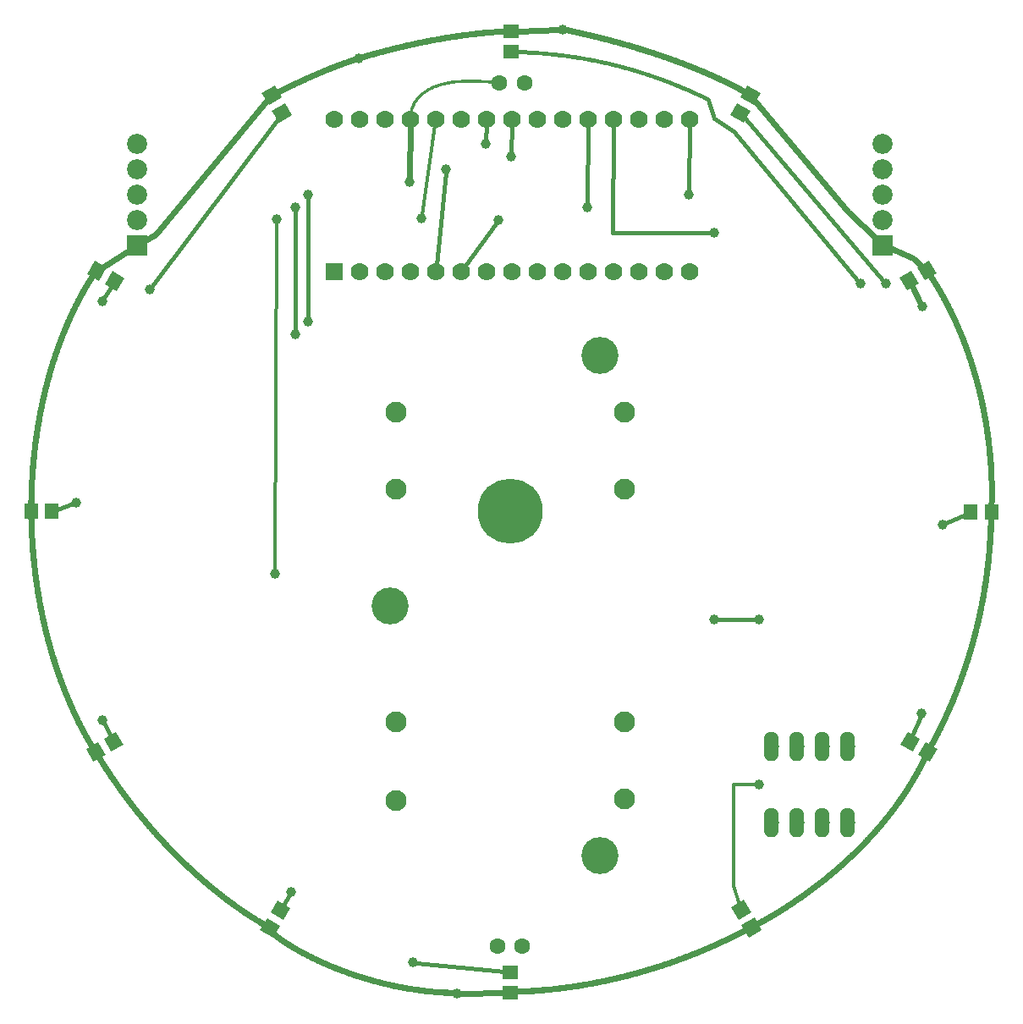
<source format=gbl>
G04 MADE WITH FRITZING*
G04 WWW.FRITZING.ORG*
G04 DOUBLE SIDED*
G04 HOLES PLATED*
G04 CONTOUR ON CENTER OF CONTOUR VECTOR*
%ASAXBY*%
%FSLAX23Y23*%
%MOIN*%
%OFA0B0*%
%SFA1.0B1.0*%
%ADD10C,0.039370*%
%ADD11C,0.058189*%
%ADD12C,0.062992*%
%ADD13C,0.070000*%
%ADD14C,0.082677*%
%ADD15C,0.255905*%
%ADD16C,0.145669*%
%ADD17C,0.079370*%
%ADD18R,0.070000X0.069972*%
%ADD19R,0.059055X0.055118*%
%ADD20R,0.079370X0.079370*%
%ADD21R,0.055118X0.059055*%
%ADD22C,0.012000*%
%ADD23C,0.024000*%
%ADD24C,0.016000*%
%ADD25R,0.001000X0.001000*%
%LNCOPPER0*%
G90*
G70*
G54D10*
X1754Y71D03*
X2173Y3867D03*
X1039Y1722D03*
X1047Y3119D03*
X1617Y3122D03*
X2769Y3067D03*
X3588Y2775D03*
X3669Y1917D03*
X1370Y3752D03*
X3586Y1172D03*
X1583Y193D03*
X1102Y470D03*
X358Y1147D03*
X255Y2003D03*
X358Y2797D03*
X2769Y1542D03*
X1919Y3117D03*
G54D11*
X2994Y742D03*
X3094Y742D03*
X3194Y742D03*
X3294Y742D03*
X3294Y1042D03*
X3194Y1042D03*
X3094Y1042D03*
X2994Y1042D03*
G54D12*
X1914Y255D03*
X2012Y255D03*
X1914Y255D03*
X2012Y255D03*
X2021Y3655D03*
X1922Y3655D03*
X2021Y3655D03*
X1922Y3655D03*
G54D13*
X1273Y2914D03*
X1373Y2914D03*
X1473Y2914D03*
X1573Y2914D03*
X1673Y2914D03*
X1773Y2914D03*
X1873Y2914D03*
X1973Y2914D03*
X2073Y2914D03*
X2173Y2914D03*
X2273Y2914D03*
X2373Y2914D03*
X2473Y2914D03*
X2573Y2914D03*
X2673Y2914D03*
X1273Y3514D03*
X1373Y3514D03*
X1473Y3514D03*
X1573Y3514D03*
X1673Y3514D03*
X1773Y3514D03*
X1873Y3514D03*
X1973Y3514D03*
X2073Y3514D03*
X2173Y3514D03*
X2273Y3514D03*
X2373Y3514D03*
X2473Y3514D03*
X2573Y3514D03*
X2673Y3514D03*
G54D10*
X544Y2842D03*
X1119Y2667D03*
X1169Y2717D03*
X1169Y3217D03*
X1119Y3167D03*
X2269Y3167D03*
X2669Y3217D03*
X2944Y1542D03*
X3444Y2867D03*
X2944Y892D03*
X3344Y2867D03*
X1713Y3317D03*
X1969Y3367D03*
X1569Y3267D03*
X1869Y3417D03*
G54D14*
X2415Y2358D03*
X2415Y2055D03*
X1515Y2055D03*
X1515Y2358D03*
X1515Y829D03*
X1515Y1140D03*
X2415Y1140D03*
X2415Y837D03*
G54D15*
X1965Y1971D03*
G54D16*
X2319Y2582D03*
X1492Y1597D03*
X2319Y613D03*
G54D17*
X497Y3016D03*
X497Y3116D03*
X497Y3216D03*
X497Y3316D03*
X497Y3416D03*
X3433Y3017D03*
X3433Y3117D03*
X3433Y3217D03*
X3433Y3317D03*
X3433Y3417D03*
G54D18*
X1273Y2914D03*
G54D19*
X1970Y3859D03*
X1970Y3778D03*
G54D20*
X497Y3016D03*
X3433Y3017D03*
G54D21*
X79Y1969D03*
X160Y1969D03*
G54D19*
X1967Y73D03*
X1967Y154D03*
G54D21*
X3861Y1966D03*
X3780Y1966D03*
G54D22*
X1619Y3136D02*
X1670Y3491D01*
D02*
X1039Y1736D02*
X1047Y3105D01*
D02*
X2844Y892D02*
X2844Y492D01*
D02*
X2844Y492D02*
X2868Y421D01*
D02*
X2931Y892D02*
X2844Y892D01*
G54D23*
D02*
X3297Y3150D02*
X3411Y3038D01*
D02*
X2929Y3587D02*
X3297Y3150D01*
D02*
X470Y3000D02*
X360Y2930D01*
D02*
X569Y3059D02*
X523Y3032D01*
D02*
X1010Y3588D02*
X569Y3059D01*
G54D24*
D02*
X2756Y3067D02*
X2369Y3065D01*
G54D23*
D02*
X3552Y2967D02*
X3461Y3005D01*
D02*
X3589Y2934D02*
X3552Y2967D01*
G54D24*
D02*
X243Y1998D02*
X182Y1976D01*
D02*
X364Y1135D02*
X391Y1083D01*
D02*
X3681Y1922D02*
X3758Y1957D01*
G54D23*
D02*
X3580Y2792D02*
X3548Y2856D01*
G54D24*
D02*
X1096Y458D02*
X1071Y417D01*
D02*
X1596Y191D02*
X1943Y156D01*
D02*
X3550Y1085D02*
X3581Y1160D01*
D02*
X365Y2809D02*
X394Y2855D01*
D02*
X1787Y2933D02*
X1911Y3106D01*
G54D23*
D02*
X1573Y3485D02*
X1569Y3286D01*
D02*
X1943Y73D02*
X1773Y71D01*
G54D24*
D02*
X2273Y3491D02*
X2269Y3180D01*
G54D23*
D02*
X2154Y3866D02*
X1994Y3860D01*
G54D24*
D02*
X2673Y3491D02*
X2669Y3230D01*
D02*
X1870Y3430D02*
X1872Y3491D01*
D02*
X1969Y3380D02*
X1972Y3491D01*
D02*
X552Y2853D02*
X1051Y3517D01*
D02*
X1169Y3203D02*
X1169Y2730D01*
D02*
X1119Y3153D02*
X1119Y2680D01*
D02*
X2369Y3065D02*
X2373Y3491D01*
D02*
X2844Y3465D02*
X3335Y2877D01*
D02*
X2931Y1542D02*
X2782Y1542D01*
D02*
X2769Y3516D02*
X2746Y3591D01*
D02*
X2844Y3465D02*
X2769Y3516D01*
D02*
X2888Y3518D02*
X3435Y2877D01*
D02*
X1712Y3304D02*
X1675Y2938D01*
G36*
X298Y2904D02*
X328Y2955D01*
X376Y2928D01*
X346Y2877D01*
X298Y2904D01*
G37*
D02*
G36*
X368Y2864D02*
X398Y2915D01*
X445Y2887D01*
X416Y2836D01*
X368Y2864D01*
G37*
D02*
G36*
X2900Y3645D02*
X2951Y3616D01*
X2924Y3568D01*
X2873Y3598D01*
X2900Y3645D01*
G37*
D02*
G36*
X2860Y3576D02*
X2911Y3546D01*
X2884Y3498D01*
X2832Y3528D01*
X2860Y3576D01*
G37*
D02*
G36*
X3616Y2957D02*
X3646Y2906D01*
X3598Y2878D01*
X3569Y2929D01*
X3616Y2957D01*
G37*
D02*
G36*
X3547Y2917D02*
X3576Y2865D01*
X3528Y2838D01*
X3499Y2889D01*
X3547Y2917D01*
G37*
D02*
G36*
X323Y982D02*
X294Y1033D01*
X342Y1060D01*
X371Y1009D01*
X323Y982D01*
G37*
D02*
G36*
X393Y1022D02*
X364Y1073D01*
X411Y1101D01*
X441Y1050D01*
X393Y1022D01*
G37*
D02*
G36*
X1031Y289D02*
X980Y319D01*
X1008Y366D01*
X1059Y337D01*
X1031Y289D01*
G37*
D02*
G36*
X1072Y359D02*
X1021Y389D01*
X1048Y436D01*
X1099Y407D01*
X1072Y359D01*
G37*
D02*
G36*
X2955Y321D02*
X2904Y291D01*
X2877Y339D01*
X2928Y368D01*
X2955Y321D01*
G37*
D02*
G36*
X2915Y391D02*
X2864Y361D01*
X2836Y409D01*
X2887Y438D01*
X2915Y391D01*
G37*
D02*
G36*
X987Y3617D02*
X1038Y3646D01*
X1066Y3598D01*
X1014Y3569D01*
X987Y3617D01*
G37*
D02*
G36*
X1027Y3547D02*
X1078Y3576D01*
X1106Y3529D01*
X1055Y3499D01*
X1027Y3547D01*
G37*
D02*
G36*
X3650Y1034D02*
X3620Y982D01*
X3573Y1010D01*
X3602Y1061D01*
X3650Y1034D01*
G37*
D02*
G36*
X3580Y1074D02*
X3551Y1023D01*
X3503Y1050D01*
X3532Y1101D01*
X3580Y1074D01*
G37*
D02*
G54D25*
X2170Y3879D02*
X2175Y3879D01*
X2167Y3878D02*
X2179Y3878D01*
X2166Y3877D02*
X2184Y3877D01*
X2164Y3876D02*
X2189Y3876D01*
X2164Y3875D02*
X2193Y3875D01*
X2163Y3874D02*
X2198Y3874D01*
X2162Y3873D02*
X2203Y3873D01*
X2162Y3872D02*
X2207Y3872D01*
X1968Y3871D02*
X1969Y3871D01*
X2161Y3871D02*
X2212Y3871D01*
X1935Y3870D02*
X1974Y3870D01*
X2161Y3870D02*
X2217Y3870D01*
X1917Y3869D02*
X1976Y3869D01*
X2161Y3869D02*
X2221Y3869D01*
X1901Y3868D02*
X1977Y3868D01*
X2161Y3868D02*
X2226Y3868D01*
X1889Y3867D02*
X1978Y3867D01*
X2161Y3867D02*
X2230Y3867D01*
X1876Y3866D02*
X1979Y3866D01*
X2161Y3866D02*
X2234Y3866D01*
X1865Y3865D02*
X1979Y3865D01*
X2161Y3865D02*
X2239Y3865D01*
X1855Y3864D02*
X1980Y3864D01*
X2161Y3864D02*
X2243Y3864D01*
X1845Y3863D02*
X1980Y3863D01*
X2162Y3863D02*
X2248Y3863D01*
X1835Y3862D02*
X1981Y3862D01*
X2162Y3862D02*
X2252Y3862D01*
X1827Y3861D02*
X1981Y3861D01*
X2163Y3861D02*
X2256Y3861D01*
X1818Y3860D02*
X1981Y3860D01*
X2163Y3860D02*
X2261Y3860D01*
X1809Y3859D02*
X1981Y3859D01*
X2164Y3859D02*
X2265Y3859D01*
X1801Y3858D02*
X1981Y3858D01*
X2165Y3858D02*
X2269Y3858D01*
X1793Y3857D02*
X1981Y3857D01*
X2167Y3857D02*
X2273Y3857D01*
X1786Y3856D02*
X1981Y3856D01*
X2169Y3856D02*
X2278Y3856D01*
X1778Y3855D02*
X1980Y3855D01*
X2173Y3855D02*
X2282Y3855D01*
X1771Y3854D02*
X1980Y3854D01*
X2178Y3854D02*
X2286Y3854D01*
X1763Y3853D02*
X1979Y3853D01*
X2182Y3853D02*
X2290Y3853D01*
X1756Y3852D02*
X1979Y3852D01*
X2187Y3852D02*
X2294Y3852D01*
X1750Y3851D02*
X1978Y3851D01*
X2192Y3851D02*
X2298Y3851D01*
X1743Y3850D02*
X1977Y3850D01*
X2196Y3850D02*
X2302Y3850D01*
X1736Y3849D02*
X1976Y3849D01*
X2201Y3849D02*
X2307Y3849D01*
X1730Y3848D02*
X1974Y3848D01*
X2206Y3848D02*
X2311Y3848D01*
X1724Y3847D02*
X1968Y3847D01*
X2210Y3847D02*
X2315Y3847D01*
X1717Y3846D02*
X1934Y3846D01*
X2215Y3846D02*
X2318Y3846D01*
X1711Y3845D02*
X1916Y3845D01*
X2220Y3845D02*
X2322Y3845D01*
X1705Y3844D02*
X1901Y3844D01*
X2224Y3844D02*
X2326Y3844D01*
X1700Y3843D02*
X1888Y3843D01*
X2228Y3843D02*
X2330Y3843D01*
X1694Y3842D02*
X1876Y3842D01*
X2233Y3842D02*
X2334Y3842D01*
X1688Y3841D02*
X1865Y3841D01*
X2237Y3841D02*
X2338Y3841D01*
X1682Y3840D02*
X1855Y3840D01*
X2242Y3840D02*
X2342Y3840D01*
X1677Y3839D02*
X1845Y3839D01*
X2246Y3839D02*
X2346Y3839D01*
X1671Y3838D02*
X1836Y3838D01*
X2250Y3838D02*
X2350Y3838D01*
X1666Y3837D02*
X1827Y3837D01*
X2255Y3837D02*
X2354Y3837D01*
X1660Y3836D02*
X1818Y3836D01*
X2259Y3836D02*
X2357Y3836D01*
X1655Y3835D02*
X1810Y3835D01*
X2263Y3835D02*
X2361Y3835D01*
X1650Y3834D02*
X1801Y3834D01*
X2267Y3834D02*
X2365Y3834D01*
X1644Y3833D02*
X1794Y3833D01*
X2272Y3833D02*
X2368Y3833D01*
X1639Y3832D02*
X1787Y3832D01*
X2276Y3832D02*
X2372Y3832D01*
X1634Y3831D02*
X1779Y3831D01*
X2280Y3831D02*
X2376Y3831D01*
X1629Y3830D02*
X1772Y3830D01*
X2284Y3830D02*
X2380Y3830D01*
X1624Y3829D02*
X1764Y3829D01*
X2288Y3829D02*
X2383Y3829D01*
X1619Y3828D02*
X1757Y3828D01*
X2292Y3828D02*
X2387Y3828D01*
X1614Y3827D02*
X1751Y3827D01*
X2296Y3827D02*
X2391Y3827D01*
X1609Y3826D02*
X1744Y3826D01*
X2301Y3826D02*
X2394Y3826D01*
X1605Y3825D02*
X1737Y3825D01*
X2305Y3825D02*
X2398Y3825D01*
X1600Y3824D02*
X1731Y3824D01*
X2309Y3824D02*
X2401Y3824D01*
X1595Y3823D02*
X1725Y3823D01*
X2313Y3823D02*
X2405Y3823D01*
X1590Y3822D02*
X1718Y3822D01*
X2316Y3822D02*
X2409Y3822D01*
X1586Y3821D02*
X1712Y3821D01*
X2320Y3821D02*
X2412Y3821D01*
X1581Y3820D02*
X1706Y3820D01*
X2324Y3820D02*
X2416Y3820D01*
X1577Y3819D02*
X1701Y3819D01*
X2328Y3819D02*
X2419Y3819D01*
X1572Y3818D02*
X1695Y3818D01*
X2332Y3818D02*
X2423Y3818D01*
X1568Y3817D02*
X1689Y3817D01*
X2336Y3817D02*
X2426Y3817D01*
X1563Y3816D02*
X1683Y3816D01*
X2340Y3816D02*
X2430Y3816D01*
X1559Y3815D02*
X1678Y3815D01*
X2344Y3815D02*
X2433Y3815D01*
X1554Y3814D02*
X1672Y3814D01*
X2348Y3814D02*
X2437Y3814D01*
X1550Y3813D02*
X1667Y3813D01*
X2351Y3813D02*
X2440Y3813D01*
X1546Y3812D02*
X1661Y3812D01*
X2355Y3812D02*
X2443Y3812D01*
X1541Y3811D02*
X1656Y3811D01*
X2359Y3811D02*
X2447Y3811D01*
X1537Y3810D02*
X1651Y3810D01*
X2363Y3810D02*
X2450Y3810D01*
X1533Y3809D02*
X1646Y3809D01*
X2366Y3809D02*
X2454Y3809D01*
X1528Y3808D02*
X1640Y3808D01*
X2370Y3808D02*
X2457Y3808D01*
X1524Y3807D02*
X1635Y3807D01*
X2374Y3807D02*
X2460Y3807D01*
X1520Y3806D02*
X1630Y3806D01*
X2378Y3806D02*
X2464Y3806D01*
X1516Y3805D02*
X1625Y3805D01*
X2381Y3805D02*
X2467Y3805D01*
X1512Y3804D02*
X1620Y3804D01*
X2385Y3804D02*
X2470Y3804D01*
X1508Y3803D02*
X1615Y3803D01*
X2389Y3803D02*
X2473Y3803D01*
X1504Y3802D02*
X1611Y3802D01*
X2392Y3802D02*
X2477Y3802D01*
X1500Y3801D02*
X1606Y3801D01*
X2396Y3801D02*
X2480Y3801D01*
X1496Y3800D02*
X1601Y3800D01*
X2399Y3800D02*
X2483Y3800D01*
X1492Y3799D02*
X1597Y3799D01*
X2403Y3799D02*
X2486Y3799D01*
X1488Y3798D02*
X1592Y3798D01*
X2406Y3798D02*
X2490Y3798D01*
X1484Y3797D02*
X1587Y3797D01*
X2410Y3797D02*
X2493Y3797D01*
X1480Y3796D02*
X1583Y3796D01*
X2413Y3796D02*
X2496Y3796D01*
X1476Y3795D02*
X1578Y3795D01*
X2417Y3795D02*
X2499Y3795D01*
X1472Y3794D02*
X1574Y3794D01*
X2421Y3794D02*
X2503Y3794D01*
X1468Y3793D02*
X1569Y3793D01*
X2424Y3793D02*
X2506Y3793D01*
X1465Y3792D02*
X1565Y3792D01*
X2427Y3792D02*
X2509Y3792D01*
X1461Y3791D02*
X1560Y3791D01*
X2431Y3791D02*
X2512Y3791D01*
X1457Y3790D02*
X1556Y3790D01*
X2434Y3790D02*
X2515Y3790D01*
X1453Y3789D02*
X1552Y3789D01*
X2438Y3789D02*
X2518Y3789D01*
X1450Y3788D02*
X1547Y3788D01*
X2441Y3788D02*
X2521Y3788D01*
X1446Y3787D02*
X1543Y3787D01*
X2444Y3787D02*
X2524Y3787D01*
X1442Y3786D02*
X1539Y3786D01*
X1968Y3786D02*
X1980Y3786D01*
X2448Y3786D02*
X2527Y3786D01*
X1438Y3785D02*
X1534Y3785D01*
X1966Y3785D02*
X2010Y3785D01*
X2451Y3785D02*
X2531Y3785D01*
X1435Y3784D02*
X1530Y3784D01*
X1964Y3784D02*
X2032Y3784D01*
X2455Y3784D02*
X2534Y3784D01*
X1431Y3783D02*
X1526Y3783D01*
X1964Y3783D02*
X2049Y3783D01*
X2458Y3783D02*
X2537Y3783D01*
X1428Y3782D02*
X1522Y3782D01*
X1963Y3782D02*
X2065Y3782D01*
X2461Y3782D02*
X2540Y3782D01*
X1424Y3781D02*
X1518Y3781D01*
X1962Y3781D02*
X2079Y3781D01*
X2464Y3781D02*
X2543Y3781D01*
X1420Y3780D02*
X1514Y3780D01*
X1962Y3780D02*
X2092Y3780D01*
X2468Y3780D02*
X2546Y3780D01*
X1417Y3779D02*
X1510Y3779D01*
X1962Y3779D02*
X2103Y3779D01*
X2471Y3779D02*
X2549Y3779D01*
X1413Y3778D02*
X1506Y3778D01*
X1962Y3778D02*
X2114Y3778D01*
X2474Y3778D02*
X2552Y3778D01*
X1410Y3777D02*
X1502Y3777D01*
X1962Y3777D02*
X2125Y3777D01*
X2477Y3777D02*
X2555Y3777D01*
X1406Y3776D02*
X1498Y3776D01*
X1962Y3776D02*
X2134Y3776D01*
X2481Y3776D02*
X2558Y3776D01*
X1403Y3775D02*
X1494Y3775D01*
X1963Y3775D02*
X2144Y3775D01*
X2484Y3775D02*
X2560Y3775D01*
X1399Y3774D02*
X1490Y3774D01*
X1963Y3774D02*
X2153Y3774D01*
X2487Y3774D02*
X2563Y3774D01*
X1396Y3773D02*
X1486Y3773D01*
X1964Y3773D02*
X2161Y3773D01*
X2490Y3773D02*
X2566Y3773D01*
X1392Y3772D02*
X1482Y3772D01*
X1965Y3772D02*
X2169Y3772D01*
X2494Y3772D02*
X2569Y3772D01*
X1389Y3771D02*
X1478Y3771D01*
X1967Y3771D02*
X2178Y3771D01*
X2497Y3771D02*
X2572Y3771D01*
X1386Y3770D02*
X1474Y3770D01*
X1981Y3770D02*
X2185Y3770D01*
X2500Y3770D02*
X2575Y3770D01*
X1382Y3769D02*
X1470Y3769D01*
X2010Y3769D02*
X2192Y3769D01*
X2503Y3769D02*
X2578Y3769D01*
X1379Y3768D02*
X1467Y3768D01*
X2033Y3768D02*
X2200Y3768D01*
X2506Y3768D02*
X2581Y3768D01*
X1375Y3767D02*
X1463Y3767D01*
X2050Y3767D02*
X2207Y3767D01*
X2509Y3767D02*
X2584Y3767D01*
X1372Y3766D02*
X1459Y3766D01*
X2066Y3766D02*
X2213Y3766D01*
X2512Y3766D02*
X2587Y3766D01*
X1369Y3765D02*
X1456Y3765D01*
X2079Y3765D02*
X2220Y3765D01*
X2515Y3765D02*
X2589Y3765D01*
X1365Y3764D02*
X1452Y3764D01*
X2092Y3764D02*
X2227Y3764D01*
X2519Y3764D02*
X2592Y3764D01*
X1362Y3763D02*
X1448Y3763D01*
X2104Y3763D02*
X2233Y3763D01*
X2522Y3763D02*
X2595Y3763D01*
X1359Y3762D02*
X1444Y3762D01*
X2115Y3762D02*
X2239Y3762D01*
X2525Y3762D02*
X2598Y3762D01*
X1356Y3761D02*
X1441Y3761D01*
X2125Y3761D02*
X2245Y3761D01*
X2528Y3761D02*
X2601Y3761D01*
X1353Y3760D02*
X1437Y3760D01*
X2135Y3760D02*
X2251Y3760D01*
X2531Y3760D02*
X2604Y3760D01*
X1350Y3759D02*
X1433Y3759D01*
X2144Y3759D02*
X2257Y3759D01*
X2534Y3759D02*
X2606Y3759D01*
X1347Y3758D02*
X1430Y3758D01*
X2153Y3758D02*
X2263Y3758D01*
X2537Y3758D02*
X2609Y3758D01*
X1344Y3757D02*
X1426Y3757D01*
X2161Y3757D02*
X2268Y3757D01*
X2540Y3757D02*
X2612Y3757D01*
X1341Y3756D02*
X1423Y3756D01*
X2170Y3756D02*
X2274Y3756D01*
X2543Y3756D02*
X2615Y3756D01*
X1338Y3755D02*
X1419Y3755D01*
X2178Y3755D02*
X2279Y3755D01*
X2546Y3755D02*
X2617Y3755D01*
X1335Y3754D02*
X1416Y3754D01*
X2185Y3754D02*
X2285Y3754D01*
X2549Y3754D02*
X2620Y3754D01*
X1332Y3753D02*
X1412Y3753D01*
X2193Y3753D02*
X2290Y3753D01*
X2552Y3753D02*
X2623Y3753D01*
X1329Y3752D02*
X1409Y3752D01*
X2200Y3752D02*
X2295Y3752D01*
X2555Y3752D02*
X2626Y3752D01*
X1326Y3751D02*
X1405Y3751D01*
X2207Y3751D02*
X2300Y3751D01*
X2558Y3751D02*
X2628Y3751D01*
X1324Y3750D02*
X1402Y3750D01*
X2214Y3750D02*
X2305Y3750D01*
X2561Y3750D02*
X2631Y3750D01*
X1321Y3749D02*
X1398Y3749D01*
X2220Y3749D02*
X2310Y3749D01*
X2564Y3749D02*
X2634Y3749D01*
X1318Y3748D02*
X1395Y3748D01*
X2227Y3748D02*
X2315Y3748D01*
X2566Y3748D02*
X2636Y3748D01*
X1315Y3747D02*
X1391Y3747D01*
X2233Y3747D02*
X2319Y3747D01*
X2569Y3747D02*
X2639Y3747D01*
X1313Y3746D02*
X1388Y3746D01*
X2239Y3746D02*
X2324Y3746D01*
X2572Y3746D02*
X2642Y3746D01*
X1310Y3745D02*
X1385Y3745D01*
X2245Y3745D02*
X2329Y3745D01*
X2575Y3745D02*
X2644Y3745D01*
X1307Y3744D02*
X1381Y3744D01*
X2251Y3744D02*
X2333Y3744D01*
X2578Y3744D02*
X2647Y3744D01*
X1304Y3743D02*
X1378Y3743D01*
X2257Y3743D02*
X2338Y3743D01*
X2581Y3743D02*
X2650Y3743D01*
X1302Y3742D02*
X1374Y3742D01*
X2263Y3742D02*
X2342Y3742D01*
X2584Y3742D02*
X2652Y3742D01*
X1299Y3741D02*
X1371Y3741D01*
X2268Y3741D02*
X2347Y3741D01*
X2586Y3741D02*
X2655Y3741D01*
X1296Y3740D02*
X1368Y3740D01*
X2274Y3740D02*
X2351Y3740D01*
X2589Y3740D02*
X2658Y3740D01*
X1293Y3739D02*
X1365Y3739D01*
X2279Y3739D02*
X2355Y3739D01*
X2592Y3739D02*
X2660Y3739D01*
X1290Y3738D02*
X1362Y3738D01*
X2284Y3738D02*
X2360Y3738D01*
X2595Y3738D02*
X2663Y3738D01*
X1288Y3737D02*
X1359Y3737D01*
X2289Y3737D02*
X2364Y3737D01*
X2598Y3737D02*
X2665Y3737D01*
X1285Y3736D02*
X1356Y3736D01*
X2295Y3736D02*
X2368Y3736D01*
X2600Y3736D02*
X2668Y3736D01*
X1283Y3735D02*
X1353Y3735D01*
X2300Y3735D02*
X2372Y3735D01*
X2603Y3735D02*
X2670Y3735D01*
X1280Y3734D02*
X1350Y3734D01*
X2305Y3734D02*
X2376Y3734D01*
X2606Y3734D02*
X2673Y3734D01*
X1277Y3733D02*
X1347Y3733D01*
X2310Y3733D02*
X2380Y3733D01*
X2609Y3733D02*
X2675Y3733D01*
X1275Y3732D02*
X1344Y3732D01*
X2314Y3732D02*
X2384Y3732D01*
X2611Y3732D02*
X2678Y3732D01*
X1272Y3731D02*
X1341Y3731D01*
X2319Y3731D02*
X2388Y3731D01*
X2614Y3731D02*
X2681Y3731D01*
X1270Y3730D02*
X1338Y3730D01*
X2324Y3730D02*
X2392Y3730D01*
X2617Y3730D02*
X2683Y3730D01*
X1267Y3729D02*
X1335Y3729D01*
X2328Y3729D02*
X2396Y3729D01*
X2620Y3729D02*
X2686Y3729D01*
X1264Y3728D02*
X1332Y3728D01*
X2333Y3728D02*
X2400Y3728D01*
X2622Y3728D02*
X2688Y3728D01*
X1262Y3727D02*
X1330Y3727D01*
X2338Y3727D02*
X2404Y3727D01*
X2625Y3727D02*
X2691Y3727D01*
X1259Y3726D02*
X1327Y3726D01*
X2342Y3726D02*
X2408Y3726D01*
X2628Y3726D02*
X2693Y3726D01*
X1257Y3725D02*
X1324Y3725D01*
X2346Y3725D02*
X2411Y3725D01*
X2630Y3725D02*
X2696Y3725D01*
X1254Y3724D02*
X1321Y3724D01*
X2351Y3724D02*
X2415Y3724D01*
X2633Y3724D02*
X2698Y3724D01*
X1252Y3723D02*
X1319Y3723D01*
X2355Y3723D02*
X2419Y3723D01*
X2636Y3723D02*
X2701Y3723D01*
X1249Y3722D02*
X1316Y3722D01*
X2359Y3722D02*
X2422Y3722D01*
X2638Y3722D02*
X2703Y3722D01*
X1247Y3721D02*
X1313Y3721D01*
X2363Y3721D02*
X2426Y3721D01*
X2641Y3721D02*
X2705Y3721D01*
X1244Y3720D02*
X1310Y3720D01*
X2367Y3720D02*
X2429Y3720D01*
X2644Y3720D02*
X2708Y3720D01*
X1242Y3719D02*
X1307Y3719D01*
X2372Y3719D02*
X2433Y3719D01*
X2646Y3719D02*
X2710Y3719D01*
X1239Y3718D02*
X1305Y3718D01*
X2376Y3718D02*
X2437Y3718D01*
X2649Y3718D02*
X2713Y3718D01*
X1237Y3717D02*
X1302Y3717D01*
X2380Y3717D02*
X2440Y3717D01*
X2651Y3717D02*
X2715Y3717D01*
X1234Y3716D02*
X1299Y3716D01*
X2384Y3716D02*
X2444Y3716D01*
X2654Y3716D02*
X2718Y3716D01*
X1232Y3715D02*
X1296Y3715D01*
X2388Y3715D02*
X2447Y3715D01*
X2657Y3715D02*
X2720Y3715D01*
X1230Y3714D02*
X1294Y3714D01*
X2391Y3714D02*
X2450Y3714D01*
X2659Y3714D02*
X2722Y3714D01*
X1227Y3713D02*
X1291Y3713D01*
X2395Y3713D02*
X2454Y3713D01*
X2662Y3713D02*
X2725Y3713D01*
X1225Y3712D02*
X1289Y3712D01*
X2399Y3712D02*
X2457Y3712D01*
X2664Y3712D02*
X2727Y3712D01*
X1222Y3711D02*
X1286Y3711D01*
X2403Y3711D02*
X2461Y3711D01*
X2667Y3711D02*
X2730Y3711D01*
X1220Y3710D02*
X1284Y3710D01*
X2407Y3710D02*
X2464Y3710D01*
X2669Y3710D02*
X2732Y3710D01*
X1217Y3709D02*
X1281Y3709D01*
X2410Y3709D02*
X2467Y3709D01*
X2672Y3709D02*
X2734Y3709D01*
X1215Y3708D02*
X1278Y3708D01*
X2414Y3708D02*
X2470Y3708D01*
X2675Y3708D02*
X2737Y3708D01*
X1213Y3707D02*
X1276Y3707D01*
X2418Y3707D02*
X2474Y3707D01*
X2677Y3707D02*
X2739Y3707D01*
X1210Y3706D02*
X1273Y3706D01*
X2421Y3706D02*
X2477Y3706D01*
X2680Y3706D02*
X2741Y3706D01*
X1208Y3705D02*
X1271Y3705D01*
X2425Y3705D02*
X2480Y3705D01*
X2682Y3705D02*
X2744Y3705D01*
X1206Y3704D02*
X1268Y3704D01*
X2429Y3704D02*
X2483Y3704D01*
X2684Y3704D02*
X2746Y3704D01*
X1203Y3703D02*
X1265Y3703D01*
X2432Y3703D02*
X2487Y3703D01*
X2687Y3703D02*
X2748Y3703D01*
X1201Y3702D02*
X1263Y3702D01*
X2436Y3702D02*
X2490Y3702D01*
X2689Y3702D02*
X2750Y3702D01*
X1199Y3701D02*
X1260Y3701D01*
X2439Y3701D02*
X2493Y3701D01*
X2692Y3701D02*
X2753Y3701D01*
X1196Y3700D02*
X1258Y3700D01*
X2442Y3700D02*
X2496Y3700D01*
X2694Y3700D02*
X2755Y3700D01*
X1194Y3699D02*
X1255Y3699D01*
X2446Y3699D02*
X2499Y3699D01*
X2697Y3699D02*
X2757Y3699D01*
X1192Y3698D02*
X1253Y3698D01*
X2449Y3698D02*
X2502Y3698D01*
X2699Y3698D02*
X2760Y3698D01*
X1189Y3697D02*
X1250Y3697D01*
X2453Y3697D02*
X2505Y3697D01*
X2702Y3697D02*
X2762Y3697D01*
X1187Y3696D02*
X1248Y3696D01*
X2456Y3696D02*
X2508Y3696D01*
X2704Y3696D02*
X2764Y3696D01*
X1185Y3695D02*
X1245Y3695D01*
X2459Y3695D02*
X2511Y3695D01*
X2707Y3695D02*
X2766Y3695D01*
X1182Y3694D02*
X1243Y3694D01*
X2463Y3694D02*
X2514Y3694D01*
X2709Y3694D02*
X2769Y3694D01*
X1180Y3693D02*
X1241Y3693D01*
X2466Y3693D02*
X2517Y3693D01*
X2711Y3693D02*
X2771Y3693D01*
X1178Y3692D02*
X1238Y3692D01*
X2469Y3692D02*
X2520Y3692D01*
X2714Y3692D02*
X2773Y3692D01*
X1176Y3691D02*
X1236Y3691D01*
X2472Y3691D02*
X2523Y3691D01*
X2716Y3691D02*
X2775Y3691D01*
X1173Y3690D02*
X1233Y3690D01*
X2476Y3690D02*
X2526Y3690D01*
X2719Y3690D02*
X2778Y3690D01*
X1171Y3689D02*
X1231Y3689D01*
X2479Y3689D02*
X2529Y3689D01*
X2721Y3689D02*
X2780Y3689D01*
X1169Y3688D02*
X1228Y3688D01*
X2482Y3688D02*
X2532Y3688D01*
X2723Y3688D02*
X2782Y3688D01*
X1167Y3687D02*
X1226Y3687D01*
X2485Y3687D02*
X2535Y3687D01*
X2726Y3687D02*
X2784Y3687D01*
X1164Y3686D02*
X1224Y3686D01*
X2488Y3686D02*
X2537Y3686D01*
X2728Y3686D02*
X2786Y3686D01*
X1162Y3685D02*
X1221Y3685D01*
X2491Y3685D02*
X2540Y3685D01*
X2730Y3685D02*
X2788Y3685D01*
X1160Y3684D02*
X1219Y3684D01*
X2495Y3684D02*
X2543Y3684D01*
X2733Y3684D02*
X2790Y3684D01*
X1158Y3683D02*
X1217Y3683D01*
X2498Y3683D02*
X2546Y3683D01*
X2735Y3683D02*
X2793Y3683D01*
X1155Y3682D02*
X1214Y3682D01*
X2501Y3682D02*
X2549Y3682D01*
X2737Y3682D02*
X2795Y3682D01*
X1153Y3681D02*
X1212Y3681D01*
X2504Y3681D02*
X2552Y3681D01*
X2740Y3681D02*
X2797Y3681D01*
X1151Y3680D02*
X1210Y3680D01*
X2507Y3680D02*
X2554Y3680D01*
X2742Y3680D02*
X2799Y3680D01*
X1149Y3679D02*
X1207Y3679D01*
X2510Y3679D02*
X2557Y3679D01*
X2744Y3679D02*
X2801Y3679D01*
X1147Y3678D02*
X1205Y3678D01*
X2513Y3678D02*
X2560Y3678D01*
X2746Y3678D02*
X2803Y3678D01*
X1144Y3677D02*
X1202Y3677D01*
X2516Y3677D02*
X2563Y3677D01*
X2749Y3677D02*
X2805Y3677D01*
X1142Y3676D02*
X1200Y3676D01*
X2519Y3676D02*
X2565Y3676D01*
X2751Y3676D02*
X2808Y3676D01*
X1140Y3675D02*
X1198Y3675D01*
X2522Y3675D02*
X2568Y3675D01*
X2753Y3675D02*
X2810Y3675D01*
X1138Y3674D02*
X1195Y3674D01*
X2525Y3674D02*
X2571Y3674D01*
X2755Y3674D02*
X2812Y3674D01*
X1136Y3673D02*
X1193Y3673D01*
X2527Y3673D02*
X2573Y3673D01*
X2758Y3673D02*
X2814Y3673D01*
X1134Y3672D02*
X1191Y3672D01*
X2530Y3672D02*
X2576Y3672D01*
X2760Y3672D02*
X2816Y3672D01*
X1131Y3671D02*
X1189Y3671D01*
X2533Y3671D02*
X2579Y3671D01*
X2762Y3671D02*
X2818Y3671D01*
X1129Y3670D02*
X1186Y3670D01*
X2536Y3670D02*
X2581Y3670D01*
X2764Y3670D02*
X2820Y3670D01*
X1127Y3669D02*
X1184Y3669D01*
X1791Y3669D02*
X1830Y3669D01*
X2539Y3669D02*
X2584Y3669D01*
X2767Y3669D02*
X2822Y3669D01*
X1125Y3668D02*
X1182Y3668D01*
X1771Y3668D02*
X1853Y3668D01*
X2542Y3668D02*
X2587Y3668D01*
X2769Y3668D02*
X2824Y3668D01*
X1123Y3667D02*
X1180Y3667D01*
X1758Y3667D02*
X1868Y3667D01*
X2544Y3667D02*
X2589Y3667D01*
X2771Y3667D02*
X2826Y3667D01*
X1121Y3666D02*
X1177Y3666D01*
X1749Y3666D02*
X1880Y3666D01*
X2547Y3666D02*
X2592Y3666D01*
X2773Y3666D02*
X2828Y3666D01*
X1118Y3665D02*
X1175Y3665D01*
X1741Y3665D02*
X1890Y3665D01*
X2550Y3665D02*
X2595Y3665D01*
X2775Y3665D02*
X2830Y3665D01*
X1116Y3664D02*
X1173Y3664D01*
X1734Y3664D02*
X1900Y3664D01*
X2553Y3664D02*
X2597Y3664D01*
X2777Y3664D02*
X2832Y3664D01*
X1114Y3663D02*
X1171Y3663D01*
X1727Y3663D02*
X1908Y3663D01*
X2555Y3663D02*
X2600Y3663D01*
X2780Y3663D02*
X2834Y3663D01*
X1112Y3662D02*
X1168Y3662D01*
X1722Y3662D02*
X1916Y3662D01*
X2558Y3662D02*
X2602Y3662D01*
X2782Y3662D02*
X2836Y3662D01*
X1110Y3661D02*
X1166Y3661D01*
X1717Y3661D02*
X1923Y3661D01*
X2561Y3661D02*
X2605Y3661D01*
X2784Y3661D02*
X2838Y3661D01*
X1108Y3660D02*
X1164Y3660D01*
X1712Y3660D02*
X1925Y3660D01*
X2564Y3660D02*
X2607Y3660D01*
X2786Y3660D02*
X2840Y3660D01*
X1106Y3659D02*
X1162Y3659D01*
X1707Y3659D02*
X1926Y3659D01*
X2566Y3659D02*
X2610Y3659D01*
X2788Y3659D02*
X2842Y3659D01*
X1104Y3658D02*
X1160Y3658D01*
X1703Y3658D02*
X1926Y3658D01*
X2569Y3658D02*
X2612Y3658D01*
X2790Y3658D02*
X2844Y3658D01*
X1102Y3657D02*
X1157Y3657D01*
X1699Y3657D02*
X1788Y3657D01*
X1832Y3657D02*
X1927Y3657D01*
X2572Y3657D02*
X2615Y3657D01*
X2792Y3657D02*
X2846Y3657D01*
X1100Y3656D02*
X1155Y3656D01*
X1695Y3656D02*
X1770Y3656D01*
X1854Y3656D02*
X1927Y3656D01*
X2574Y3656D02*
X2617Y3656D01*
X2795Y3656D02*
X2848Y3656D01*
X1097Y3655D02*
X1153Y3655D01*
X1692Y3655D02*
X1758Y3655D01*
X1868Y3655D02*
X1927Y3655D01*
X2577Y3655D02*
X2620Y3655D01*
X2797Y3655D02*
X2850Y3655D01*
X1095Y3654D02*
X1151Y3654D01*
X1688Y3654D02*
X1748Y3654D01*
X1880Y3654D02*
X1927Y3654D01*
X2580Y3654D02*
X2622Y3654D01*
X2799Y3654D02*
X2852Y3654D01*
X1093Y3653D02*
X1149Y3653D01*
X1685Y3653D02*
X1740Y3653D01*
X1891Y3653D02*
X1927Y3653D01*
X2582Y3653D02*
X2625Y3653D01*
X2801Y3653D02*
X2854Y3653D01*
X1091Y3652D02*
X1146Y3652D01*
X1682Y3652D02*
X1734Y3652D01*
X1900Y3652D02*
X1926Y3652D01*
X2585Y3652D02*
X2627Y3652D01*
X2803Y3652D02*
X2856Y3652D01*
X1089Y3651D02*
X1144Y3651D01*
X1679Y3651D02*
X1727Y3651D01*
X1909Y3651D02*
X1925Y3651D01*
X2588Y3651D02*
X2630Y3651D01*
X2805Y3651D02*
X2858Y3651D01*
X1087Y3650D02*
X1142Y3650D01*
X1676Y3650D02*
X1722Y3650D01*
X1917Y3650D02*
X1924Y3650D01*
X2590Y3650D02*
X2632Y3650D01*
X2807Y3650D02*
X2860Y3650D01*
X1085Y3649D02*
X1140Y3649D01*
X1673Y3649D02*
X1717Y3649D01*
X2593Y3649D02*
X2635Y3649D01*
X2809Y3649D02*
X2862Y3649D01*
X1083Y3648D02*
X1138Y3648D01*
X1670Y3648D02*
X1712Y3648D01*
X2595Y3648D02*
X2637Y3648D01*
X2811Y3648D02*
X2864Y3648D01*
X1081Y3647D02*
X1136Y3647D01*
X1668Y3647D02*
X1708Y3647D01*
X2598Y3647D02*
X2639Y3647D01*
X2813Y3647D02*
X2865Y3647D01*
X1079Y3646D02*
X1133Y3646D01*
X1665Y3646D02*
X1703Y3646D01*
X2600Y3646D02*
X2642Y3646D01*
X2815Y3646D02*
X2867Y3646D01*
X1077Y3645D02*
X1131Y3645D01*
X1663Y3645D02*
X1700Y3645D01*
X2603Y3645D02*
X2644Y3645D01*
X2817Y3645D02*
X2869Y3645D01*
X1075Y3644D02*
X1129Y3644D01*
X1660Y3644D02*
X1696Y3644D01*
X2605Y3644D02*
X2646Y3644D01*
X2819Y3644D02*
X2871Y3644D01*
X1073Y3643D02*
X1127Y3643D01*
X1658Y3643D02*
X1692Y3643D01*
X2608Y3643D02*
X2649Y3643D01*
X2821Y3643D02*
X2873Y3643D01*
X1071Y3642D02*
X1125Y3642D01*
X1656Y3642D02*
X1689Y3642D01*
X2610Y3642D02*
X2651Y3642D01*
X2824Y3642D02*
X2875Y3642D01*
X1069Y3641D02*
X1123Y3641D01*
X1654Y3641D02*
X1686Y3641D01*
X2613Y3641D02*
X2654Y3641D01*
X2826Y3641D02*
X2877Y3641D01*
X1067Y3640D02*
X1121Y3640D01*
X1652Y3640D02*
X1683Y3640D01*
X2615Y3640D02*
X2656Y3640D01*
X2828Y3640D02*
X2878Y3640D01*
X1065Y3639D02*
X1119Y3639D01*
X1650Y3639D02*
X1680Y3639D01*
X2618Y3639D02*
X2658Y3639D01*
X2830Y3639D02*
X2880Y3639D01*
X1063Y3638D02*
X1117Y3638D01*
X1648Y3638D02*
X1677Y3638D01*
X2620Y3638D02*
X2661Y3638D01*
X2832Y3638D02*
X2882Y3638D01*
X1061Y3637D02*
X1114Y3637D01*
X1646Y3637D02*
X1674Y3637D01*
X2623Y3637D02*
X2663Y3637D01*
X2834Y3637D02*
X2884Y3637D01*
X1059Y3636D02*
X1112Y3636D01*
X1644Y3636D02*
X1671Y3636D01*
X2625Y3636D02*
X2665Y3636D01*
X2836Y3636D02*
X2886Y3636D01*
X1057Y3635D02*
X1110Y3635D01*
X1642Y3635D02*
X1669Y3635D01*
X2628Y3635D02*
X2668Y3635D01*
X2838Y3635D02*
X2888Y3635D01*
X1055Y3634D02*
X1108Y3634D01*
X1640Y3634D02*
X1666Y3634D01*
X2630Y3634D02*
X2670Y3634D01*
X2839Y3634D02*
X2889Y3634D01*
X1053Y3633D02*
X1106Y3633D01*
X1639Y3633D02*
X1664Y3633D01*
X2632Y3633D02*
X2672Y3633D01*
X2841Y3633D02*
X2891Y3633D01*
X1051Y3632D02*
X1104Y3632D01*
X1637Y3632D02*
X1662Y3632D01*
X2635Y3632D02*
X2675Y3632D01*
X2843Y3632D02*
X2893Y3632D01*
X1049Y3631D02*
X1102Y3631D01*
X1635Y3631D02*
X1660Y3631D01*
X2637Y3631D02*
X2677Y3631D01*
X2845Y3631D02*
X2895Y3631D01*
X1047Y3630D02*
X1100Y3630D01*
X1633Y3630D02*
X1657Y3630D01*
X2640Y3630D02*
X2679Y3630D01*
X2847Y3630D02*
X2896Y3630D01*
X1045Y3629D02*
X1098Y3629D01*
X1632Y3629D02*
X1655Y3629D01*
X2642Y3629D02*
X2681Y3629D01*
X2849Y3629D02*
X2898Y3629D01*
X1043Y3628D02*
X1096Y3628D01*
X1631Y3628D02*
X1653Y3628D01*
X2644Y3628D02*
X2684Y3628D01*
X2851Y3628D02*
X2900Y3628D01*
X1041Y3627D02*
X1094Y3627D01*
X1629Y3627D02*
X1651Y3627D01*
X2647Y3627D02*
X2686Y3627D01*
X2853Y3627D02*
X2902Y3627D01*
X1039Y3626D02*
X1092Y3626D01*
X1628Y3626D02*
X1649Y3626D01*
X2649Y3626D02*
X2688Y3626D01*
X2855Y3626D02*
X2903Y3626D01*
X1037Y3625D02*
X1090Y3625D01*
X1626Y3625D02*
X1648Y3625D01*
X2651Y3625D02*
X2690Y3625D01*
X2857Y3625D02*
X2905Y3625D01*
X1035Y3624D02*
X1088Y3624D01*
X1625Y3624D02*
X1646Y3624D01*
X2654Y3624D02*
X2693Y3624D01*
X2859Y3624D02*
X2907Y3624D01*
X1033Y3623D02*
X1086Y3623D01*
X1623Y3623D02*
X1644Y3623D01*
X2656Y3623D02*
X2695Y3623D01*
X2861Y3623D02*
X2908Y3623D01*
X1031Y3622D02*
X1084Y3622D01*
X1622Y3622D02*
X1642Y3622D01*
X2658Y3622D02*
X2697Y3622D01*
X2862Y3622D02*
X2910Y3622D01*
X1029Y3621D02*
X1082Y3621D01*
X1621Y3621D02*
X1641Y3621D01*
X2661Y3621D02*
X2699Y3621D01*
X2864Y3621D02*
X2912Y3621D01*
X1026Y3620D02*
X1080Y3620D01*
X1619Y3620D02*
X1639Y3620D01*
X2663Y3620D02*
X2702Y3620D01*
X2866Y3620D02*
X2913Y3620D01*
X1021Y3619D02*
X1078Y3619D01*
X1618Y3619D02*
X1637Y3619D01*
X2666Y3619D02*
X2704Y3619D01*
X2868Y3619D02*
X2915Y3619D01*
X1020Y3618D02*
X1076Y3618D01*
X1617Y3618D02*
X1636Y3618D01*
X2668Y3618D02*
X2706Y3618D01*
X2870Y3618D02*
X2917Y3618D01*
X1018Y3617D02*
X1073Y3617D01*
X1615Y3617D02*
X1634Y3617D01*
X2670Y3617D02*
X2708Y3617D01*
X2871Y3617D02*
X2918Y3617D01*
X1016Y3616D02*
X1071Y3616D01*
X1614Y3616D02*
X1633Y3616D01*
X2672Y3616D02*
X2711Y3616D01*
X2873Y3616D02*
X2919Y3616D01*
X1015Y3615D02*
X1069Y3615D01*
X1613Y3615D02*
X1631Y3615D01*
X2675Y3615D02*
X2713Y3615D01*
X2875Y3615D02*
X2920Y3615D01*
X1013Y3614D02*
X1067Y3614D01*
X1612Y3614D02*
X1630Y3614D01*
X2677Y3614D02*
X2715Y3614D01*
X2877Y3614D02*
X2921Y3614D01*
X1012Y3613D02*
X1065Y3613D01*
X1611Y3613D02*
X1629Y3613D01*
X2679Y3613D02*
X2717Y3613D01*
X2879Y3613D02*
X2922Y3613D01*
X1011Y3612D02*
X1063Y3612D01*
X1610Y3612D02*
X1627Y3612D01*
X2681Y3612D02*
X2719Y3612D01*
X2881Y3612D02*
X2922Y3612D01*
X1010Y3611D02*
X1061Y3611D01*
X1609Y3611D02*
X1626Y3611D01*
X2684Y3611D02*
X2721Y3611D01*
X2882Y3611D02*
X2922Y3611D01*
X1009Y3610D02*
X1059Y3610D01*
X1608Y3610D02*
X1625Y3610D01*
X2686Y3610D02*
X2724Y3610D01*
X2884Y3610D02*
X2923Y3610D01*
X1008Y3609D02*
X1057Y3609D01*
X1606Y3609D02*
X1624Y3609D01*
X2688Y3609D02*
X2726Y3609D01*
X2886Y3609D02*
X2923Y3609D01*
X1008Y3608D02*
X1055Y3608D01*
X1605Y3608D02*
X1622Y3608D01*
X2690Y3608D02*
X2728Y3608D01*
X2887Y3608D02*
X2923Y3608D01*
X1007Y3607D02*
X1053Y3607D01*
X1604Y3607D02*
X1621Y3607D01*
X2693Y3607D02*
X2730Y3607D01*
X2889Y3607D02*
X2923Y3607D01*
X1007Y3606D02*
X1051Y3606D01*
X1603Y3606D02*
X1620Y3606D01*
X2695Y3606D02*
X2732Y3606D01*
X2891Y3606D02*
X2923Y3606D01*
X1007Y3605D02*
X1049Y3605D01*
X1603Y3605D02*
X1619Y3605D01*
X2697Y3605D02*
X2734Y3605D01*
X2893Y3605D02*
X2923Y3605D01*
X1007Y3604D02*
X1047Y3604D01*
X1602Y3604D02*
X1618Y3604D01*
X2699Y3604D02*
X2736Y3604D01*
X2894Y3604D02*
X2923Y3604D01*
X1007Y3603D02*
X1045Y3603D01*
X1601Y3603D02*
X1617Y3603D01*
X2701Y3603D02*
X2739Y3603D01*
X2896Y3603D02*
X2922Y3603D01*
X1007Y3602D02*
X1043Y3602D01*
X1600Y3602D02*
X1616Y3602D01*
X2704Y3602D02*
X2741Y3602D01*
X2898Y3602D02*
X2922Y3602D01*
X1007Y3601D02*
X1042Y3601D01*
X1599Y3601D02*
X1615Y3601D01*
X2706Y3601D02*
X2743Y3601D01*
X2899Y3601D02*
X2921Y3601D01*
X1007Y3600D02*
X1040Y3600D01*
X1598Y3600D02*
X1613Y3600D01*
X2708Y3600D02*
X2745Y3600D01*
X2901Y3600D02*
X2921Y3600D01*
X1007Y3599D02*
X1038Y3599D01*
X1597Y3599D02*
X1612Y3599D01*
X2710Y3599D02*
X2747Y3599D01*
X2903Y3599D02*
X2920Y3599D01*
X1008Y3598D02*
X1036Y3598D01*
X1596Y3598D02*
X1611Y3598D01*
X2712Y3598D02*
X2749Y3598D01*
X2904Y3598D02*
X2919Y3598D01*
X1008Y3597D02*
X1034Y3597D01*
X1596Y3597D02*
X1610Y3597D01*
X2715Y3597D02*
X2750Y3597D01*
X2906Y3597D02*
X2917Y3597D01*
X1009Y3596D02*
X1032Y3596D01*
X1595Y3596D02*
X1610Y3596D01*
X2717Y3596D02*
X2751Y3596D01*
X2908Y3596D02*
X2915Y3596D01*
X1009Y3595D02*
X1030Y3595D01*
X1594Y3595D02*
X1609Y3595D01*
X2719Y3595D02*
X2752Y3595D01*
X1010Y3594D02*
X1028Y3594D01*
X1593Y3594D02*
X1608Y3594D01*
X2721Y3594D02*
X2752Y3594D01*
X1012Y3593D02*
X1025Y3593D01*
X1592Y3593D02*
X1607Y3593D01*
X2723Y3593D02*
X2753Y3593D01*
X1013Y3592D02*
X1023Y3592D01*
X1592Y3592D02*
X1606Y3592D01*
X2725Y3592D02*
X2753Y3592D01*
X1016Y3591D02*
X1020Y3591D01*
X1591Y3591D02*
X1605Y3591D01*
X2727Y3591D02*
X2753Y3591D01*
X1590Y3590D02*
X1604Y3590D01*
X2730Y3590D02*
X2753Y3590D01*
X1590Y3589D02*
X1603Y3589D01*
X2732Y3589D02*
X2753Y3589D01*
X1589Y3588D02*
X1603Y3588D01*
X2734Y3588D02*
X2752Y3588D01*
X1588Y3587D02*
X1602Y3587D01*
X2736Y3587D02*
X2752Y3587D01*
X1588Y3586D02*
X1601Y3586D01*
X2738Y3586D02*
X2751Y3586D01*
X1587Y3585D02*
X1600Y3585D01*
X2740Y3585D02*
X2750Y3585D01*
X1586Y3584D02*
X1600Y3584D01*
X2742Y3584D02*
X2749Y3584D01*
X1586Y3583D02*
X1599Y3583D01*
X1585Y3582D02*
X1598Y3582D01*
X1584Y3581D02*
X1598Y3581D01*
X1584Y3580D02*
X1597Y3580D01*
X1583Y3579D02*
X1596Y3579D01*
X1583Y3578D02*
X1596Y3578D01*
X1582Y3577D02*
X1595Y3577D01*
X1582Y3576D02*
X1594Y3576D01*
X1581Y3575D02*
X1594Y3575D01*
X1580Y3574D02*
X1593Y3574D01*
X1580Y3573D02*
X1593Y3573D01*
X1580Y3572D02*
X1592Y3572D01*
X1579Y3571D02*
X1591Y3571D01*
X1579Y3570D02*
X1591Y3570D01*
X1578Y3569D02*
X1590Y3569D01*
X1578Y3568D02*
X1590Y3568D01*
X1577Y3567D02*
X1589Y3567D01*
X1577Y3566D02*
X1589Y3566D01*
X1576Y3565D02*
X1588Y3565D01*
X1576Y3564D02*
X1588Y3564D01*
X1576Y3563D02*
X1587Y3563D01*
X1575Y3562D02*
X1587Y3562D01*
X1575Y3561D02*
X1587Y3561D01*
X1574Y3560D02*
X1586Y3560D01*
X1574Y3559D02*
X1586Y3559D01*
X1574Y3558D02*
X1585Y3558D01*
X1573Y3557D02*
X1585Y3557D01*
X1573Y3556D02*
X1585Y3556D01*
X1573Y3555D02*
X1584Y3555D01*
X1572Y3554D02*
X1584Y3554D01*
X1572Y3553D02*
X1584Y3553D01*
X1572Y3552D02*
X1583Y3552D01*
X1571Y3551D02*
X1583Y3551D01*
X1571Y3550D02*
X1583Y3550D01*
X1571Y3549D02*
X1582Y3549D01*
X1571Y3548D02*
X1582Y3548D01*
X1570Y3547D02*
X1582Y3547D01*
X1570Y3546D02*
X1582Y3546D01*
X1570Y3545D02*
X1581Y3545D01*
X1570Y3544D02*
X1581Y3544D01*
X1569Y3543D02*
X1581Y3543D01*
X1569Y3542D02*
X1581Y3542D01*
X1569Y3541D02*
X1580Y3541D01*
X1569Y3540D02*
X1580Y3540D01*
X1569Y3539D02*
X1580Y3539D01*
X1568Y3538D02*
X1580Y3538D01*
X1568Y3537D02*
X1580Y3537D01*
X1568Y3536D02*
X1579Y3536D01*
X1568Y3535D02*
X1579Y3535D01*
X1568Y3534D02*
X1579Y3534D01*
X1568Y3533D02*
X1579Y3533D01*
X1568Y3532D02*
X1579Y3532D01*
X1568Y3531D02*
X1579Y3531D01*
X1567Y3530D02*
X1579Y3530D01*
X1567Y3529D02*
X1578Y3529D01*
X1567Y3528D02*
X1578Y3528D01*
X1567Y3527D02*
X1578Y3527D01*
X1567Y3526D02*
X1578Y3526D01*
X1567Y3525D02*
X1578Y3525D01*
X1567Y3524D02*
X1578Y3524D01*
X1567Y3523D02*
X1578Y3523D01*
X1567Y3522D02*
X1578Y3522D01*
X1567Y3521D02*
X1578Y3521D01*
X1567Y3520D02*
X1578Y3520D01*
X1567Y3519D02*
X1578Y3519D01*
X1567Y3518D02*
X1578Y3518D01*
X1567Y3517D02*
X1578Y3517D01*
X1567Y3516D02*
X1578Y3516D01*
X1567Y3515D02*
X1578Y3515D01*
X1567Y3514D02*
X1578Y3514D01*
X1567Y3513D02*
X1578Y3513D01*
X1568Y3512D02*
X1577Y3512D01*
X1568Y3511D02*
X1577Y3511D01*
X1569Y3510D02*
X1576Y3510D01*
X1571Y3509D02*
X1574Y3509D01*
X3606Y2930D02*
X3608Y2930D01*
X3602Y2929D02*
X3611Y2929D01*
X334Y2928D02*
X339Y2928D01*
X3601Y2928D02*
X3613Y2928D01*
X331Y2927D02*
X341Y2927D01*
X3599Y2927D02*
X3614Y2927D01*
X330Y2926D02*
X343Y2926D01*
X3598Y2926D02*
X3615Y2926D01*
X329Y2925D02*
X344Y2925D01*
X3598Y2925D02*
X3616Y2925D01*
X328Y2924D02*
X345Y2924D01*
X3597Y2924D02*
X3617Y2924D01*
X327Y2923D02*
X346Y2923D01*
X3596Y2923D02*
X3618Y2923D01*
X326Y2922D02*
X347Y2922D01*
X3596Y2922D02*
X3618Y2922D01*
X326Y2921D02*
X347Y2921D01*
X3596Y2921D02*
X3619Y2921D01*
X325Y2920D02*
X347Y2920D01*
X3596Y2920D02*
X3620Y2920D01*
X324Y2919D02*
X348Y2919D01*
X3595Y2919D02*
X3620Y2919D01*
X323Y2918D02*
X348Y2918D01*
X3595Y2918D02*
X3621Y2918D01*
X323Y2917D02*
X348Y2917D01*
X3595Y2917D02*
X3621Y2917D01*
X322Y2916D02*
X348Y2916D01*
X3596Y2916D02*
X3622Y2916D01*
X321Y2915D02*
X348Y2915D01*
X3596Y2915D02*
X3623Y2915D01*
X320Y2914D02*
X348Y2914D01*
X3596Y2914D02*
X3623Y2914D01*
X320Y2913D02*
X347Y2913D01*
X3597Y2913D02*
X3624Y2913D01*
X319Y2912D02*
X347Y2912D01*
X3597Y2912D02*
X3625Y2912D01*
X318Y2911D02*
X347Y2911D01*
X3598Y2911D02*
X3625Y2911D01*
X318Y2910D02*
X346Y2910D01*
X3598Y2910D02*
X3626Y2910D01*
X317Y2909D02*
X345Y2909D01*
X3599Y2909D02*
X3627Y2909D01*
X316Y2908D02*
X345Y2908D01*
X3600Y2908D02*
X3627Y2908D01*
X315Y2907D02*
X344Y2907D01*
X3600Y2907D02*
X3628Y2907D01*
X315Y2906D02*
X343Y2906D01*
X3601Y2906D02*
X3629Y2906D01*
X314Y2905D02*
X343Y2905D01*
X3602Y2905D02*
X3629Y2905D01*
X313Y2904D02*
X342Y2904D01*
X3602Y2904D02*
X3630Y2904D01*
X313Y2903D02*
X341Y2903D01*
X3603Y2903D02*
X3631Y2903D01*
X312Y2902D02*
X340Y2902D01*
X3604Y2902D02*
X3631Y2902D01*
X311Y2901D02*
X340Y2901D01*
X3604Y2901D02*
X3632Y2901D01*
X311Y2900D02*
X339Y2900D01*
X3605Y2900D02*
X3633Y2900D01*
X310Y2899D02*
X338Y2899D01*
X3606Y2899D02*
X3633Y2899D01*
X309Y2898D02*
X337Y2898D01*
X3606Y2898D02*
X3634Y2898D01*
X309Y2897D02*
X337Y2897D01*
X3607Y2897D02*
X3635Y2897D01*
X308Y2896D02*
X336Y2896D01*
X3608Y2896D02*
X3635Y2896D01*
X307Y2895D02*
X335Y2895D01*
X3608Y2895D02*
X3636Y2895D01*
X307Y2894D02*
X335Y2894D01*
X3609Y2894D02*
X3636Y2894D01*
X306Y2893D02*
X334Y2893D01*
X3610Y2893D02*
X3637Y2893D01*
X305Y2892D02*
X333Y2892D01*
X3610Y2892D02*
X3638Y2892D01*
X305Y2891D02*
X333Y2891D01*
X3611Y2891D02*
X3638Y2891D01*
X304Y2890D02*
X332Y2890D01*
X3612Y2890D02*
X3639Y2890D01*
X303Y2889D02*
X331Y2889D01*
X3612Y2889D02*
X3640Y2889D01*
X303Y2888D02*
X331Y2888D01*
X3613Y2888D02*
X3640Y2888D01*
X302Y2887D02*
X330Y2887D01*
X3613Y2887D02*
X3641Y2887D01*
X301Y2886D02*
X329Y2886D01*
X3614Y2886D02*
X3642Y2886D01*
X301Y2885D02*
X329Y2885D01*
X3615Y2885D02*
X3642Y2885D01*
X300Y2884D02*
X328Y2884D01*
X3615Y2884D02*
X3643Y2884D01*
X300Y2883D02*
X327Y2883D01*
X3616Y2883D02*
X3643Y2883D01*
X299Y2882D02*
X327Y2882D01*
X3617Y2882D02*
X3644Y2882D01*
X298Y2881D02*
X326Y2881D01*
X3617Y2881D02*
X3645Y2881D01*
X298Y2880D02*
X325Y2880D01*
X3618Y2880D02*
X3645Y2880D01*
X297Y2879D02*
X325Y2879D01*
X3619Y2879D02*
X3646Y2879D01*
X296Y2878D02*
X324Y2878D01*
X3619Y2878D02*
X3646Y2878D01*
X296Y2877D02*
X323Y2877D01*
X3620Y2877D02*
X3647Y2877D01*
X295Y2876D02*
X323Y2876D01*
X3620Y2876D02*
X3648Y2876D01*
X295Y2875D02*
X322Y2875D01*
X3621Y2875D02*
X3648Y2875D01*
X294Y2874D02*
X321Y2874D01*
X3622Y2874D02*
X3649Y2874D01*
X293Y2873D02*
X321Y2873D01*
X3622Y2873D02*
X3650Y2873D01*
X293Y2872D02*
X320Y2872D01*
X3623Y2872D02*
X3650Y2872D01*
X292Y2871D02*
X319Y2871D01*
X3624Y2871D02*
X3651Y2871D01*
X292Y2870D02*
X319Y2870D01*
X3624Y2870D02*
X3651Y2870D01*
X291Y2869D02*
X318Y2869D01*
X3625Y2869D02*
X3652Y2869D01*
X290Y2868D02*
X318Y2868D01*
X3625Y2868D02*
X3653Y2868D01*
X290Y2867D02*
X317Y2867D01*
X3626Y2867D02*
X3653Y2867D01*
X289Y2866D02*
X316Y2866D01*
X3627Y2866D02*
X3654Y2866D01*
X288Y2865D02*
X316Y2865D01*
X3627Y2865D02*
X3654Y2865D01*
X288Y2864D02*
X315Y2864D01*
X3628Y2864D02*
X3655Y2864D01*
X287Y2863D02*
X314Y2863D01*
X3629Y2863D02*
X3656Y2863D01*
X287Y2862D02*
X314Y2862D01*
X3629Y2862D02*
X3656Y2862D01*
X286Y2861D02*
X313Y2861D01*
X3630Y2861D02*
X3657Y2861D01*
X285Y2860D02*
X313Y2860D01*
X3630Y2860D02*
X3657Y2860D01*
X285Y2859D02*
X312Y2859D01*
X3631Y2859D02*
X3658Y2859D01*
X284Y2858D02*
X311Y2858D01*
X3632Y2858D02*
X3659Y2858D01*
X284Y2857D02*
X311Y2857D01*
X3632Y2857D02*
X3659Y2857D01*
X283Y2856D02*
X310Y2856D01*
X3633Y2856D02*
X3660Y2856D01*
X283Y2855D02*
X309Y2855D01*
X3633Y2855D02*
X3660Y2855D01*
X282Y2854D02*
X309Y2854D01*
X3634Y2854D02*
X3661Y2854D01*
X281Y2853D02*
X308Y2853D01*
X3635Y2853D02*
X3662Y2853D01*
X281Y2852D02*
X308Y2852D01*
X3635Y2852D02*
X3662Y2852D01*
X280Y2851D02*
X307Y2851D01*
X3636Y2851D02*
X3663Y2851D01*
X280Y2850D02*
X306Y2850D01*
X3636Y2850D02*
X3663Y2850D01*
X279Y2849D02*
X306Y2849D01*
X3637Y2849D02*
X3664Y2849D01*
X278Y2848D02*
X305Y2848D01*
X3638Y2848D02*
X3664Y2848D01*
X278Y2847D02*
X305Y2847D01*
X3638Y2847D02*
X3665Y2847D01*
X277Y2846D02*
X304Y2846D01*
X3639Y2846D02*
X3666Y2846D01*
X277Y2845D02*
X303Y2845D01*
X3639Y2845D02*
X3666Y2845D01*
X276Y2844D02*
X303Y2844D01*
X3640Y2844D02*
X3667Y2844D01*
X276Y2843D02*
X302Y2843D01*
X3641Y2843D02*
X3667Y2843D01*
X275Y2842D02*
X302Y2842D01*
X3641Y2842D02*
X3668Y2842D01*
X274Y2841D02*
X301Y2841D01*
X3642Y2841D02*
X3669Y2841D01*
X274Y2840D02*
X301Y2840D01*
X3642Y2840D02*
X3669Y2840D01*
X273Y2839D02*
X300Y2839D01*
X3643Y2839D02*
X3670Y2839D01*
X273Y2838D02*
X299Y2838D01*
X3644Y2838D02*
X3670Y2838D01*
X272Y2837D02*
X299Y2837D01*
X3644Y2837D02*
X3671Y2837D01*
X272Y2836D02*
X298Y2836D01*
X3645Y2836D02*
X3671Y2836D01*
X271Y2835D02*
X298Y2835D01*
X3645Y2835D02*
X3672Y2835D01*
X270Y2834D02*
X297Y2834D01*
X3646Y2834D02*
X3673Y2834D01*
X270Y2833D02*
X296Y2833D01*
X3646Y2833D02*
X3673Y2833D01*
X269Y2832D02*
X296Y2832D01*
X3647Y2832D02*
X3674Y2832D01*
X269Y2831D02*
X295Y2831D01*
X3648Y2831D02*
X3674Y2831D01*
X268Y2830D02*
X295Y2830D01*
X3648Y2830D02*
X3675Y2830D01*
X268Y2829D02*
X294Y2829D01*
X3649Y2829D02*
X3675Y2829D01*
X267Y2828D02*
X294Y2828D01*
X3649Y2828D02*
X3676Y2828D01*
X267Y2827D02*
X293Y2827D01*
X3650Y2827D02*
X3676Y2827D01*
X266Y2826D02*
X293Y2826D01*
X3651Y2826D02*
X3677Y2826D01*
X265Y2825D02*
X292Y2825D01*
X3651Y2825D02*
X3678Y2825D01*
X265Y2824D02*
X291Y2824D01*
X3652Y2824D02*
X3678Y2824D01*
X264Y2823D02*
X291Y2823D01*
X3652Y2823D02*
X3679Y2823D01*
X264Y2822D02*
X290Y2822D01*
X3653Y2822D02*
X3679Y2822D01*
X263Y2821D02*
X290Y2821D01*
X3653Y2821D02*
X3680Y2821D01*
X263Y2820D02*
X289Y2820D01*
X3654Y2820D02*
X3680Y2820D01*
X262Y2819D02*
X289Y2819D01*
X3654Y2819D02*
X3681Y2819D01*
X262Y2818D02*
X288Y2818D01*
X3655Y2818D02*
X3681Y2818D01*
X261Y2817D02*
X287Y2817D01*
X3656Y2817D02*
X3682Y2817D01*
X261Y2816D02*
X287Y2816D01*
X3656Y2816D02*
X3683Y2816D01*
X260Y2815D02*
X286Y2815D01*
X3657Y2815D02*
X3683Y2815D01*
X260Y2814D02*
X286Y2814D01*
X3657Y2814D02*
X3684Y2814D01*
X259Y2813D02*
X285Y2813D01*
X3658Y2813D02*
X3684Y2813D01*
X258Y2812D02*
X285Y2812D01*
X3658Y2812D02*
X3685Y2812D01*
X258Y2811D02*
X284Y2811D01*
X3659Y2811D02*
X3685Y2811D01*
X257Y2810D02*
X284Y2810D01*
X3659Y2810D02*
X3686Y2810D01*
X257Y2809D02*
X283Y2809D01*
X3660Y2809D02*
X3686Y2809D01*
X256Y2808D02*
X283Y2808D01*
X3661Y2808D02*
X3687Y2808D01*
X256Y2807D02*
X282Y2807D01*
X3661Y2807D02*
X3687Y2807D01*
X255Y2806D02*
X281Y2806D01*
X3662Y2806D02*
X3688Y2806D01*
X255Y2805D02*
X281Y2805D01*
X3662Y2805D02*
X3688Y2805D01*
X254Y2804D02*
X280Y2804D01*
X3663Y2804D02*
X3689Y2804D01*
X254Y2803D02*
X280Y2803D01*
X3663Y2803D02*
X3690Y2803D01*
X253Y2802D02*
X279Y2802D01*
X3664Y2802D02*
X3690Y2802D01*
X253Y2801D02*
X279Y2801D01*
X3664Y2801D02*
X3691Y2801D01*
X252Y2800D02*
X278Y2800D01*
X3665Y2800D02*
X3691Y2800D01*
X252Y2799D02*
X278Y2799D01*
X3665Y2799D02*
X3692Y2799D01*
X251Y2798D02*
X277Y2798D01*
X3666Y2798D02*
X3692Y2798D01*
X251Y2797D02*
X277Y2797D01*
X3667Y2797D02*
X3693Y2797D01*
X250Y2796D02*
X276Y2796D01*
X3667Y2796D02*
X3693Y2796D01*
X250Y2795D02*
X276Y2795D01*
X3668Y2795D02*
X3694Y2795D01*
X249Y2794D02*
X275Y2794D01*
X3668Y2794D02*
X3694Y2794D01*
X249Y2793D02*
X275Y2793D01*
X3669Y2793D02*
X3695Y2793D01*
X248Y2792D02*
X274Y2792D01*
X3669Y2792D02*
X3695Y2792D01*
X248Y2791D02*
X274Y2791D01*
X3670Y2791D02*
X3696Y2791D01*
X247Y2790D02*
X273Y2790D01*
X3670Y2790D02*
X3696Y2790D01*
X247Y2789D02*
X273Y2789D01*
X3671Y2789D02*
X3697Y2789D01*
X246Y2788D02*
X272Y2788D01*
X3671Y2788D02*
X3697Y2788D01*
X246Y2787D02*
X271Y2787D01*
X3672Y2787D02*
X3698Y2787D01*
X245Y2786D02*
X271Y2786D01*
X3673Y2786D02*
X3698Y2786D01*
X244Y2785D02*
X270Y2785D01*
X3673Y2785D02*
X3699Y2785D01*
X244Y2784D02*
X270Y2784D01*
X3674Y2784D02*
X3700Y2784D01*
X244Y2783D02*
X269Y2783D01*
X3674Y2783D02*
X3700Y2783D01*
X243Y2782D02*
X269Y2782D01*
X3675Y2782D02*
X3701Y2782D01*
X243Y2781D02*
X268Y2781D01*
X3675Y2781D02*
X3701Y2781D01*
X242Y2780D02*
X268Y2780D01*
X3676Y2780D02*
X3702Y2780D01*
X242Y2779D02*
X267Y2779D01*
X3676Y2779D02*
X3702Y2779D01*
X241Y2778D02*
X267Y2778D01*
X3677Y2778D02*
X3703Y2778D01*
X241Y2777D02*
X266Y2777D01*
X3677Y2777D02*
X3703Y2777D01*
X240Y2776D02*
X266Y2776D01*
X3678Y2776D02*
X3704Y2776D01*
X240Y2775D02*
X265Y2775D01*
X3678Y2775D02*
X3704Y2775D01*
X239Y2774D02*
X265Y2774D01*
X3679Y2774D02*
X3705Y2774D01*
X239Y2773D02*
X264Y2773D01*
X3679Y2773D02*
X3705Y2773D01*
X238Y2772D02*
X264Y2772D01*
X3680Y2772D02*
X3706Y2772D01*
X238Y2771D02*
X263Y2771D01*
X3680Y2771D02*
X3706Y2771D01*
X237Y2770D02*
X263Y2770D01*
X3681Y2770D02*
X3707Y2770D01*
X237Y2769D02*
X262Y2769D01*
X3681Y2769D02*
X3707Y2769D01*
X236Y2768D02*
X262Y2768D01*
X3682Y2768D02*
X3708Y2768D01*
X236Y2767D02*
X261Y2767D01*
X3682Y2767D02*
X3708Y2767D01*
X235Y2766D02*
X261Y2766D01*
X3683Y2766D02*
X3709Y2766D01*
X235Y2765D02*
X260Y2765D01*
X3683Y2765D02*
X3709Y2765D01*
X234Y2764D02*
X260Y2764D01*
X3684Y2764D02*
X3710Y2764D01*
X234Y2763D02*
X259Y2763D01*
X3684Y2763D02*
X3710Y2763D01*
X233Y2762D02*
X259Y2762D01*
X3685Y2762D02*
X3711Y2762D01*
X233Y2761D02*
X258Y2761D01*
X3685Y2761D02*
X3711Y2761D01*
X232Y2760D02*
X258Y2760D01*
X3686Y2760D02*
X3712Y2760D01*
X232Y2759D02*
X257Y2759D01*
X3686Y2759D02*
X3712Y2759D01*
X231Y2758D02*
X257Y2758D01*
X3687Y2758D02*
X3713Y2758D01*
X231Y2757D02*
X256Y2757D01*
X3687Y2757D02*
X3713Y2757D01*
X230Y2756D02*
X256Y2756D01*
X3688Y2756D02*
X3714Y2756D01*
X230Y2755D02*
X256Y2755D01*
X3688Y2755D02*
X3714Y2755D01*
X229Y2754D02*
X255Y2754D01*
X3689Y2754D02*
X3715Y2754D01*
X229Y2753D02*
X255Y2753D01*
X3689Y2753D02*
X3715Y2753D01*
X229Y2752D02*
X254Y2752D01*
X3690Y2752D02*
X3715Y2752D01*
X228Y2751D02*
X254Y2751D01*
X3690Y2751D02*
X3716Y2751D01*
X228Y2750D02*
X253Y2750D01*
X3691Y2750D02*
X3716Y2750D01*
X227Y2749D02*
X253Y2749D01*
X3691Y2749D02*
X3717Y2749D01*
X227Y2748D02*
X252Y2748D01*
X3692Y2748D02*
X3717Y2748D01*
X226Y2747D02*
X252Y2747D01*
X3692Y2747D02*
X3718Y2747D01*
X226Y2746D02*
X251Y2746D01*
X3693Y2746D02*
X3718Y2746D01*
X225Y2745D02*
X251Y2745D01*
X3693Y2745D02*
X3719Y2745D01*
X225Y2744D02*
X250Y2744D01*
X3694Y2744D02*
X3719Y2744D01*
X224Y2743D02*
X250Y2743D01*
X3694Y2743D02*
X3720Y2743D01*
X224Y2742D02*
X249Y2742D01*
X3695Y2742D02*
X3720Y2742D01*
X223Y2741D02*
X249Y2741D01*
X3695Y2741D02*
X3721Y2741D01*
X223Y2740D02*
X248Y2740D01*
X3696Y2740D02*
X3721Y2740D01*
X222Y2739D02*
X248Y2739D01*
X3696Y2739D02*
X3722Y2739D01*
X222Y2738D02*
X247Y2738D01*
X3697Y2738D02*
X3722Y2738D01*
X222Y2737D02*
X247Y2737D01*
X3697Y2737D02*
X3723Y2737D01*
X221Y2736D02*
X247Y2736D01*
X3698Y2736D02*
X3723Y2736D01*
X221Y2735D02*
X246Y2735D01*
X3698Y2735D02*
X3724Y2735D01*
X220Y2734D02*
X246Y2734D01*
X3699Y2734D02*
X3724Y2734D01*
X220Y2733D02*
X245Y2733D01*
X3699Y2733D02*
X3725Y2733D01*
X219Y2732D02*
X245Y2732D01*
X3700Y2732D02*
X3725Y2732D01*
X219Y2731D02*
X244Y2731D01*
X3700Y2731D02*
X3725Y2731D01*
X218Y2730D02*
X244Y2730D01*
X3700Y2730D02*
X3726Y2730D01*
X218Y2729D02*
X243Y2729D01*
X3701Y2729D02*
X3726Y2729D01*
X218Y2728D02*
X243Y2728D01*
X3701Y2728D02*
X3727Y2728D01*
X217Y2727D02*
X242Y2727D01*
X3702Y2727D02*
X3727Y2727D01*
X217Y2726D02*
X242Y2726D01*
X3702Y2726D02*
X3728Y2726D01*
X216Y2725D02*
X241Y2725D01*
X3703Y2725D02*
X3728Y2725D01*
X216Y2724D02*
X241Y2724D01*
X3703Y2724D02*
X3729Y2724D01*
X215Y2723D02*
X241Y2723D01*
X3704Y2723D02*
X3729Y2723D01*
X215Y2722D02*
X240Y2722D01*
X3704Y2722D02*
X3730Y2722D01*
X214Y2721D02*
X240Y2721D01*
X3705Y2721D02*
X3730Y2721D01*
X214Y2720D02*
X239Y2720D01*
X3705Y2720D02*
X3730Y2720D01*
X214Y2719D02*
X239Y2719D01*
X3706Y2719D02*
X3731Y2719D01*
X213Y2718D02*
X238Y2718D01*
X3706Y2718D02*
X3731Y2718D01*
X213Y2717D02*
X238Y2717D01*
X3707Y2717D02*
X3732Y2717D01*
X212Y2716D02*
X238Y2716D01*
X3707Y2716D02*
X3732Y2716D01*
X212Y2715D02*
X237Y2715D01*
X3707Y2715D02*
X3733Y2715D01*
X211Y2714D02*
X237Y2714D01*
X3708Y2714D02*
X3733Y2714D01*
X211Y2713D02*
X236Y2713D01*
X3708Y2713D02*
X3734Y2713D01*
X211Y2712D02*
X236Y2712D01*
X3709Y2712D02*
X3734Y2712D01*
X210Y2711D02*
X235Y2711D01*
X3709Y2711D02*
X3735Y2711D01*
X210Y2710D02*
X235Y2710D01*
X3710Y2710D02*
X3735Y2710D01*
X209Y2709D02*
X234Y2709D01*
X3710Y2709D02*
X3735Y2709D01*
X209Y2708D02*
X234Y2708D01*
X3711Y2708D02*
X3736Y2708D01*
X208Y2707D02*
X234Y2707D01*
X3711Y2707D02*
X3736Y2707D01*
X208Y2706D02*
X233Y2706D01*
X3712Y2706D02*
X3737Y2706D01*
X207Y2705D02*
X233Y2705D01*
X3712Y2705D02*
X3737Y2705D01*
X207Y2704D02*
X232Y2704D01*
X3712Y2704D02*
X3738Y2704D01*
X207Y2703D02*
X232Y2703D01*
X3713Y2703D02*
X3738Y2703D01*
X206Y2702D02*
X231Y2702D01*
X3713Y2702D02*
X3738Y2702D01*
X206Y2701D02*
X231Y2701D01*
X3714Y2701D02*
X3739Y2701D01*
X205Y2700D02*
X230Y2700D01*
X3714Y2700D02*
X3739Y2700D01*
X205Y2699D02*
X230Y2699D01*
X3715Y2699D02*
X3740Y2699D01*
X205Y2698D02*
X230Y2698D01*
X3715Y2698D02*
X3740Y2698D01*
X204Y2697D02*
X229Y2697D01*
X3716Y2697D02*
X3741Y2697D01*
X204Y2696D02*
X229Y2696D01*
X3716Y2696D02*
X3741Y2696D01*
X203Y2695D02*
X228Y2695D01*
X3716Y2695D02*
X3742Y2695D01*
X203Y2694D02*
X228Y2694D01*
X3717Y2694D02*
X3742Y2694D01*
X203Y2693D02*
X228Y2693D01*
X3717Y2693D02*
X3742Y2693D01*
X202Y2692D02*
X227Y2692D01*
X3718Y2692D02*
X3743Y2692D01*
X202Y2691D02*
X227Y2691D01*
X3718Y2691D02*
X3743Y2691D01*
X201Y2690D02*
X226Y2690D01*
X3719Y2690D02*
X3744Y2690D01*
X201Y2689D02*
X226Y2689D01*
X3719Y2689D02*
X3744Y2689D01*
X200Y2688D02*
X225Y2688D01*
X3719Y2688D02*
X3745Y2688D01*
X200Y2687D02*
X225Y2687D01*
X3720Y2687D02*
X3745Y2687D01*
X200Y2686D02*
X225Y2686D01*
X3720Y2686D02*
X3745Y2686D01*
X199Y2685D02*
X224Y2685D01*
X3721Y2685D02*
X3746Y2685D01*
X199Y2684D02*
X224Y2684D01*
X3721Y2684D02*
X3746Y2684D01*
X198Y2683D02*
X223Y2683D01*
X3722Y2683D02*
X3747Y2683D01*
X198Y2682D02*
X223Y2682D01*
X3722Y2682D02*
X3747Y2682D01*
X198Y2681D02*
X223Y2681D01*
X3723Y2681D02*
X3747Y2681D01*
X197Y2680D02*
X222Y2680D01*
X3723Y2680D02*
X3748Y2680D01*
X197Y2679D02*
X222Y2679D01*
X3723Y2679D02*
X3748Y2679D01*
X196Y2678D02*
X221Y2678D01*
X3724Y2678D02*
X3749Y2678D01*
X196Y2677D02*
X221Y2677D01*
X3724Y2677D02*
X3749Y2677D01*
X195Y2676D02*
X220Y2676D01*
X3725Y2676D02*
X3750Y2676D01*
X195Y2675D02*
X220Y2675D01*
X3725Y2675D02*
X3750Y2675D01*
X195Y2674D02*
X220Y2674D01*
X3725Y2674D02*
X3750Y2674D01*
X194Y2673D02*
X219Y2673D01*
X3726Y2673D02*
X3751Y2673D01*
X194Y2672D02*
X219Y2672D01*
X3726Y2672D02*
X3751Y2672D01*
X194Y2671D02*
X218Y2671D01*
X3727Y2671D02*
X3752Y2671D01*
X193Y2670D02*
X218Y2670D01*
X3727Y2670D02*
X3752Y2670D01*
X193Y2669D02*
X218Y2669D01*
X3728Y2669D02*
X3752Y2669D01*
X192Y2668D02*
X217Y2668D01*
X3728Y2668D02*
X3753Y2668D01*
X192Y2667D02*
X217Y2667D01*
X3728Y2667D02*
X3753Y2667D01*
X192Y2666D02*
X216Y2666D01*
X3729Y2666D02*
X3754Y2666D01*
X191Y2665D02*
X216Y2665D01*
X3729Y2665D02*
X3754Y2665D01*
X191Y2664D02*
X216Y2664D01*
X3730Y2664D02*
X3754Y2664D01*
X190Y2663D02*
X215Y2663D01*
X3730Y2663D02*
X3755Y2663D01*
X190Y2662D02*
X215Y2662D01*
X3731Y2662D02*
X3755Y2662D01*
X190Y2661D02*
X214Y2661D01*
X3731Y2661D02*
X3756Y2661D01*
X189Y2660D02*
X214Y2660D01*
X3731Y2660D02*
X3756Y2660D01*
X189Y2659D02*
X214Y2659D01*
X3732Y2659D02*
X3756Y2659D01*
X188Y2658D02*
X213Y2658D01*
X3732Y2658D02*
X3757Y2658D01*
X188Y2657D02*
X213Y2657D01*
X3733Y2657D02*
X3757Y2657D01*
X188Y2656D02*
X212Y2656D01*
X3733Y2656D02*
X3758Y2656D01*
X187Y2655D02*
X212Y2655D01*
X3733Y2655D02*
X3758Y2655D01*
X187Y2654D02*
X212Y2654D01*
X3734Y2654D02*
X3758Y2654D01*
X186Y2653D02*
X211Y2653D01*
X3734Y2653D02*
X3759Y2653D01*
X186Y2652D02*
X211Y2652D01*
X3735Y2652D02*
X3759Y2652D01*
X186Y2651D02*
X210Y2651D01*
X3735Y2651D02*
X3760Y2651D01*
X185Y2650D02*
X210Y2650D01*
X3735Y2650D02*
X3760Y2650D01*
X185Y2649D02*
X210Y2649D01*
X3736Y2649D02*
X3760Y2649D01*
X185Y2648D02*
X209Y2648D01*
X3736Y2648D02*
X3761Y2648D01*
X184Y2647D02*
X209Y2647D01*
X3737Y2647D02*
X3761Y2647D01*
X184Y2646D02*
X209Y2646D01*
X3737Y2646D02*
X3762Y2646D01*
X183Y2645D02*
X208Y2645D01*
X3737Y2645D02*
X3762Y2645D01*
X183Y2644D02*
X208Y2644D01*
X3738Y2644D02*
X3762Y2644D01*
X183Y2643D02*
X207Y2643D01*
X3738Y2643D02*
X3763Y2643D01*
X182Y2642D02*
X207Y2642D01*
X3739Y2642D02*
X3763Y2642D01*
X182Y2641D02*
X207Y2641D01*
X3739Y2641D02*
X3764Y2641D01*
X182Y2640D02*
X206Y2640D01*
X3739Y2640D02*
X3764Y2640D01*
X181Y2639D02*
X206Y2639D01*
X3740Y2639D02*
X3764Y2639D01*
X181Y2638D02*
X205Y2638D01*
X3740Y2638D02*
X3765Y2638D01*
X180Y2637D02*
X205Y2637D01*
X3740Y2637D02*
X3765Y2637D01*
X180Y2636D02*
X205Y2636D01*
X3741Y2636D02*
X3765Y2636D01*
X180Y2635D02*
X204Y2635D01*
X3741Y2635D02*
X3766Y2635D01*
X179Y2634D02*
X204Y2634D01*
X3742Y2634D02*
X3766Y2634D01*
X179Y2633D02*
X204Y2633D01*
X3742Y2633D02*
X3767Y2633D01*
X179Y2632D02*
X203Y2632D01*
X3742Y2632D02*
X3767Y2632D01*
X178Y2631D02*
X203Y2631D01*
X3743Y2631D02*
X3767Y2631D01*
X178Y2630D02*
X202Y2630D01*
X3743Y2630D02*
X3768Y2630D01*
X178Y2629D02*
X202Y2629D01*
X3744Y2629D02*
X3768Y2629D01*
X177Y2628D02*
X202Y2628D01*
X3744Y2628D02*
X3769Y2628D01*
X177Y2627D02*
X201Y2627D01*
X3744Y2627D02*
X3769Y2627D01*
X176Y2626D02*
X201Y2626D01*
X3745Y2626D02*
X3769Y2626D01*
X176Y2625D02*
X201Y2625D01*
X3745Y2625D02*
X3770Y2625D01*
X176Y2624D02*
X200Y2624D01*
X3745Y2624D02*
X3770Y2624D01*
X175Y2623D02*
X200Y2623D01*
X3746Y2623D02*
X3770Y2623D01*
X175Y2622D02*
X200Y2622D01*
X3746Y2622D02*
X3771Y2622D01*
X175Y2621D02*
X199Y2621D01*
X3747Y2621D02*
X3771Y2621D01*
X174Y2620D02*
X199Y2620D01*
X3747Y2620D02*
X3771Y2620D01*
X174Y2619D02*
X198Y2619D01*
X3747Y2619D02*
X3772Y2619D01*
X174Y2618D02*
X198Y2618D01*
X3748Y2618D02*
X3772Y2618D01*
X173Y2617D02*
X198Y2617D01*
X3748Y2617D02*
X3773Y2617D01*
X173Y2616D02*
X197Y2616D01*
X3749Y2616D02*
X3773Y2616D01*
X172Y2615D02*
X197Y2615D01*
X3749Y2615D02*
X3773Y2615D01*
X172Y2614D02*
X197Y2614D01*
X3749Y2614D02*
X3774Y2614D01*
X172Y2613D02*
X196Y2613D01*
X3750Y2613D02*
X3774Y2613D01*
X171Y2612D02*
X196Y2612D01*
X3750Y2612D02*
X3774Y2612D01*
X171Y2611D02*
X195Y2611D01*
X3750Y2611D02*
X3775Y2611D01*
X171Y2610D02*
X195Y2610D01*
X3751Y2610D02*
X3775Y2610D01*
X170Y2609D02*
X195Y2609D01*
X3751Y2609D02*
X3776Y2609D01*
X170Y2608D02*
X194Y2608D01*
X3751Y2608D02*
X3776Y2608D01*
X170Y2607D02*
X194Y2607D01*
X3752Y2607D02*
X3776Y2607D01*
X169Y2606D02*
X194Y2606D01*
X3752Y2606D02*
X3777Y2606D01*
X169Y2605D02*
X193Y2605D01*
X3753Y2605D02*
X3777Y2605D01*
X169Y2604D02*
X193Y2604D01*
X3753Y2604D02*
X3777Y2604D01*
X168Y2603D02*
X193Y2603D01*
X3753Y2603D02*
X3778Y2603D01*
X168Y2602D02*
X192Y2602D01*
X3754Y2602D02*
X3778Y2602D01*
X168Y2601D02*
X192Y2601D01*
X3754Y2601D02*
X3778Y2601D01*
X167Y2600D02*
X192Y2600D01*
X3754Y2600D02*
X3779Y2600D01*
X167Y2599D02*
X191Y2599D01*
X3755Y2599D02*
X3779Y2599D01*
X167Y2598D02*
X191Y2598D01*
X3755Y2598D02*
X3779Y2598D01*
X166Y2597D02*
X191Y2597D01*
X3755Y2597D02*
X3780Y2597D01*
X166Y2596D02*
X190Y2596D01*
X3756Y2596D02*
X3780Y2596D01*
X166Y2595D02*
X190Y2595D01*
X3756Y2595D02*
X3780Y2595D01*
X165Y2594D02*
X190Y2594D01*
X3757Y2594D02*
X3781Y2594D01*
X165Y2593D02*
X189Y2593D01*
X3757Y2593D02*
X3781Y2593D01*
X165Y2592D02*
X189Y2592D01*
X3757Y2592D02*
X3782Y2592D01*
X164Y2591D02*
X189Y2591D01*
X3758Y2591D02*
X3782Y2591D01*
X164Y2590D02*
X188Y2590D01*
X3758Y2590D02*
X3782Y2590D01*
X164Y2589D02*
X188Y2589D01*
X3758Y2589D02*
X3783Y2589D01*
X163Y2588D02*
X188Y2588D01*
X3759Y2588D02*
X3783Y2588D01*
X163Y2587D02*
X187Y2587D01*
X3759Y2587D02*
X3783Y2587D01*
X162Y2586D02*
X187Y2586D01*
X3759Y2586D02*
X3784Y2586D01*
X162Y2585D02*
X186Y2585D01*
X3760Y2585D02*
X3784Y2585D01*
X162Y2584D02*
X186Y2584D01*
X3760Y2584D02*
X3784Y2584D01*
X161Y2583D02*
X186Y2583D01*
X3760Y2583D02*
X3785Y2583D01*
X161Y2582D02*
X185Y2582D01*
X3761Y2582D02*
X3785Y2582D01*
X161Y2581D02*
X185Y2581D01*
X3761Y2581D02*
X3785Y2581D01*
X160Y2580D02*
X185Y2580D01*
X3761Y2580D02*
X3786Y2580D01*
X160Y2579D02*
X184Y2579D01*
X3762Y2579D02*
X3786Y2579D01*
X160Y2578D02*
X184Y2578D01*
X3762Y2578D02*
X3786Y2578D01*
X159Y2577D02*
X184Y2577D01*
X3762Y2577D02*
X3787Y2577D01*
X159Y2576D02*
X183Y2576D01*
X3763Y2576D02*
X3787Y2576D01*
X159Y2575D02*
X183Y2575D01*
X3763Y2575D02*
X3787Y2575D01*
X159Y2574D02*
X183Y2574D01*
X3763Y2574D02*
X3788Y2574D01*
X158Y2573D02*
X182Y2573D01*
X3764Y2573D02*
X3788Y2573D01*
X158Y2572D02*
X182Y2572D01*
X3764Y2572D02*
X3788Y2572D01*
X158Y2571D02*
X182Y2571D01*
X3764Y2571D02*
X3789Y2571D01*
X157Y2570D02*
X181Y2570D01*
X3765Y2570D02*
X3789Y2570D01*
X157Y2569D02*
X181Y2569D01*
X3765Y2569D02*
X3789Y2569D01*
X157Y2568D02*
X181Y2568D01*
X3765Y2568D02*
X3790Y2568D01*
X156Y2567D02*
X180Y2567D01*
X3766Y2567D02*
X3790Y2567D01*
X156Y2566D02*
X180Y2566D01*
X3766Y2566D02*
X3790Y2566D01*
X156Y2565D02*
X180Y2565D01*
X3767Y2565D02*
X3791Y2565D01*
X155Y2564D02*
X180Y2564D01*
X3767Y2564D02*
X3791Y2564D01*
X155Y2563D02*
X179Y2563D01*
X3767Y2563D02*
X3791Y2563D01*
X155Y2562D02*
X179Y2562D01*
X3768Y2562D02*
X3792Y2562D01*
X154Y2561D02*
X179Y2561D01*
X3768Y2561D02*
X3792Y2561D01*
X154Y2560D02*
X178Y2560D01*
X3768Y2560D02*
X3792Y2560D01*
X154Y2559D02*
X178Y2559D01*
X3769Y2559D02*
X3793Y2559D01*
X153Y2558D02*
X178Y2558D01*
X3769Y2558D02*
X3793Y2558D01*
X153Y2557D02*
X177Y2557D01*
X3769Y2557D02*
X3793Y2557D01*
X153Y2556D02*
X177Y2556D01*
X3769Y2556D02*
X3794Y2556D01*
X153Y2555D02*
X177Y2555D01*
X3770Y2555D02*
X3794Y2555D01*
X152Y2554D02*
X176Y2554D01*
X3770Y2554D02*
X3794Y2554D01*
X152Y2553D02*
X176Y2553D01*
X3770Y2553D02*
X3795Y2553D01*
X152Y2552D02*
X176Y2552D01*
X3771Y2552D02*
X3795Y2552D01*
X151Y2551D02*
X175Y2551D01*
X3771Y2551D02*
X3795Y2551D01*
X151Y2550D02*
X175Y2550D01*
X3771Y2550D02*
X3795Y2550D01*
X151Y2549D02*
X175Y2549D01*
X3772Y2549D02*
X3796Y2549D01*
X150Y2548D02*
X174Y2548D01*
X3772Y2548D02*
X3796Y2548D01*
X150Y2547D02*
X174Y2547D01*
X3772Y2547D02*
X3796Y2547D01*
X150Y2546D02*
X174Y2546D01*
X3773Y2546D02*
X3797Y2546D01*
X149Y2545D02*
X173Y2545D01*
X3773Y2545D02*
X3797Y2545D01*
X149Y2544D02*
X173Y2544D01*
X3773Y2544D02*
X3797Y2544D01*
X149Y2543D02*
X173Y2543D01*
X3774Y2543D02*
X3798Y2543D01*
X148Y2542D02*
X173Y2542D01*
X3774Y2542D02*
X3798Y2542D01*
X148Y2541D02*
X172Y2541D01*
X3774Y2541D02*
X3798Y2541D01*
X148Y2540D02*
X172Y2540D01*
X3775Y2540D02*
X3799Y2540D01*
X148Y2539D02*
X172Y2539D01*
X3775Y2539D02*
X3799Y2539D01*
X147Y2538D02*
X171Y2538D01*
X3775Y2538D02*
X3799Y2538D01*
X147Y2537D02*
X171Y2537D01*
X3776Y2537D02*
X3800Y2537D01*
X147Y2536D02*
X171Y2536D01*
X3776Y2536D02*
X3800Y2536D01*
X146Y2535D02*
X170Y2535D01*
X3776Y2535D02*
X3800Y2535D01*
X146Y2534D02*
X170Y2534D01*
X3776Y2534D02*
X3800Y2534D01*
X146Y2533D02*
X170Y2533D01*
X3777Y2533D02*
X3801Y2533D01*
X146Y2532D02*
X169Y2532D01*
X3777Y2532D02*
X3801Y2532D01*
X145Y2531D02*
X169Y2531D01*
X3777Y2531D02*
X3801Y2531D01*
X145Y2530D02*
X169Y2530D01*
X3778Y2530D02*
X3802Y2530D01*
X145Y2529D02*
X169Y2529D01*
X3778Y2529D02*
X3802Y2529D01*
X144Y2528D02*
X168Y2528D01*
X3778Y2528D02*
X3802Y2528D01*
X144Y2527D02*
X168Y2527D01*
X3779Y2527D02*
X3803Y2527D01*
X144Y2526D02*
X168Y2526D01*
X3779Y2526D02*
X3803Y2526D01*
X143Y2525D02*
X167Y2525D01*
X3779Y2525D02*
X3803Y2525D01*
X143Y2524D02*
X167Y2524D01*
X3780Y2524D02*
X3803Y2524D01*
X143Y2523D02*
X167Y2523D01*
X3780Y2523D02*
X3804Y2523D01*
X143Y2522D02*
X167Y2522D01*
X3780Y2522D02*
X3804Y2522D01*
X142Y2521D02*
X166Y2521D01*
X3780Y2521D02*
X3804Y2521D01*
X142Y2520D02*
X166Y2520D01*
X3781Y2520D02*
X3805Y2520D01*
X142Y2519D02*
X166Y2519D01*
X3781Y2519D02*
X3805Y2519D01*
X141Y2518D02*
X165Y2518D01*
X3781Y2518D02*
X3805Y2518D01*
X141Y2517D02*
X165Y2517D01*
X3782Y2517D02*
X3806Y2517D01*
X141Y2516D02*
X165Y2516D01*
X3782Y2516D02*
X3806Y2516D01*
X141Y2515D02*
X164Y2515D01*
X3782Y2515D02*
X3806Y2515D01*
X140Y2514D02*
X164Y2514D01*
X3783Y2514D02*
X3806Y2514D01*
X140Y2513D02*
X164Y2513D01*
X3783Y2513D02*
X3807Y2513D01*
X140Y2512D02*
X164Y2512D01*
X3783Y2512D02*
X3807Y2512D01*
X139Y2511D02*
X163Y2511D01*
X3783Y2511D02*
X3807Y2511D01*
X139Y2510D02*
X163Y2510D01*
X3784Y2510D02*
X3808Y2510D01*
X139Y2509D02*
X163Y2509D01*
X3784Y2509D02*
X3808Y2509D01*
X138Y2508D02*
X162Y2508D01*
X3784Y2508D02*
X3808Y2508D01*
X138Y2507D02*
X162Y2507D01*
X3785Y2507D02*
X3808Y2507D01*
X138Y2506D02*
X162Y2506D01*
X3785Y2506D02*
X3809Y2506D01*
X138Y2505D02*
X162Y2505D01*
X3785Y2505D02*
X3809Y2505D01*
X137Y2504D02*
X161Y2504D01*
X3785Y2504D02*
X3809Y2504D01*
X137Y2503D02*
X161Y2503D01*
X3786Y2503D02*
X3810Y2503D01*
X137Y2502D02*
X161Y2502D01*
X3786Y2502D02*
X3810Y2502D01*
X137Y2501D02*
X160Y2501D01*
X3786Y2501D02*
X3810Y2501D01*
X136Y2500D02*
X160Y2500D01*
X3787Y2500D02*
X3810Y2500D01*
X136Y2499D02*
X160Y2499D01*
X3787Y2499D02*
X3811Y2499D01*
X136Y2498D02*
X160Y2498D01*
X3787Y2498D02*
X3811Y2498D01*
X135Y2497D02*
X159Y2497D01*
X3787Y2497D02*
X3811Y2497D01*
X135Y2496D02*
X159Y2496D01*
X3788Y2496D02*
X3812Y2496D01*
X135Y2495D02*
X159Y2495D01*
X3788Y2495D02*
X3812Y2495D01*
X135Y2494D02*
X158Y2494D01*
X3788Y2494D02*
X3812Y2494D01*
X134Y2493D02*
X158Y2493D01*
X3789Y2493D02*
X3812Y2493D01*
X134Y2492D02*
X158Y2492D01*
X3789Y2492D02*
X3813Y2492D01*
X134Y2491D02*
X158Y2491D01*
X3789Y2491D02*
X3813Y2491D01*
X134Y2490D02*
X157Y2490D01*
X3789Y2490D02*
X3813Y2490D01*
X133Y2489D02*
X157Y2489D01*
X3790Y2489D02*
X3813Y2489D01*
X133Y2488D02*
X157Y2488D01*
X3790Y2488D02*
X3814Y2488D01*
X133Y2487D02*
X156Y2487D01*
X3790Y2487D02*
X3814Y2487D01*
X132Y2486D02*
X156Y2486D01*
X3791Y2486D02*
X3814Y2486D01*
X132Y2485D02*
X156Y2485D01*
X3791Y2485D02*
X3815Y2485D01*
X132Y2484D02*
X156Y2484D01*
X3791Y2484D02*
X3815Y2484D01*
X132Y2483D02*
X155Y2483D01*
X3791Y2483D02*
X3815Y2483D01*
X131Y2482D02*
X155Y2482D01*
X3792Y2482D02*
X3815Y2482D01*
X131Y2481D02*
X155Y2481D01*
X3792Y2481D02*
X3816Y2481D01*
X131Y2480D02*
X155Y2480D01*
X3792Y2480D02*
X3816Y2480D01*
X131Y2479D02*
X154Y2479D01*
X3792Y2479D02*
X3816Y2479D01*
X130Y2478D02*
X154Y2478D01*
X3793Y2478D02*
X3816Y2478D01*
X130Y2477D02*
X154Y2477D01*
X3793Y2477D02*
X3817Y2477D01*
X130Y2476D02*
X154Y2476D01*
X3793Y2476D02*
X3817Y2476D01*
X130Y2475D02*
X153Y2475D01*
X3794Y2475D02*
X3817Y2475D01*
X129Y2474D02*
X153Y2474D01*
X3794Y2474D02*
X3818Y2474D01*
X129Y2473D02*
X153Y2473D01*
X3794Y2473D02*
X3818Y2473D01*
X129Y2472D02*
X152Y2472D01*
X3794Y2472D02*
X3818Y2472D01*
X128Y2471D02*
X152Y2471D01*
X3795Y2471D02*
X3818Y2471D01*
X128Y2470D02*
X152Y2470D01*
X3795Y2470D02*
X3819Y2470D01*
X128Y2469D02*
X152Y2469D01*
X3795Y2469D02*
X3819Y2469D01*
X128Y2468D02*
X151Y2468D01*
X3795Y2468D02*
X3819Y2468D01*
X127Y2467D02*
X151Y2467D01*
X3796Y2467D02*
X3819Y2467D01*
X127Y2466D02*
X151Y2466D01*
X3796Y2466D02*
X3820Y2466D01*
X127Y2465D02*
X151Y2465D01*
X3796Y2465D02*
X3820Y2465D01*
X127Y2464D02*
X150Y2464D01*
X3796Y2464D02*
X3820Y2464D01*
X126Y2463D02*
X150Y2463D01*
X3797Y2463D02*
X3820Y2463D01*
X126Y2462D02*
X150Y2462D01*
X3797Y2462D02*
X3821Y2462D01*
X126Y2461D02*
X150Y2461D01*
X3797Y2461D02*
X3821Y2461D01*
X126Y2460D02*
X149Y2460D01*
X3797Y2460D02*
X3821Y2460D01*
X125Y2459D02*
X149Y2459D01*
X3798Y2459D02*
X3821Y2459D01*
X125Y2458D02*
X149Y2458D01*
X3798Y2458D02*
X3822Y2458D01*
X125Y2457D02*
X149Y2457D01*
X3798Y2457D02*
X3822Y2457D01*
X125Y2456D02*
X148Y2456D01*
X3799Y2456D02*
X3822Y2456D01*
X124Y2455D02*
X148Y2455D01*
X3799Y2455D02*
X3822Y2455D01*
X124Y2454D02*
X148Y2454D01*
X3799Y2454D02*
X3823Y2454D01*
X124Y2453D02*
X148Y2453D01*
X3799Y2453D02*
X3823Y2453D01*
X124Y2452D02*
X147Y2452D01*
X3800Y2452D02*
X3823Y2452D01*
X123Y2451D02*
X147Y2451D01*
X3800Y2451D02*
X3823Y2451D01*
X123Y2450D02*
X147Y2450D01*
X3800Y2450D02*
X3824Y2450D01*
X123Y2449D02*
X147Y2449D01*
X3800Y2449D02*
X3824Y2449D01*
X123Y2448D02*
X146Y2448D01*
X3801Y2448D02*
X3824Y2448D01*
X122Y2447D02*
X146Y2447D01*
X3801Y2447D02*
X3824Y2447D01*
X122Y2446D02*
X146Y2446D01*
X3801Y2446D02*
X3825Y2446D01*
X122Y2445D02*
X146Y2445D01*
X3801Y2445D02*
X3825Y2445D01*
X122Y2444D02*
X145Y2444D01*
X3802Y2444D02*
X3825Y2444D01*
X121Y2443D02*
X145Y2443D01*
X3802Y2443D02*
X3825Y2443D01*
X121Y2442D02*
X145Y2442D01*
X3802Y2442D02*
X3826Y2442D01*
X121Y2441D02*
X145Y2441D01*
X3802Y2441D02*
X3826Y2441D01*
X121Y2440D02*
X144Y2440D01*
X3803Y2440D02*
X3826Y2440D01*
X121Y2439D02*
X144Y2439D01*
X3803Y2439D02*
X3826Y2439D01*
X120Y2438D02*
X144Y2438D01*
X3803Y2438D02*
X3827Y2438D01*
X120Y2437D02*
X144Y2437D01*
X3803Y2437D02*
X3827Y2437D01*
X120Y2436D02*
X143Y2436D01*
X3803Y2436D02*
X3827Y2436D01*
X120Y2435D02*
X143Y2435D01*
X3804Y2435D02*
X3827Y2435D01*
X119Y2434D02*
X143Y2434D01*
X3804Y2434D02*
X3828Y2434D01*
X119Y2433D02*
X143Y2433D01*
X3804Y2433D02*
X3828Y2433D01*
X119Y2432D02*
X142Y2432D01*
X3804Y2432D02*
X3828Y2432D01*
X119Y2431D02*
X142Y2431D01*
X3805Y2431D02*
X3828Y2431D01*
X118Y2430D02*
X142Y2430D01*
X3805Y2430D02*
X3829Y2430D01*
X118Y2429D02*
X142Y2429D01*
X3805Y2429D02*
X3829Y2429D01*
X118Y2428D02*
X141Y2428D01*
X3805Y2428D02*
X3829Y2428D01*
X118Y2427D02*
X141Y2427D01*
X3806Y2427D02*
X3829Y2427D01*
X117Y2426D02*
X141Y2426D01*
X3806Y2426D02*
X3829Y2426D01*
X117Y2425D02*
X141Y2425D01*
X3806Y2425D02*
X3830Y2425D01*
X117Y2424D02*
X141Y2424D01*
X3806Y2424D02*
X3830Y2424D01*
X117Y2423D02*
X140Y2423D01*
X3807Y2423D02*
X3830Y2423D01*
X117Y2422D02*
X140Y2422D01*
X3807Y2422D02*
X3830Y2422D01*
X116Y2421D02*
X140Y2421D01*
X3807Y2421D02*
X3831Y2421D01*
X116Y2420D02*
X140Y2420D01*
X3807Y2420D02*
X3831Y2420D01*
X116Y2419D02*
X139Y2419D01*
X3808Y2419D02*
X3831Y2419D01*
X116Y2418D02*
X139Y2418D01*
X3808Y2418D02*
X3831Y2418D01*
X115Y2417D02*
X139Y2417D01*
X3808Y2417D02*
X3832Y2417D01*
X115Y2416D02*
X139Y2416D01*
X3808Y2416D02*
X3832Y2416D01*
X115Y2415D02*
X138Y2415D01*
X3808Y2415D02*
X3832Y2415D01*
X115Y2414D02*
X138Y2414D01*
X3809Y2414D02*
X3832Y2414D01*
X115Y2413D02*
X138Y2413D01*
X3809Y2413D02*
X3832Y2413D01*
X114Y2412D02*
X138Y2412D01*
X3809Y2412D02*
X3833Y2412D01*
X114Y2411D02*
X138Y2411D01*
X3809Y2411D02*
X3833Y2411D01*
X114Y2410D02*
X137Y2410D01*
X3810Y2410D02*
X3833Y2410D01*
X114Y2409D02*
X137Y2409D01*
X3810Y2409D02*
X3833Y2409D01*
X113Y2408D02*
X137Y2408D01*
X3810Y2408D02*
X3834Y2408D01*
X113Y2407D02*
X137Y2407D01*
X3810Y2407D02*
X3834Y2407D01*
X113Y2406D02*
X136Y2406D01*
X3810Y2406D02*
X3834Y2406D01*
X113Y2405D02*
X136Y2405D01*
X3811Y2405D02*
X3834Y2405D01*
X113Y2404D02*
X136Y2404D01*
X3811Y2404D02*
X3834Y2404D01*
X112Y2403D02*
X136Y2403D01*
X3811Y2403D02*
X3835Y2403D01*
X112Y2402D02*
X136Y2402D01*
X3811Y2402D02*
X3835Y2402D01*
X112Y2401D02*
X135Y2401D01*
X3812Y2401D02*
X3835Y2401D01*
X112Y2400D02*
X135Y2400D01*
X3812Y2400D02*
X3835Y2400D01*
X111Y2399D02*
X135Y2399D01*
X3812Y2399D02*
X3835Y2399D01*
X111Y2398D02*
X135Y2398D01*
X3812Y2398D02*
X3836Y2398D01*
X111Y2397D02*
X134Y2397D01*
X3812Y2397D02*
X3836Y2397D01*
X111Y2396D02*
X134Y2396D01*
X3813Y2396D02*
X3836Y2396D01*
X111Y2395D02*
X134Y2395D01*
X3813Y2395D02*
X3836Y2395D01*
X110Y2394D02*
X134Y2394D01*
X3813Y2394D02*
X3837Y2394D01*
X110Y2393D02*
X134Y2393D01*
X3813Y2393D02*
X3837Y2393D01*
X110Y2392D02*
X133Y2392D01*
X3814Y2392D02*
X3837Y2392D01*
X110Y2391D02*
X133Y2391D01*
X3814Y2391D02*
X3837Y2391D01*
X110Y2390D02*
X133Y2390D01*
X3814Y2390D02*
X3837Y2390D01*
X109Y2389D02*
X133Y2389D01*
X3814Y2389D02*
X3838Y2389D01*
X109Y2388D02*
X133Y2388D01*
X3814Y2388D02*
X3838Y2388D01*
X109Y2387D02*
X132Y2387D01*
X3815Y2387D02*
X3838Y2387D01*
X109Y2386D02*
X132Y2386D01*
X3815Y2386D02*
X3838Y2386D01*
X108Y2385D02*
X132Y2385D01*
X3815Y2385D02*
X3838Y2385D01*
X108Y2384D02*
X132Y2384D01*
X3815Y2384D02*
X3839Y2384D01*
X108Y2383D02*
X131Y2383D01*
X3815Y2383D02*
X3839Y2383D01*
X108Y2382D02*
X131Y2382D01*
X3816Y2382D02*
X3839Y2382D01*
X108Y2381D02*
X131Y2381D01*
X3816Y2381D02*
X3839Y2381D01*
X107Y2380D02*
X131Y2380D01*
X3816Y2380D02*
X3839Y2380D01*
X107Y2379D02*
X131Y2379D01*
X3816Y2379D02*
X3840Y2379D01*
X107Y2378D02*
X130Y2378D01*
X3816Y2378D02*
X3840Y2378D01*
X107Y2377D02*
X130Y2377D01*
X3817Y2377D02*
X3840Y2377D01*
X107Y2376D02*
X130Y2376D01*
X3817Y2376D02*
X3840Y2376D01*
X106Y2375D02*
X130Y2375D01*
X3817Y2375D02*
X3840Y2375D01*
X106Y2374D02*
X130Y2374D01*
X3817Y2374D02*
X3841Y2374D01*
X106Y2373D02*
X129Y2373D01*
X3817Y2373D02*
X3841Y2373D01*
X106Y2372D02*
X129Y2372D01*
X3818Y2372D02*
X3841Y2372D01*
X106Y2371D02*
X129Y2371D01*
X3818Y2371D02*
X3841Y2371D01*
X105Y2370D02*
X129Y2370D01*
X3818Y2370D02*
X3841Y2370D01*
X105Y2369D02*
X129Y2369D01*
X3818Y2369D02*
X3842Y2369D01*
X105Y2368D02*
X128Y2368D01*
X3818Y2368D02*
X3842Y2368D01*
X105Y2367D02*
X128Y2367D01*
X3819Y2367D02*
X3842Y2367D01*
X105Y2366D02*
X128Y2366D01*
X3819Y2366D02*
X3842Y2366D01*
X104Y2365D02*
X128Y2365D01*
X3819Y2365D02*
X3842Y2365D01*
X104Y2364D02*
X128Y2364D01*
X3819Y2364D02*
X3843Y2364D01*
X104Y2363D02*
X127Y2363D01*
X3819Y2363D02*
X3843Y2363D01*
X104Y2362D02*
X127Y2362D01*
X3820Y2362D02*
X3843Y2362D01*
X104Y2361D02*
X127Y2361D01*
X3820Y2361D02*
X3843Y2361D01*
X103Y2360D02*
X127Y2360D01*
X3820Y2360D02*
X3843Y2360D01*
X103Y2359D02*
X127Y2359D01*
X3820Y2359D02*
X3844Y2359D01*
X103Y2358D02*
X126Y2358D01*
X3820Y2358D02*
X3844Y2358D01*
X103Y2357D02*
X126Y2357D01*
X3821Y2357D02*
X3844Y2357D01*
X103Y2356D02*
X126Y2356D01*
X3821Y2356D02*
X3844Y2356D01*
X102Y2355D02*
X126Y2355D01*
X3821Y2355D02*
X3844Y2355D01*
X102Y2354D02*
X126Y2354D01*
X3821Y2354D02*
X3845Y2354D01*
X102Y2353D02*
X125Y2353D01*
X3821Y2353D02*
X3845Y2353D01*
X102Y2352D02*
X125Y2352D01*
X3822Y2352D02*
X3845Y2352D01*
X102Y2351D02*
X125Y2351D01*
X3822Y2351D02*
X3845Y2351D01*
X102Y2350D02*
X125Y2350D01*
X3822Y2350D02*
X3845Y2350D01*
X101Y2349D02*
X125Y2349D01*
X3822Y2349D02*
X3846Y2349D01*
X101Y2348D02*
X125Y2348D01*
X3822Y2348D02*
X3846Y2348D01*
X101Y2347D02*
X124Y2347D01*
X3822Y2347D02*
X3846Y2347D01*
X101Y2346D02*
X124Y2346D01*
X3823Y2346D02*
X3846Y2346D01*
X101Y2345D02*
X124Y2345D01*
X3823Y2345D02*
X3846Y2345D01*
X100Y2344D02*
X124Y2344D01*
X3823Y2344D02*
X3846Y2344D01*
X100Y2343D02*
X124Y2343D01*
X3823Y2343D02*
X3847Y2343D01*
X100Y2342D02*
X123Y2342D01*
X3823Y2342D02*
X3847Y2342D01*
X100Y2341D02*
X123Y2341D01*
X3824Y2341D02*
X3847Y2341D01*
X100Y2340D02*
X123Y2340D01*
X3824Y2340D02*
X3847Y2340D01*
X100Y2339D02*
X123Y2339D01*
X3824Y2339D02*
X3847Y2339D01*
X99Y2338D02*
X123Y2338D01*
X3824Y2338D02*
X3847Y2338D01*
X99Y2337D02*
X122Y2337D01*
X3824Y2337D02*
X3848Y2337D01*
X99Y2336D02*
X122Y2336D01*
X3824Y2336D02*
X3848Y2336D01*
X99Y2335D02*
X122Y2335D01*
X3825Y2335D02*
X3848Y2335D01*
X99Y2334D02*
X122Y2334D01*
X3825Y2334D02*
X3848Y2334D01*
X98Y2333D02*
X122Y2333D01*
X3825Y2333D02*
X3848Y2333D01*
X98Y2332D02*
X122Y2332D01*
X3825Y2332D02*
X3848Y2332D01*
X98Y2331D02*
X121Y2331D01*
X3825Y2331D02*
X3849Y2331D01*
X98Y2330D02*
X121Y2330D01*
X3825Y2330D02*
X3849Y2330D01*
X98Y2329D02*
X121Y2329D01*
X3826Y2329D02*
X3849Y2329D01*
X98Y2328D02*
X121Y2328D01*
X3826Y2328D02*
X3849Y2328D01*
X97Y2327D02*
X121Y2327D01*
X3826Y2327D02*
X3849Y2327D01*
X97Y2326D02*
X120Y2326D01*
X3826Y2326D02*
X3850Y2326D01*
X97Y2325D02*
X120Y2325D01*
X3826Y2325D02*
X3850Y2325D01*
X97Y2324D02*
X120Y2324D01*
X3827Y2324D02*
X3850Y2324D01*
X97Y2323D02*
X120Y2323D01*
X3827Y2323D02*
X3850Y2323D01*
X97Y2322D02*
X120Y2322D01*
X3827Y2322D02*
X3850Y2322D01*
X96Y2321D02*
X120Y2321D01*
X3827Y2321D02*
X3850Y2321D01*
X96Y2320D02*
X119Y2320D01*
X3827Y2320D02*
X3851Y2320D01*
X96Y2319D02*
X119Y2319D01*
X3827Y2319D02*
X3851Y2319D01*
X96Y2318D02*
X119Y2318D01*
X3828Y2318D02*
X3851Y2318D01*
X96Y2317D02*
X119Y2317D01*
X3828Y2317D02*
X3851Y2317D01*
X95Y2316D02*
X119Y2316D01*
X3828Y2316D02*
X3851Y2316D01*
X95Y2315D02*
X119Y2315D01*
X3828Y2315D02*
X3851Y2315D01*
X95Y2314D02*
X118Y2314D01*
X3828Y2314D02*
X3852Y2314D01*
X95Y2313D02*
X118Y2313D01*
X3828Y2313D02*
X3852Y2313D01*
X95Y2312D02*
X118Y2312D01*
X3829Y2312D02*
X3852Y2312D01*
X95Y2311D02*
X118Y2311D01*
X3829Y2311D02*
X3852Y2311D01*
X94Y2310D02*
X118Y2310D01*
X3829Y2310D02*
X3852Y2310D01*
X94Y2309D02*
X118Y2309D01*
X3829Y2309D02*
X3852Y2309D01*
X94Y2308D02*
X117Y2308D01*
X3829Y2308D02*
X3853Y2308D01*
X94Y2307D02*
X117Y2307D01*
X3829Y2307D02*
X3853Y2307D01*
X94Y2306D02*
X117Y2306D01*
X3830Y2306D02*
X3853Y2306D01*
X94Y2305D02*
X117Y2305D01*
X3830Y2305D02*
X3853Y2305D01*
X94Y2304D02*
X117Y2304D01*
X3830Y2304D02*
X3853Y2304D01*
X93Y2303D02*
X117Y2303D01*
X3830Y2303D02*
X3853Y2303D01*
X93Y2302D02*
X116Y2302D01*
X3830Y2302D02*
X3853Y2302D01*
X93Y2301D02*
X116Y2301D01*
X3830Y2301D02*
X3854Y2301D01*
X93Y2300D02*
X116Y2300D01*
X3830Y2300D02*
X3854Y2300D01*
X93Y2299D02*
X116Y2299D01*
X3831Y2299D02*
X3854Y2299D01*
X93Y2298D02*
X116Y2298D01*
X3831Y2298D02*
X3854Y2298D01*
X92Y2297D02*
X116Y2297D01*
X3831Y2297D02*
X3854Y2297D01*
X92Y2296D02*
X115Y2296D01*
X3831Y2296D02*
X3854Y2296D01*
X92Y2295D02*
X115Y2295D01*
X3831Y2295D02*
X3855Y2295D01*
X92Y2294D02*
X115Y2294D01*
X3831Y2294D02*
X3855Y2294D01*
X92Y2293D02*
X115Y2293D01*
X3832Y2293D02*
X3855Y2293D01*
X92Y2292D02*
X115Y2292D01*
X3832Y2292D02*
X3855Y2292D01*
X91Y2291D02*
X115Y2291D01*
X3832Y2291D02*
X3855Y2291D01*
X91Y2290D02*
X114Y2290D01*
X3832Y2290D02*
X3855Y2290D01*
X91Y2289D02*
X114Y2289D01*
X3832Y2289D02*
X3855Y2289D01*
X91Y2288D02*
X114Y2288D01*
X3832Y2288D02*
X3856Y2288D01*
X91Y2287D02*
X114Y2287D01*
X3832Y2287D02*
X3856Y2287D01*
X91Y2286D02*
X114Y2286D01*
X3833Y2286D02*
X3856Y2286D01*
X90Y2285D02*
X114Y2285D01*
X3833Y2285D02*
X3856Y2285D01*
X90Y2284D02*
X114Y2284D01*
X3833Y2284D02*
X3856Y2284D01*
X90Y2283D02*
X113Y2283D01*
X3833Y2283D02*
X3856Y2283D01*
X90Y2282D02*
X113Y2282D01*
X3833Y2282D02*
X3857Y2282D01*
X90Y2281D02*
X113Y2281D01*
X3833Y2281D02*
X3857Y2281D01*
X90Y2280D02*
X113Y2280D01*
X3834Y2280D02*
X3857Y2280D01*
X90Y2279D02*
X113Y2279D01*
X3834Y2279D02*
X3857Y2279D01*
X89Y2278D02*
X113Y2278D01*
X3834Y2278D02*
X3857Y2278D01*
X89Y2277D02*
X112Y2277D01*
X3834Y2277D02*
X3857Y2277D01*
X89Y2276D02*
X112Y2276D01*
X3834Y2276D02*
X3857Y2276D01*
X89Y2275D02*
X112Y2275D01*
X3834Y2275D02*
X3858Y2275D01*
X89Y2274D02*
X112Y2274D01*
X3834Y2274D02*
X3858Y2274D01*
X89Y2273D02*
X112Y2273D01*
X3835Y2273D02*
X3858Y2273D01*
X89Y2272D02*
X112Y2272D01*
X3835Y2272D02*
X3858Y2272D01*
X88Y2271D02*
X112Y2271D01*
X3835Y2271D02*
X3858Y2271D01*
X88Y2270D02*
X111Y2270D01*
X3835Y2270D02*
X3858Y2270D01*
X88Y2269D02*
X111Y2269D01*
X3835Y2269D02*
X3858Y2269D01*
X88Y2268D02*
X111Y2268D01*
X3835Y2268D02*
X3858Y2268D01*
X88Y2267D02*
X111Y2267D01*
X3835Y2267D02*
X3859Y2267D01*
X88Y2266D02*
X111Y2266D01*
X3835Y2266D02*
X3859Y2266D01*
X88Y2265D02*
X111Y2265D01*
X3836Y2265D02*
X3859Y2265D01*
X87Y2264D02*
X111Y2264D01*
X3836Y2264D02*
X3859Y2264D01*
X87Y2263D02*
X110Y2263D01*
X3836Y2263D02*
X3859Y2263D01*
X87Y2262D02*
X110Y2262D01*
X3836Y2262D02*
X3859Y2262D01*
X87Y2261D02*
X110Y2261D01*
X3836Y2261D02*
X3859Y2261D01*
X87Y2260D02*
X110Y2260D01*
X3836Y2260D02*
X3860Y2260D01*
X87Y2259D02*
X110Y2259D01*
X3836Y2259D02*
X3860Y2259D01*
X87Y2258D02*
X110Y2258D01*
X3837Y2258D02*
X3860Y2258D01*
X86Y2257D02*
X110Y2257D01*
X3837Y2257D02*
X3860Y2257D01*
X86Y2256D02*
X109Y2256D01*
X3837Y2256D02*
X3860Y2256D01*
X86Y2255D02*
X109Y2255D01*
X3837Y2255D02*
X3860Y2255D01*
X86Y2254D02*
X109Y2254D01*
X3837Y2254D02*
X3860Y2254D01*
X86Y2253D02*
X109Y2253D01*
X3837Y2253D02*
X3860Y2253D01*
X86Y2252D02*
X109Y2252D01*
X3837Y2252D02*
X3861Y2252D01*
X86Y2251D02*
X109Y2251D01*
X3837Y2251D02*
X3861Y2251D01*
X85Y2250D02*
X109Y2250D01*
X3838Y2250D02*
X3861Y2250D01*
X85Y2249D02*
X108Y2249D01*
X3838Y2249D02*
X3861Y2249D01*
X85Y2248D02*
X108Y2248D01*
X3838Y2248D02*
X3861Y2248D01*
X85Y2247D02*
X108Y2247D01*
X3838Y2247D02*
X3861Y2247D01*
X85Y2246D02*
X108Y2246D01*
X3838Y2246D02*
X3861Y2246D01*
X85Y2245D02*
X108Y2245D01*
X3838Y2245D02*
X3861Y2245D01*
X85Y2244D02*
X108Y2244D01*
X3838Y2244D02*
X3862Y2244D01*
X85Y2243D02*
X108Y2243D01*
X3839Y2243D02*
X3862Y2243D01*
X84Y2242D02*
X108Y2242D01*
X3839Y2242D02*
X3862Y2242D01*
X84Y2241D02*
X107Y2241D01*
X3839Y2241D02*
X3862Y2241D01*
X84Y2240D02*
X107Y2240D01*
X3839Y2240D02*
X3862Y2240D01*
X84Y2239D02*
X107Y2239D01*
X3839Y2239D02*
X3862Y2239D01*
X84Y2238D02*
X107Y2238D01*
X3839Y2238D02*
X3862Y2238D01*
X84Y2237D02*
X107Y2237D01*
X3839Y2237D02*
X3862Y2237D01*
X84Y2236D02*
X107Y2236D01*
X3839Y2236D02*
X3863Y2236D01*
X83Y2235D02*
X107Y2235D01*
X3839Y2235D02*
X3863Y2235D01*
X83Y2234D02*
X106Y2234D01*
X3840Y2234D02*
X3863Y2234D01*
X83Y2233D02*
X106Y2233D01*
X3840Y2233D02*
X3863Y2233D01*
X83Y2232D02*
X106Y2232D01*
X3840Y2232D02*
X3863Y2232D01*
X83Y2231D02*
X106Y2231D01*
X3840Y2231D02*
X3863Y2231D01*
X83Y2230D02*
X106Y2230D01*
X3840Y2230D02*
X3863Y2230D01*
X83Y2229D02*
X106Y2229D01*
X3840Y2229D02*
X3863Y2229D01*
X83Y2228D02*
X106Y2228D01*
X3840Y2228D02*
X3863Y2228D01*
X83Y2227D02*
X106Y2227D01*
X3840Y2227D02*
X3864Y2227D01*
X82Y2226D02*
X106Y2226D01*
X3840Y2226D02*
X3864Y2226D01*
X82Y2225D02*
X105Y2225D01*
X3841Y2225D02*
X3864Y2225D01*
X82Y2224D02*
X105Y2224D01*
X3841Y2224D02*
X3864Y2224D01*
X82Y2223D02*
X105Y2223D01*
X3841Y2223D02*
X3864Y2223D01*
X82Y2222D02*
X105Y2222D01*
X3841Y2222D02*
X3864Y2222D01*
X82Y2221D02*
X105Y2221D01*
X3841Y2221D02*
X3864Y2221D01*
X82Y2220D02*
X105Y2220D01*
X3841Y2220D02*
X3864Y2220D01*
X82Y2219D02*
X105Y2219D01*
X3841Y2219D02*
X3864Y2219D01*
X81Y2218D02*
X105Y2218D01*
X3841Y2218D02*
X3865Y2218D01*
X81Y2217D02*
X104Y2217D01*
X3842Y2217D02*
X3865Y2217D01*
X81Y2216D02*
X104Y2216D01*
X3842Y2216D02*
X3865Y2216D01*
X81Y2215D02*
X104Y2215D01*
X3842Y2215D02*
X3865Y2215D01*
X81Y2214D02*
X104Y2214D01*
X3842Y2214D02*
X3865Y2214D01*
X81Y2213D02*
X104Y2213D01*
X3842Y2213D02*
X3865Y2213D01*
X81Y2212D02*
X104Y2212D01*
X3842Y2212D02*
X3865Y2212D01*
X81Y2211D02*
X104Y2211D01*
X3842Y2211D02*
X3865Y2211D01*
X80Y2210D02*
X104Y2210D01*
X3842Y2210D02*
X3865Y2210D01*
X80Y2209D02*
X103Y2209D01*
X3842Y2209D02*
X3866Y2209D01*
X80Y2208D02*
X103Y2208D01*
X3843Y2208D02*
X3866Y2208D01*
X80Y2207D02*
X103Y2207D01*
X3843Y2207D02*
X3866Y2207D01*
X80Y2206D02*
X103Y2206D01*
X3843Y2206D02*
X3866Y2206D01*
X80Y2205D02*
X103Y2205D01*
X3843Y2205D02*
X3866Y2205D01*
X80Y2204D02*
X103Y2204D01*
X3843Y2204D02*
X3866Y2204D01*
X80Y2203D02*
X103Y2203D01*
X3843Y2203D02*
X3866Y2203D01*
X80Y2202D02*
X103Y2202D01*
X3843Y2202D02*
X3866Y2202D01*
X79Y2201D02*
X103Y2201D01*
X3843Y2201D02*
X3866Y2201D01*
X79Y2200D02*
X102Y2200D01*
X3843Y2200D02*
X3866Y2200D01*
X79Y2199D02*
X102Y2199D01*
X3843Y2199D02*
X3866Y2199D01*
X79Y2198D02*
X102Y2198D01*
X3843Y2198D02*
X3867Y2198D01*
X79Y2197D02*
X102Y2197D01*
X3844Y2197D02*
X3867Y2197D01*
X79Y2196D02*
X102Y2196D01*
X3844Y2196D02*
X3867Y2196D01*
X79Y2195D02*
X102Y2195D01*
X3844Y2195D02*
X3867Y2195D01*
X79Y2194D02*
X102Y2194D01*
X3844Y2194D02*
X3867Y2194D01*
X79Y2193D02*
X102Y2193D01*
X3844Y2193D02*
X3867Y2193D01*
X79Y2192D02*
X102Y2192D01*
X3844Y2192D02*
X3867Y2192D01*
X78Y2191D02*
X101Y2191D01*
X3844Y2191D02*
X3867Y2191D01*
X78Y2190D02*
X101Y2190D01*
X3844Y2190D02*
X3867Y2190D01*
X78Y2189D02*
X101Y2189D01*
X3844Y2189D02*
X3867Y2189D01*
X78Y2188D02*
X101Y2188D01*
X3844Y2188D02*
X3868Y2188D01*
X78Y2187D02*
X101Y2187D01*
X3844Y2187D02*
X3868Y2187D01*
X78Y2186D02*
X101Y2186D01*
X3845Y2186D02*
X3868Y2186D01*
X78Y2185D02*
X101Y2185D01*
X3845Y2185D02*
X3868Y2185D01*
X78Y2184D02*
X101Y2184D01*
X3845Y2184D02*
X3868Y2184D01*
X78Y2183D02*
X101Y2183D01*
X3845Y2183D02*
X3868Y2183D01*
X78Y2182D02*
X101Y2182D01*
X3845Y2182D02*
X3868Y2182D01*
X77Y2181D02*
X100Y2181D01*
X3845Y2181D02*
X3868Y2181D01*
X77Y2180D02*
X100Y2180D01*
X3845Y2180D02*
X3868Y2180D01*
X77Y2179D02*
X100Y2179D01*
X3845Y2179D02*
X3868Y2179D01*
X77Y2178D02*
X100Y2178D01*
X3845Y2178D02*
X3868Y2178D01*
X77Y2177D02*
X100Y2177D01*
X3845Y2177D02*
X3868Y2177D01*
X77Y2176D02*
X100Y2176D01*
X3845Y2176D02*
X3869Y2176D01*
X77Y2175D02*
X100Y2175D01*
X3846Y2175D02*
X3869Y2175D01*
X77Y2174D02*
X100Y2174D01*
X3846Y2174D02*
X3869Y2174D01*
X77Y2173D02*
X100Y2173D01*
X3846Y2173D02*
X3869Y2173D01*
X77Y2172D02*
X100Y2172D01*
X3846Y2172D02*
X3869Y2172D01*
X76Y2171D02*
X99Y2171D01*
X3846Y2171D02*
X3869Y2171D01*
X76Y2170D02*
X99Y2170D01*
X3846Y2170D02*
X3869Y2170D01*
X76Y2169D02*
X99Y2169D01*
X3846Y2169D02*
X3869Y2169D01*
X76Y2168D02*
X99Y2168D01*
X3846Y2168D02*
X3869Y2168D01*
X76Y2167D02*
X99Y2167D01*
X3846Y2167D02*
X3869Y2167D01*
X76Y2166D02*
X99Y2166D01*
X3846Y2166D02*
X3869Y2166D01*
X76Y2165D02*
X99Y2165D01*
X3846Y2165D02*
X3869Y2165D01*
X76Y2164D02*
X99Y2164D01*
X3846Y2164D02*
X3869Y2164D01*
X76Y2163D02*
X99Y2163D01*
X3846Y2163D02*
X3870Y2163D01*
X76Y2162D02*
X99Y2162D01*
X3847Y2162D02*
X3870Y2162D01*
X75Y2161D02*
X99Y2161D01*
X3847Y2161D02*
X3870Y2161D01*
X75Y2160D02*
X98Y2160D01*
X3847Y2160D02*
X3870Y2160D01*
X75Y2159D02*
X98Y2159D01*
X3847Y2159D02*
X3870Y2159D01*
X75Y2158D02*
X98Y2158D01*
X3847Y2158D02*
X3870Y2158D01*
X75Y2157D02*
X98Y2157D01*
X3847Y2157D02*
X3870Y2157D01*
X75Y2156D02*
X98Y2156D01*
X3847Y2156D02*
X3870Y2156D01*
X75Y2155D02*
X98Y2155D01*
X3847Y2155D02*
X3870Y2155D01*
X75Y2154D02*
X98Y2154D01*
X3847Y2154D02*
X3870Y2154D01*
X75Y2153D02*
X98Y2153D01*
X3847Y2153D02*
X3870Y2153D01*
X75Y2152D02*
X98Y2152D01*
X3847Y2152D02*
X3870Y2152D01*
X75Y2151D02*
X98Y2151D01*
X3847Y2151D02*
X3870Y2151D01*
X75Y2150D02*
X98Y2150D01*
X3847Y2150D02*
X3871Y2150D01*
X74Y2149D02*
X98Y2149D01*
X3848Y2149D02*
X3871Y2149D01*
X74Y2148D02*
X97Y2148D01*
X3848Y2148D02*
X3871Y2148D01*
X74Y2147D02*
X97Y2147D01*
X3848Y2147D02*
X3871Y2147D01*
X74Y2146D02*
X97Y2146D01*
X3848Y2146D02*
X3871Y2146D01*
X74Y2145D02*
X97Y2145D01*
X3848Y2145D02*
X3871Y2145D01*
X74Y2144D02*
X97Y2144D01*
X3848Y2144D02*
X3871Y2144D01*
X74Y2143D02*
X97Y2143D01*
X3848Y2143D02*
X3871Y2143D01*
X74Y2142D02*
X97Y2142D01*
X3848Y2142D02*
X3871Y2142D01*
X74Y2141D02*
X97Y2141D01*
X3848Y2141D02*
X3871Y2141D01*
X74Y2140D02*
X97Y2140D01*
X3848Y2140D02*
X3871Y2140D01*
X74Y2139D02*
X97Y2139D01*
X3848Y2139D02*
X3871Y2139D01*
X74Y2138D02*
X97Y2138D01*
X3848Y2138D02*
X3871Y2138D01*
X73Y2137D02*
X97Y2137D01*
X3848Y2137D02*
X3871Y2137D01*
X73Y2136D02*
X96Y2136D01*
X3848Y2136D02*
X3871Y2136D01*
X73Y2135D02*
X96Y2135D01*
X3848Y2135D02*
X3871Y2135D01*
X73Y2134D02*
X96Y2134D01*
X3848Y2134D02*
X3871Y2134D01*
X73Y2133D02*
X96Y2133D01*
X3849Y2133D02*
X3872Y2133D01*
X73Y2132D02*
X96Y2132D01*
X3849Y2132D02*
X3872Y2132D01*
X73Y2131D02*
X96Y2131D01*
X3849Y2131D02*
X3872Y2131D01*
X73Y2130D02*
X96Y2130D01*
X3849Y2130D02*
X3872Y2130D01*
X73Y2129D02*
X96Y2129D01*
X3849Y2129D02*
X3872Y2129D01*
X73Y2128D02*
X96Y2128D01*
X3849Y2128D02*
X3872Y2128D01*
X73Y2127D02*
X96Y2127D01*
X3849Y2127D02*
X3872Y2127D01*
X73Y2126D02*
X96Y2126D01*
X3849Y2126D02*
X3872Y2126D01*
X73Y2125D02*
X96Y2125D01*
X3849Y2125D02*
X3872Y2125D01*
X73Y2124D02*
X96Y2124D01*
X3849Y2124D02*
X3872Y2124D01*
X72Y2123D02*
X96Y2123D01*
X3849Y2123D02*
X3872Y2123D01*
X72Y2122D02*
X95Y2122D01*
X3849Y2122D02*
X3872Y2122D01*
X72Y2121D02*
X95Y2121D01*
X3849Y2121D02*
X3872Y2121D01*
X72Y2120D02*
X95Y2120D01*
X3849Y2120D02*
X3872Y2120D01*
X72Y2119D02*
X95Y2119D01*
X3849Y2119D02*
X3872Y2119D01*
X72Y2118D02*
X95Y2118D01*
X3849Y2118D02*
X3872Y2118D01*
X72Y2117D02*
X95Y2117D01*
X3849Y2117D02*
X3872Y2117D01*
X72Y2116D02*
X95Y2116D01*
X3849Y2116D02*
X3872Y2116D01*
X72Y2115D02*
X95Y2115D01*
X3849Y2115D02*
X3872Y2115D01*
X72Y2114D02*
X95Y2114D01*
X3850Y2114D02*
X3873Y2114D01*
X72Y2113D02*
X95Y2113D01*
X3850Y2113D02*
X3873Y2113D01*
X72Y2112D02*
X95Y2112D01*
X3850Y2112D02*
X3873Y2112D01*
X72Y2111D02*
X95Y2111D01*
X3850Y2111D02*
X3873Y2111D01*
X72Y2110D02*
X95Y2110D01*
X3850Y2110D02*
X3873Y2110D01*
X71Y2109D02*
X95Y2109D01*
X3850Y2109D02*
X3873Y2109D01*
X71Y2108D02*
X94Y2108D01*
X3850Y2108D02*
X3873Y2108D01*
X71Y2107D02*
X94Y2107D01*
X3850Y2107D02*
X3873Y2107D01*
X71Y2106D02*
X94Y2106D01*
X3850Y2106D02*
X3873Y2106D01*
X71Y2105D02*
X94Y2105D01*
X3850Y2105D02*
X3873Y2105D01*
X71Y2104D02*
X94Y2104D01*
X3850Y2104D02*
X3873Y2104D01*
X71Y2103D02*
X94Y2103D01*
X3850Y2103D02*
X3873Y2103D01*
X71Y2102D02*
X94Y2102D01*
X3850Y2102D02*
X3873Y2102D01*
X71Y2101D02*
X94Y2101D01*
X3850Y2101D02*
X3873Y2101D01*
X71Y2100D02*
X94Y2100D01*
X3850Y2100D02*
X3873Y2100D01*
X71Y2099D02*
X94Y2099D01*
X3850Y2099D02*
X3873Y2099D01*
X71Y2098D02*
X94Y2098D01*
X3850Y2098D02*
X3873Y2098D01*
X71Y2097D02*
X94Y2097D01*
X3850Y2097D02*
X3873Y2097D01*
X71Y2096D02*
X94Y2096D01*
X3850Y2096D02*
X3873Y2096D01*
X71Y2095D02*
X94Y2095D01*
X3850Y2095D02*
X3873Y2095D01*
X71Y2094D02*
X94Y2094D01*
X3850Y2094D02*
X3873Y2094D01*
X71Y2093D02*
X94Y2093D01*
X3850Y2093D02*
X3873Y2093D01*
X70Y2092D02*
X94Y2092D01*
X3850Y2092D02*
X3873Y2092D01*
X70Y2091D02*
X93Y2091D01*
X3850Y2091D02*
X3873Y2091D01*
X70Y2090D02*
X93Y2090D01*
X3850Y2090D02*
X3873Y2090D01*
X70Y2089D02*
X93Y2089D01*
X3850Y2089D02*
X3873Y2089D01*
X70Y2088D02*
X93Y2088D01*
X3851Y2088D02*
X3874Y2088D01*
X70Y2087D02*
X93Y2087D01*
X3851Y2087D02*
X3874Y2087D01*
X70Y2086D02*
X93Y2086D01*
X3851Y2086D02*
X3874Y2086D01*
X70Y2085D02*
X93Y2085D01*
X3851Y2085D02*
X3874Y2085D01*
X70Y2084D02*
X93Y2084D01*
X3851Y2084D02*
X3874Y2084D01*
X70Y2083D02*
X93Y2083D01*
X3851Y2083D02*
X3874Y2083D01*
X70Y2082D02*
X93Y2082D01*
X3851Y2082D02*
X3874Y2082D01*
X70Y2081D02*
X93Y2081D01*
X3851Y2081D02*
X3874Y2081D01*
X70Y2080D02*
X93Y2080D01*
X3851Y2080D02*
X3874Y2080D01*
X70Y2079D02*
X93Y2079D01*
X3851Y2079D02*
X3874Y2079D01*
X70Y2078D02*
X93Y2078D01*
X3851Y2078D02*
X3874Y2078D01*
X70Y2077D02*
X93Y2077D01*
X3851Y2077D02*
X3874Y2077D01*
X70Y2076D02*
X93Y2076D01*
X3851Y2076D02*
X3874Y2076D01*
X70Y2075D02*
X93Y2075D01*
X3851Y2075D02*
X3874Y2075D01*
X70Y2074D02*
X93Y2074D01*
X3851Y2074D02*
X3874Y2074D01*
X70Y2073D02*
X93Y2073D01*
X3851Y2073D02*
X3874Y2073D01*
X69Y2072D02*
X92Y2072D01*
X3851Y2072D02*
X3874Y2072D01*
X69Y2071D02*
X92Y2071D01*
X3851Y2071D02*
X3874Y2071D01*
X69Y2070D02*
X92Y2070D01*
X3851Y2070D02*
X3874Y2070D01*
X69Y2069D02*
X92Y2069D01*
X3851Y2069D02*
X3874Y2069D01*
X69Y2068D02*
X92Y2068D01*
X3851Y2068D02*
X3874Y2068D01*
X69Y2067D02*
X92Y2067D01*
X3851Y2067D02*
X3874Y2067D01*
X69Y2066D02*
X92Y2066D01*
X3851Y2066D02*
X3874Y2066D01*
X69Y2065D02*
X92Y2065D01*
X3851Y2065D02*
X3874Y2065D01*
X69Y2064D02*
X92Y2064D01*
X3851Y2064D02*
X3874Y2064D01*
X69Y2063D02*
X92Y2063D01*
X3851Y2063D02*
X3874Y2063D01*
X69Y2062D02*
X92Y2062D01*
X3851Y2062D02*
X3874Y2062D01*
X69Y2061D02*
X92Y2061D01*
X3851Y2061D02*
X3874Y2061D01*
X69Y2060D02*
X92Y2060D01*
X3851Y2060D02*
X3874Y2060D01*
X69Y2059D02*
X92Y2059D01*
X3851Y2059D02*
X3874Y2059D01*
X69Y2058D02*
X92Y2058D01*
X3851Y2058D02*
X3874Y2058D01*
X69Y2057D02*
X92Y2057D01*
X3851Y2057D02*
X3874Y2057D01*
X69Y2056D02*
X92Y2056D01*
X3851Y2056D02*
X3874Y2056D01*
X69Y2055D02*
X92Y2055D01*
X3851Y2055D02*
X3874Y2055D01*
X69Y2054D02*
X92Y2054D01*
X3851Y2054D02*
X3874Y2054D01*
X69Y2053D02*
X92Y2053D01*
X3851Y2053D02*
X3874Y2053D01*
X69Y2052D02*
X92Y2052D01*
X3851Y2052D02*
X3874Y2052D01*
X69Y2051D02*
X92Y2051D01*
X3851Y2051D02*
X3874Y2051D01*
X69Y2050D02*
X92Y2050D01*
X3851Y2050D02*
X3874Y2050D01*
X68Y2049D02*
X92Y2049D01*
X3851Y2049D02*
X3874Y2049D01*
X68Y2048D02*
X91Y2048D01*
X3851Y2048D02*
X3874Y2048D01*
X68Y2047D02*
X91Y2047D01*
X3851Y2047D02*
X3874Y2047D01*
X68Y2046D02*
X91Y2046D01*
X3851Y2046D02*
X3874Y2046D01*
X68Y2045D02*
X91Y2045D01*
X3851Y2045D02*
X3874Y2045D01*
X68Y2044D02*
X91Y2044D01*
X3851Y2044D02*
X3874Y2044D01*
X68Y2043D02*
X91Y2043D01*
X3851Y2043D02*
X3874Y2043D01*
X68Y2042D02*
X91Y2042D01*
X3851Y2042D02*
X3874Y2042D01*
X68Y2041D02*
X91Y2041D01*
X3851Y2041D02*
X3874Y2041D01*
X68Y2040D02*
X91Y2040D01*
X3851Y2040D02*
X3874Y2040D01*
X68Y2039D02*
X91Y2039D01*
X3851Y2039D02*
X3874Y2039D01*
X68Y2038D02*
X91Y2038D01*
X3851Y2038D02*
X3874Y2038D01*
X68Y2037D02*
X91Y2037D01*
X3851Y2037D02*
X3874Y2037D01*
X68Y2036D02*
X91Y2036D01*
X3851Y2036D02*
X3874Y2036D01*
X68Y2035D02*
X91Y2035D01*
X3851Y2035D02*
X3874Y2035D01*
X68Y2034D02*
X91Y2034D01*
X3851Y2034D02*
X3874Y2034D01*
X68Y2033D02*
X91Y2033D01*
X3851Y2033D02*
X3874Y2033D01*
X68Y2032D02*
X91Y2032D01*
X3851Y2032D02*
X3874Y2032D01*
X68Y2031D02*
X91Y2031D01*
X3851Y2031D02*
X3874Y2031D01*
X68Y2030D02*
X91Y2030D01*
X3851Y2030D02*
X3874Y2030D01*
X68Y2029D02*
X91Y2029D01*
X3851Y2029D02*
X3874Y2029D01*
X68Y2028D02*
X91Y2028D01*
X3851Y2028D02*
X3874Y2028D01*
X68Y2027D02*
X91Y2027D01*
X3851Y2027D02*
X3874Y2027D01*
X68Y2026D02*
X91Y2026D01*
X3851Y2026D02*
X3874Y2026D01*
X68Y2025D02*
X91Y2025D01*
X3851Y2025D02*
X3874Y2025D01*
X68Y2024D02*
X91Y2024D01*
X3851Y2024D02*
X3874Y2024D01*
X68Y2023D02*
X91Y2023D01*
X3851Y2023D02*
X3874Y2023D01*
X68Y2022D02*
X91Y2022D01*
X3851Y2022D02*
X3874Y2022D01*
X68Y2021D02*
X91Y2021D01*
X3851Y2021D02*
X3874Y2021D01*
X68Y2020D02*
X91Y2020D01*
X3851Y2020D02*
X3874Y2020D01*
X68Y2019D02*
X91Y2019D01*
X3851Y2019D02*
X3874Y2019D01*
X68Y2018D02*
X91Y2018D01*
X3851Y2018D02*
X3874Y2018D01*
X68Y2017D02*
X91Y2017D01*
X3851Y2017D02*
X3874Y2017D01*
X68Y2016D02*
X91Y2016D01*
X3851Y2016D02*
X3874Y2016D01*
X68Y2015D02*
X91Y2015D01*
X3851Y2015D02*
X3874Y2015D01*
X68Y2014D02*
X91Y2014D01*
X3851Y2014D02*
X3874Y2014D01*
X68Y2013D02*
X91Y2013D01*
X3851Y2013D02*
X3874Y2013D01*
X67Y2012D02*
X90Y2012D01*
X3851Y2012D02*
X3874Y2012D01*
X67Y2011D02*
X90Y2011D01*
X3851Y2011D02*
X3874Y2011D01*
X67Y2010D02*
X90Y2010D01*
X3851Y2010D02*
X3874Y2010D01*
X67Y2009D02*
X90Y2009D01*
X3851Y2009D02*
X3874Y2009D01*
X67Y2008D02*
X90Y2008D01*
X3851Y2008D02*
X3874Y2008D01*
X67Y2007D02*
X90Y2007D01*
X3851Y2007D02*
X3874Y2007D01*
X67Y2006D02*
X90Y2006D01*
X3851Y2006D02*
X3874Y2006D01*
X67Y2005D02*
X90Y2005D01*
X3851Y2005D02*
X3874Y2005D01*
X67Y2004D02*
X90Y2004D01*
X3851Y2004D02*
X3874Y2004D01*
X67Y2003D02*
X90Y2003D01*
X3851Y2003D02*
X3874Y2003D01*
X67Y2002D02*
X90Y2002D01*
X3850Y2002D02*
X3874Y2002D01*
X67Y2001D02*
X90Y2001D01*
X3850Y2001D02*
X3873Y2001D01*
X67Y2000D02*
X90Y2000D01*
X3850Y2000D02*
X3873Y2000D01*
X67Y1999D02*
X90Y1999D01*
X3850Y1999D02*
X3873Y1999D01*
X67Y1998D02*
X90Y1998D01*
X3850Y1998D02*
X3873Y1998D01*
X67Y1997D02*
X90Y1997D01*
X3850Y1997D02*
X3873Y1997D01*
X67Y1996D02*
X90Y1996D01*
X3850Y1996D02*
X3873Y1996D01*
X67Y1995D02*
X90Y1995D01*
X3850Y1995D02*
X3873Y1995D01*
X67Y1994D02*
X90Y1994D01*
X3850Y1994D02*
X3873Y1994D01*
X67Y1993D02*
X90Y1993D01*
X3850Y1993D02*
X3873Y1993D01*
X67Y1992D02*
X90Y1992D01*
X3850Y1992D02*
X3873Y1992D01*
X67Y1991D02*
X90Y1991D01*
X3850Y1991D02*
X3873Y1991D01*
X67Y1990D02*
X90Y1990D01*
X3850Y1990D02*
X3873Y1990D01*
X67Y1989D02*
X90Y1989D01*
X3850Y1989D02*
X3873Y1989D01*
X67Y1988D02*
X90Y1988D01*
X3850Y1988D02*
X3873Y1988D01*
X67Y1987D02*
X90Y1987D01*
X3850Y1987D02*
X3873Y1987D01*
X67Y1986D02*
X90Y1986D01*
X3850Y1986D02*
X3873Y1986D01*
X67Y1985D02*
X90Y1985D01*
X3850Y1985D02*
X3873Y1985D01*
X67Y1984D02*
X90Y1984D01*
X3850Y1984D02*
X3873Y1984D01*
X67Y1983D02*
X90Y1983D01*
X3850Y1983D02*
X3873Y1983D01*
X67Y1982D02*
X90Y1982D01*
X3850Y1982D02*
X3873Y1982D01*
X67Y1981D02*
X90Y1981D01*
X3850Y1981D02*
X3873Y1981D01*
X67Y1980D02*
X90Y1980D01*
X3849Y1980D02*
X3873Y1980D01*
X67Y1979D02*
X90Y1979D01*
X3849Y1979D02*
X3872Y1979D01*
X67Y1978D02*
X90Y1978D01*
X3849Y1978D02*
X3872Y1978D01*
X67Y1977D02*
X90Y1977D01*
X3849Y1977D02*
X3872Y1977D01*
X67Y1976D02*
X90Y1976D01*
X3849Y1976D02*
X3872Y1976D01*
X67Y1975D02*
X90Y1975D01*
X3849Y1975D02*
X3872Y1975D01*
X67Y1974D02*
X90Y1974D01*
X3849Y1974D02*
X3872Y1974D01*
X67Y1973D02*
X90Y1973D01*
X3849Y1973D02*
X3872Y1973D01*
X67Y1972D02*
X90Y1972D01*
X3849Y1972D02*
X3872Y1972D01*
X67Y1971D02*
X90Y1971D01*
X3849Y1971D02*
X3872Y1971D01*
X67Y1970D02*
X90Y1970D01*
X3849Y1970D02*
X3872Y1970D01*
X67Y1969D02*
X90Y1969D01*
X3849Y1969D02*
X3872Y1969D01*
X67Y1968D02*
X90Y1968D01*
X3849Y1968D02*
X3872Y1968D01*
X67Y1967D02*
X90Y1967D01*
X3849Y1967D02*
X3872Y1967D01*
X67Y1966D02*
X90Y1966D01*
X3849Y1966D02*
X3872Y1966D01*
X67Y1965D02*
X90Y1965D01*
X3849Y1965D02*
X3872Y1965D01*
X67Y1964D02*
X90Y1964D01*
X3849Y1964D02*
X3872Y1964D01*
X67Y1963D02*
X90Y1963D01*
X3849Y1963D02*
X3872Y1963D01*
X67Y1962D02*
X90Y1962D01*
X3849Y1962D02*
X3872Y1962D01*
X67Y1961D02*
X90Y1961D01*
X3849Y1961D02*
X3872Y1961D01*
X67Y1960D02*
X90Y1960D01*
X3849Y1960D02*
X3872Y1960D01*
X67Y1959D02*
X90Y1959D01*
X3849Y1959D02*
X3872Y1959D01*
X67Y1958D02*
X90Y1958D01*
X3849Y1958D02*
X3872Y1958D01*
X67Y1957D02*
X90Y1957D01*
X3849Y1957D02*
X3872Y1957D01*
X67Y1956D02*
X90Y1956D01*
X3849Y1956D02*
X3872Y1956D01*
X67Y1955D02*
X90Y1955D01*
X3849Y1955D02*
X3872Y1955D01*
X67Y1954D02*
X90Y1954D01*
X3849Y1954D02*
X3872Y1954D01*
X67Y1953D02*
X90Y1953D01*
X3849Y1953D02*
X3872Y1953D01*
X67Y1952D02*
X90Y1952D01*
X3849Y1952D02*
X3872Y1952D01*
X67Y1951D02*
X90Y1951D01*
X3848Y1951D02*
X3872Y1951D01*
X67Y1950D02*
X90Y1950D01*
X3848Y1950D02*
X3871Y1950D01*
X67Y1949D02*
X90Y1949D01*
X3848Y1949D02*
X3871Y1949D01*
X67Y1948D02*
X90Y1948D01*
X3848Y1948D02*
X3871Y1948D01*
X67Y1947D02*
X90Y1947D01*
X3848Y1947D02*
X3871Y1947D01*
X67Y1946D02*
X90Y1946D01*
X3848Y1946D02*
X3871Y1946D01*
X67Y1945D02*
X90Y1945D01*
X3848Y1945D02*
X3871Y1945D01*
X67Y1944D02*
X90Y1944D01*
X3848Y1944D02*
X3871Y1944D01*
X67Y1943D02*
X90Y1943D01*
X3848Y1943D02*
X3871Y1943D01*
X67Y1942D02*
X90Y1942D01*
X3848Y1942D02*
X3871Y1942D01*
X67Y1941D02*
X90Y1941D01*
X3848Y1941D02*
X3871Y1941D01*
X67Y1940D02*
X90Y1940D01*
X3848Y1940D02*
X3871Y1940D01*
X67Y1939D02*
X90Y1939D01*
X3848Y1939D02*
X3871Y1939D01*
X67Y1938D02*
X91Y1938D01*
X3848Y1938D02*
X3871Y1938D01*
X68Y1937D02*
X91Y1937D01*
X3848Y1937D02*
X3871Y1937D01*
X68Y1936D02*
X91Y1936D01*
X3848Y1936D02*
X3871Y1936D01*
X68Y1935D02*
X91Y1935D01*
X3848Y1935D02*
X3871Y1935D01*
X68Y1934D02*
X91Y1934D01*
X3848Y1934D02*
X3871Y1934D01*
X68Y1933D02*
X91Y1933D01*
X3848Y1933D02*
X3871Y1933D01*
X68Y1932D02*
X91Y1932D01*
X3848Y1932D02*
X3871Y1932D01*
X68Y1931D02*
X91Y1931D01*
X3848Y1931D02*
X3871Y1931D01*
X68Y1930D02*
X91Y1930D01*
X3848Y1930D02*
X3871Y1930D01*
X68Y1929D02*
X91Y1929D01*
X3848Y1929D02*
X3871Y1929D01*
X68Y1928D02*
X91Y1928D01*
X3848Y1928D02*
X3871Y1928D01*
X68Y1927D02*
X91Y1927D01*
X3848Y1927D02*
X3871Y1927D01*
X68Y1926D02*
X91Y1926D01*
X3848Y1926D02*
X3871Y1926D01*
X68Y1925D02*
X91Y1925D01*
X3848Y1925D02*
X3871Y1925D01*
X68Y1924D02*
X91Y1924D01*
X3848Y1924D02*
X3871Y1924D01*
X68Y1923D02*
X91Y1923D01*
X3848Y1923D02*
X3871Y1923D01*
X68Y1922D02*
X91Y1922D01*
X3848Y1922D02*
X3871Y1922D01*
X68Y1921D02*
X91Y1921D01*
X3848Y1921D02*
X3871Y1921D01*
X68Y1920D02*
X91Y1920D01*
X3848Y1920D02*
X3871Y1920D01*
X68Y1919D02*
X91Y1919D01*
X3848Y1919D02*
X3871Y1919D01*
X68Y1918D02*
X91Y1918D01*
X3848Y1918D02*
X3871Y1918D01*
X68Y1917D02*
X91Y1917D01*
X3848Y1917D02*
X3871Y1917D01*
X68Y1916D02*
X91Y1916D01*
X3848Y1916D02*
X3871Y1916D01*
X68Y1915D02*
X91Y1915D01*
X3848Y1915D02*
X3871Y1915D01*
X68Y1914D02*
X91Y1914D01*
X3848Y1914D02*
X3871Y1914D01*
X68Y1913D02*
X91Y1913D01*
X3848Y1913D02*
X3871Y1913D01*
X68Y1912D02*
X91Y1912D01*
X3848Y1912D02*
X3871Y1912D01*
X68Y1911D02*
X91Y1911D01*
X3847Y1911D02*
X3871Y1911D01*
X68Y1910D02*
X91Y1910D01*
X3847Y1910D02*
X3870Y1910D01*
X68Y1909D02*
X91Y1909D01*
X3847Y1909D02*
X3870Y1909D01*
X68Y1908D02*
X91Y1908D01*
X3847Y1908D02*
X3870Y1908D01*
X68Y1907D02*
X91Y1907D01*
X3847Y1907D02*
X3870Y1907D01*
X68Y1906D02*
X91Y1906D01*
X3847Y1906D02*
X3870Y1906D01*
X68Y1905D02*
X91Y1905D01*
X3847Y1905D02*
X3870Y1905D01*
X69Y1904D02*
X92Y1904D01*
X3847Y1904D02*
X3870Y1904D01*
X69Y1903D02*
X92Y1903D01*
X3847Y1903D02*
X3870Y1903D01*
X69Y1902D02*
X92Y1902D01*
X3847Y1902D02*
X3870Y1902D01*
X69Y1901D02*
X92Y1901D01*
X3847Y1901D02*
X3870Y1901D01*
X69Y1900D02*
X92Y1900D01*
X3847Y1900D02*
X3870Y1900D01*
X69Y1899D02*
X92Y1899D01*
X3847Y1899D02*
X3870Y1899D01*
X69Y1898D02*
X92Y1898D01*
X3847Y1898D02*
X3870Y1898D01*
X69Y1897D02*
X92Y1897D01*
X3847Y1897D02*
X3870Y1897D01*
X69Y1896D02*
X92Y1896D01*
X3847Y1896D02*
X3870Y1896D01*
X69Y1895D02*
X92Y1895D01*
X3847Y1895D02*
X3870Y1895D01*
X69Y1894D02*
X92Y1894D01*
X3847Y1894D02*
X3870Y1894D01*
X69Y1893D02*
X92Y1893D01*
X3847Y1893D02*
X3870Y1893D01*
X69Y1892D02*
X92Y1892D01*
X3847Y1892D02*
X3870Y1892D01*
X69Y1891D02*
X92Y1891D01*
X3847Y1891D02*
X3870Y1891D01*
X69Y1890D02*
X92Y1890D01*
X3847Y1890D02*
X3870Y1890D01*
X69Y1889D02*
X92Y1889D01*
X3847Y1889D02*
X3870Y1889D01*
X69Y1888D02*
X92Y1888D01*
X3847Y1888D02*
X3870Y1888D01*
X69Y1887D02*
X92Y1887D01*
X3847Y1887D02*
X3870Y1887D01*
X69Y1886D02*
X92Y1886D01*
X3846Y1886D02*
X3869Y1886D01*
X69Y1885D02*
X92Y1885D01*
X3846Y1885D02*
X3869Y1885D01*
X69Y1884D02*
X92Y1884D01*
X3846Y1884D02*
X3869Y1884D01*
X69Y1883D02*
X92Y1883D01*
X3846Y1883D02*
X3869Y1883D01*
X69Y1882D02*
X92Y1882D01*
X3846Y1882D02*
X3869Y1882D01*
X69Y1881D02*
X93Y1881D01*
X3846Y1881D02*
X3869Y1881D01*
X70Y1880D02*
X93Y1880D01*
X3846Y1880D02*
X3869Y1880D01*
X70Y1879D02*
X93Y1879D01*
X3846Y1879D02*
X3869Y1879D01*
X70Y1878D02*
X93Y1878D01*
X3846Y1878D02*
X3869Y1878D01*
X70Y1877D02*
X93Y1877D01*
X3846Y1877D02*
X3869Y1877D01*
X70Y1876D02*
X93Y1876D01*
X3846Y1876D02*
X3869Y1876D01*
X70Y1875D02*
X93Y1875D01*
X3846Y1875D02*
X3869Y1875D01*
X70Y1874D02*
X93Y1874D01*
X3846Y1874D02*
X3869Y1874D01*
X70Y1873D02*
X93Y1873D01*
X3846Y1873D02*
X3869Y1873D01*
X70Y1872D02*
X93Y1872D01*
X3846Y1872D02*
X3869Y1872D01*
X70Y1871D02*
X93Y1871D01*
X3846Y1871D02*
X3869Y1871D01*
X70Y1870D02*
X93Y1870D01*
X3846Y1870D02*
X3869Y1870D01*
X70Y1869D02*
X93Y1869D01*
X3846Y1869D02*
X3869Y1869D01*
X70Y1868D02*
X93Y1868D01*
X3845Y1868D02*
X3869Y1868D01*
X70Y1867D02*
X93Y1867D01*
X3845Y1867D02*
X3868Y1867D01*
X70Y1866D02*
X93Y1866D01*
X3845Y1866D02*
X3868Y1866D01*
X70Y1865D02*
X93Y1865D01*
X3845Y1865D02*
X3868Y1865D01*
X70Y1864D02*
X93Y1864D01*
X3845Y1864D02*
X3868Y1864D01*
X70Y1863D02*
X93Y1863D01*
X3845Y1863D02*
X3868Y1863D01*
X70Y1862D02*
X94Y1862D01*
X3845Y1862D02*
X3868Y1862D01*
X71Y1861D02*
X94Y1861D01*
X3845Y1861D02*
X3868Y1861D01*
X71Y1860D02*
X94Y1860D01*
X3845Y1860D02*
X3868Y1860D01*
X71Y1859D02*
X94Y1859D01*
X3845Y1859D02*
X3868Y1859D01*
X71Y1858D02*
X94Y1858D01*
X3845Y1858D02*
X3868Y1858D01*
X71Y1857D02*
X94Y1857D01*
X3845Y1857D02*
X3868Y1857D01*
X71Y1856D02*
X94Y1856D01*
X3845Y1856D02*
X3868Y1856D01*
X71Y1855D02*
X94Y1855D01*
X3845Y1855D02*
X3868Y1855D01*
X71Y1854D02*
X94Y1854D01*
X3845Y1854D02*
X3868Y1854D01*
X71Y1853D02*
X94Y1853D01*
X3845Y1853D02*
X3868Y1853D01*
X71Y1852D02*
X94Y1852D01*
X3844Y1852D02*
X3868Y1852D01*
X71Y1851D02*
X94Y1851D01*
X3844Y1851D02*
X3867Y1851D01*
X71Y1850D02*
X94Y1850D01*
X3844Y1850D02*
X3867Y1850D01*
X71Y1849D02*
X94Y1849D01*
X3844Y1849D02*
X3867Y1849D01*
X71Y1848D02*
X94Y1848D01*
X3844Y1848D02*
X3867Y1848D01*
X71Y1847D02*
X94Y1847D01*
X3844Y1847D02*
X3867Y1847D01*
X71Y1846D02*
X95Y1846D01*
X3844Y1846D02*
X3867Y1846D01*
X72Y1845D02*
X95Y1845D01*
X3844Y1845D02*
X3867Y1845D01*
X72Y1844D02*
X95Y1844D01*
X3844Y1844D02*
X3867Y1844D01*
X72Y1843D02*
X95Y1843D01*
X3844Y1843D02*
X3867Y1843D01*
X72Y1842D02*
X95Y1842D01*
X3844Y1842D02*
X3867Y1842D01*
X72Y1841D02*
X95Y1841D01*
X3844Y1841D02*
X3867Y1841D01*
X72Y1840D02*
X95Y1840D01*
X3844Y1840D02*
X3867Y1840D01*
X72Y1839D02*
X95Y1839D01*
X3844Y1839D02*
X3867Y1839D01*
X72Y1838D02*
X95Y1838D01*
X3844Y1838D02*
X3867Y1838D01*
X72Y1837D02*
X95Y1837D01*
X3843Y1837D02*
X3866Y1837D01*
X72Y1836D02*
X95Y1836D01*
X3843Y1836D02*
X3866Y1836D01*
X72Y1835D02*
X95Y1835D01*
X3843Y1835D02*
X3866Y1835D01*
X72Y1834D02*
X95Y1834D01*
X3843Y1834D02*
X3866Y1834D01*
X72Y1833D02*
X95Y1833D01*
X3843Y1833D02*
X3866Y1833D01*
X72Y1832D02*
X95Y1832D01*
X3843Y1832D02*
X3866Y1832D01*
X72Y1831D02*
X96Y1831D01*
X3843Y1831D02*
X3866Y1831D01*
X73Y1830D02*
X96Y1830D01*
X3843Y1830D02*
X3866Y1830D01*
X73Y1829D02*
X96Y1829D01*
X3843Y1829D02*
X3866Y1829D01*
X73Y1828D02*
X96Y1828D01*
X3843Y1828D02*
X3866Y1828D01*
X73Y1827D02*
X96Y1827D01*
X3843Y1827D02*
X3866Y1827D01*
X73Y1826D02*
X96Y1826D01*
X3843Y1826D02*
X3866Y1826D01*
X73Y1825D02*
X96Y1825D01*
X3842Y1825D02*
X3866Y1825D01*
X73Y1824D02*
X96Y1824D01*
X3842Y1824D02*
X3865Y1824D01*
X73Y1823D02*
X96Y1823D01*
X3842Y1823D02*
X3865Y1823D01*
X73Y1822D02*
X96Y1822D01*
X3842Y1822D02*
X3865Y1822D01*
X73Y1821D02*
X96Y1821D01*
X3842Y1821D02*
X3865Y1821D01*
X73Y1820D02*
X96Y1820D01*
X3842Y1820D02*
X3865Y1820D01*
X73Y1819D02*
X96Y1819D01*
X3842Y1819D02*
X3865Y1819D01*
X73Y1818D02*
X97Y1818D01*
X3842Y1818D02*
X3865Y1818D01*
X74Y1817D02*
X97Y1817D01*
X3842Y1817D02*
X3865Y1817D01*
X74Y1816D02*
X97Y1816D01*
X3842Y1816D02*
X3865Y1816D01*
X74Y1815D02*
X97Y1815D01*
X3842Y1815D02*
X3865Y1815D01*
X74Y1814D02*
X97Y1814D01*
X3842Y1814D02*
X3865Y1814D01*
X74Y1813D02*
X97Y1813D01*
X3842Y1813D02*
X3865Y1813D01*
X74Y1812D02*
X97Y1812D01*
X3841Y1812D02*
X3865Y1812D01*
X74Y1811D02*
X97Y1811D01*
X3841Y1811D02*
X3864Y1811D01*
X74Y1810D02*
X97Y1810D01*
X3841Y1810D02*
X3864Y1810D01*
X74Y1809D02*
X97Y1809D01*
X3841Y1809D02*
X3864Y1809D01*
X74Y1808D02*
X97Y1808D01*
X3841Y1808D02*
X3864Y1808D01*
X74Y1807D02*
X97Y1807D01*
X3841Y1807D02*
X3864Y1807D01*
X74Y1806D02*
X97Y1806D01*
X3841Y1806D02*
X3864Y1806D01*
X75Y1805D02*
X98Y1805D01*
X3841Y1805D02*
X3864Y1805D01*
X75Y1804D02*
X98Y1804D01*
X3841Y1804D02*
X3864Y1804D01*
X75Y1803D02*
X98Y1803D01*
X3841Y1803D02*
X3864Y1803D01*
X75Y1802D02*
X98Y1802D01*
X3840Y1802D02*
X3864Y1802D01*
X75Y1801D02*
X98Y1801D01*
X3840Y1801D02*
X3863Y1801D01*
X75Y1800D02*
X98Y1800D01*
X3840Y1800D02*
X3863Y1800D01*
X75Y1799D02*
X98Y1799D01*
X3840Y1799D02*
X3863Y1799D01*
X75Y1798D02*
X98Y1798D01*
X3840Y1798D02*
X3863Y1798D01*
X75Y1797D02*
X98Y1797D01*
X3840Y1797D02*
X3863Y1797D01*
X75Y1796D02*
X98Y1796D01*
X3840Y1796D02*
X3863Y1796D01*
X75Y1795D02*
X98Y1795D01*
X3840Y1795D02*
X3863Y1795D01*
X75Y1794D02*
X99Y1794D01*
X3840Y1794D02*
X3863Y1794D01*
X76Y1793D02*
X99Y1793D01*
X3840Y1793D02*
X3863Y1793D01*
X76Y1792D02*
X99Y1792D01*
X3840Y1792D02*
X3863Y1792D01*
X76Y1791D02*
X99Y1791D01*
X3839Y1791D02*
X3863Y1791D01*
X76Y1790D02*
X99Y1790D01*
X3839Y1790D02*
X3862Y1790D01*
X76Y1789D02*
X99Y1789D01*
X3839Y1789D02*
X3862Y1789D01*
X76Y1788D02*
X99Y1788D01*
X3839Y1788D02*
X3862Y1788D01*
X76Y1787D02*
X99Y1787D01*
X3839Y1787D02*
X3862Y1787D01*
X76Y1786D02*
X99Y1786D01*
X3839Y1786D02*
X3862Y1786D01*
X76Y1785D02*
X99Y1785D01*
X3839Y1785D02*
X3862Y1785D01*
X76Y1784D02*
X99Y1784D01*
X3839Y1784D02*
X3862Y1784D01*
X76Y1783D02*
X100Y1783D01*
X3839Y1783D02*
X3862Y1783D01*
X77Y1782D02*
X100Y1782D01*
X3839Y1782D02*
X3862Y1782D01*
X77Y1781D02*
X100Y1781D01*
X3838Y1781D02*
X3862Y1781D01*
X77Y1780D02*
X100Y1780D01*
X3838Y1780D02*
X3861Y1780D01*
X77Y1779D02*
X100Y1779D01*
X3838Y1779D02*
X3861Y1779D01*
X77Y1778D02*
X100Y1778D01*
X3838Y1778D02*
X3861Y1778D01*
X77Y1777D02*
X100Y1777D01*
X3838Y1777D02*
X3861Y1777D01*
X77Y1776D02*
X100Y1776D01*
X3838Y1776D02*
X3861Y1776D01*
X77Y1775D02*
X100Y1775D01*
X3838Y1775D02*
X3861Y1775D01*
X77Y1774D02*
X100Y1774D01*
X3838Y1774D02*
X3861Y1774D01*
X77Y1773D02*
X101Y1773D01*
X3838Y1773D02*
X3861Y1773D01*
X78Y1772D02*
X101Y1772D01*
X3838Y1772D02*
X3861Y1772D01*
X78Y1771D02*
X101Y1771D01*
X3837Y1771D02*
X3860Y1771D01*
X78Y1770D02*
X101Y1770D01*
X3837Y1770D02*
X3860Y1770D01*
X78Y1769D02*
X101Y1769D01*
X3837Y1769D02*
X3860Y1769D01*
X78Y1768D02*
X101Y1768D01*
X3837Y1768D02*
X3860Y1768D01*
X78Y1767D02*
X101Y1767D01*
X3837Y1767D02*
X3860Y1767D01*
X78Y1766D02*
X101Y1766D01*
X3837Y1766D02*
X3860Y1766D01*
X78Y1765D02*
X101Y1765D01*
X3837Y1765D02*
X3860Y1765D01*
X78Y1764D02*
X101Y1764D01*
X3837Y1764D02*
X3860Y1764D01*
X78Y1763D02*
X102Y1763D01*
X3837Y1763D02*
X3860Y1763D01*
X79Y1762D02*
X102Y1762D01*
X3836Y1762D02*
X3860Y1762D01*
X79Y1761D02*
X102Y1761D01*
X3836Y1761D02*
X3859Y1761D01*
X79Y1760D02*
X102Y1760D01*
X3836Y1760D02*
X3859Y1760D01*
X79Y1759D02*
X102Y1759D01*
X3836Y1759D02*
X3859Y1759D01*
X79Y1758D02*
X102Y1758D01*
X3836Y1758D02*
X3859Y1758D01*
X79Y1757D02*
X102Y1757D01*
X3836Y1757D02*
X3859Y1757D01*
X79Y1756D02*
X102Y1756D01*
X3836Y1756D02*
X3859Y1756D01*
X79Y1755D02*
X102Y1755D01*
X3836Y1755D02*
X3859Y1755D01*
X79Y1754D02*
X103Y1754D01*
X3835Y1754D02*
X3859Y1754D01*
X80Y1753D02*
X103Y1753D01*
X3835Y1753D02*
X3858Y1753D01*
X80Y1752D02*
X103Y1752D01*
X3835Y1752D02*
X3858Y1752D01*
X80Y1751D02*
X103Y1751D01*
X3835Y1751D02*
X3858Y1751D01*
X80Y1750D02*
X103Y1750D01*
X3835Y1750D02*
X3858Y1750D01*
X80Y1749D02*
X103Y1749D01*
X3835Y1749D02*
X3858Y1749D01*
X80Y1748D02*
X103Y1748D01*
X3835Y1748D02*
X3858Y1748D01*
X80Y1747D02*
X103Y1747D01*
X3835Y1747D02*
X3858Y1747D01*
X80Y1746D02*
X103Y1746D01*
X3835Y1746D02*
X3858Y1746D01*
X80Y1745D02*
X104Y1745D01*
X3834Y1745D02*
X3858Y1745D01*
X81Y1744D02*
X104Y1744D01*
X3834Y1744D02*
X3857Y1744D01*
X81Y1743D02*
X104Y1743D01*
X3834Y1743D02*
X3857Y1743D01*
X81Y1742D02*
X104Y1742D01*
X3834Y1742D02*
X3857Y1742D01*
X81Y1741D02*
X104Y1741D01*
X3834Y1741D02*
X3857Y1741D01*
X81Y1740D02*
X104Y1740D01*
X3834Y1740D02*
X3857Y1740D01*
X81Y1739D02*
X104Y1739D01*
X3834Y1739D02*
X3857Y1739D01*
X81Y1738D02*
X104Y1738D01*
X3834Y1738D02*
X3857Y1738D01*
X81Y1737D02*
X104Y1737D01*
X3833Y1737D02*
X3857Y1737D01*
X81Y1736D02*
X105Y1736D01*
X3833Y1736D02*
X3856Y1736D01*
X82Y1735D02*
X105Y1735D01*
X3833Y1735D02*
X3856Y1735D01*
X82Y1734D02*
X105Y1734D01*
X3833Y1734D02*
X3856Y1734D01*
X82Y1733D02*
X105Y1733D01*
X3833Y1733D02*
X3856Y1733D01*
X82Y1732D02*
X105Y1732D01*
X3833Y1732D02*
X3856Y1732D01*
X82Y1731D02*
X105Y1731D01*
X3833Y1731D02*
X3856Y1731D01*
X82Y1730D02*
X105Y1730D01*
X3833Y1730D02*
X3856Y1730D01*
X82Y1729D02*
X105Y1729D01*
X3832Y1729D02*
X3856Y1729D01*
X82Y1728D02*
X106Y1728D01*
X3832Y1728D02*
X3855Y1728D01*
X83Y1727D02*
X106Y1727D01*
X3832Y1727D02*
X3855Y1727D01*
X83Y1726D02*
X106Y1726D01*
X3832Y1726D02*
X3855Y1726D01*
X83Y1725D02*
X106Y1725D01*
X3832Y1725D02*
X3855Y1725D01*
X83Y1724D02*
X106Y1724D01*
X3832Y1724D02*
X3855Y1724D01*
X83Y1723D02*
X106Y1723D01*
X3832Y1723D02*
X3855Y1723D01*
X83Y1722D02*
X106Y1722D01*
X3831Y1722D02*
X3855Y1722D01*
X83Y1721D02*
X106Y1721D01*
X3831Y1721D02*
X3854Y1721D01*
X83Y1720D02*
X107Y1720D01*
X3831Y1720D02*
X3854Y1720D01*
X84Y1719D02*
X107Y1719D01*
X3831Y1719D02*
X3854Y1719D01*
X84Y1718D02*
X107Y1718D01*
X3831Y1718D02*
X3854Y1718D01*
X84Y1717D02*
X107Y1717D01*
X3831Y1717D02*
X3854Y1717D01*
X84Y1716D02*
X107Y1716D01*
X3831Y1716D02*
X3854Y1716D01*
X84Y1715D02*
X107Y1715D01*
X3831Y1715D02*
X3854Y1715D01*
X84Y1714D02*
X107Y1714D01*
X3830Y1714D02*
X3854Y1714D01*
X84Y1713D02*
X107Y1713D01*
X3830Y1713D02*
X3853Y1713D01*
X84Y1712D02*
X108Y1712D01*
X3830Y1712D02*
X3853Y1712D01*
X85Y1711D02*
X108Y1711D01*
X3830Y1711D02*
X3853Y1711D01*
X85Y1710D02*
X108Y1710D01*
X3830Y1710D02*
X3853Y1710D01*
X85Y1709D02*
X108Y1709D01*
X3830Y1709D02*
X3853Y1709D01*
X85Y1708D02*
X108Y1708D01*
X3830Y1708D02*
X3853Y1708D01*
X85Y1707D02*
X108Y1707D01*
X3829Y1707D02*
X3853Y1707D01*
X85Y1706D02*
X108Y1706D01*
X3829Y1706D02*
X3852Y1706D01*
X85Y1705D02*
X109Y1705D01*
X3829Y1705D02*
X3852Y1705D01*
X85Y1704D02*
X109Y1704D01*
X3829Y1704D02*
X3852Y1704D01*
X86Y1703D02*
X109Y1703D01*
X3829Y1703D02*
X3852Y1703D01*
X86Y1702D02*
X109Y1702D01*
X3829Y1702D02*
X3852Y1702D01*
X86Y1701D02*
X109Y1701D01*
X3829Y1701D02*
X3852Y1701D01*
X86Y1700D02*
X109Y1700D01*
X3828Y1700D02*
X3852Y1700D01*
X86Y1699D02*
X109Y1699D01*
X3828Y1699D02*
X3851Y1699D01*
X86Y1698D02*
X109Y1698D01*
X3828Y1698D02*
X3851Y1698D01*
X86Y1697D02*
X110Y1697D01*
X3828Y1697D02*
X3851Y1697D01*
X87Y1696D02*
X110Y1696D01*
X3828Y1696D02*
X3851Y1696D01*
X87Y1695D02*
X110Y1695D01*
X3828Y1695D02*
X3851Y1695D01*
X87Y1694D02*
X110Y1694D01*
X3828Y1694D02*
X3851Y1694D01*
X87Y1693D02*
X110Y1693D01*
X3827Y1693D02*
X3851Y1693D01*
X87Y1692D02*
X110Y1692D01*
X3827Y1692D02*
X3850Y1692D01*
X87Y1691D02*
X110Y1691D01*
X3827Y1691D02*
X3850Y1691D01*
X87Y1690D02*
X111Y1690D01*
X3827Y1690D02*
X3850Y1690D01*
X88Y1689D02*
X111Y1689D01*
X3827Y1689D02*
X3850Y1689D01*
X88Y1688D02*
X111Y1688D01*
X3827Y1688D02*
X3850Y1688D01*
X88Y1687D02*
X111Y1687D01*
X3826Y1687D02*
X3850Y1687D01*
X88Y1686D02*
X111Y1686D01*
X3826Y1686D02*
X3850Y1686D01*
X88Y1685D02*
X111Y1685D01*
X3826Y1685D02*
X3849Y1685D01*
X88Y1684D02*
X111Y1684D01*
X3826Y1684D02*
X3849Y1684D01*
X88Y1683D02*
X112Y1683D01*
X3826Y1683D02*
X3849Y1683D01*
X89Y1682D02*
X112Y1682D01*
X3826Y1682D02*
X3849Y1682D01*
X89Y1681D02*
X112Y1681D01*
X3826Y1681D02*
X3849Y1681D01*
X89Y1680D02*
X112Y1680D01*
X3825Y1680D02*
X3849Y1680D01*
X89Y1679D02*
X112Y1679D01*
X3825Y1679D02*
X3848Y1679D01*
X89Y1678D02*
X112Y1678D01*
X3825Y1678D02*
X3848Y1678D01*
X89Y1677D02*
X113Y1677D01*
X3825Y1677D02*
X3848Y1677D01*
X89Y1676D02*
X113Y1676D01*
X3825Y1676D02*
X3848Y1676D01*
X90Y1675D02*
X113Y1675D01*
X3825Y1675D02*
X3848Y1675D01*
X90Y1674D02*
X113Y1674D01*
X3824Y1674D02*
X3848Y1674D01*
X90Y1673D02*
X113Y1673D01*
X3824Y1673D02*
X3848Y1673D01*
X90Y1672D02*
X113Y1672D01*
X3824Y1672D02*
X3847Y1672D01*
X90Y1671D02*
X113Y1671D01*
X3824Y1671D02*
X3847Y1671D01*
X90Y1670D02*
X114Y1670D01*
X3824Y1670D02*
X3847Y1670D01*
X91Y1669D02*
X114Y1669D01*
X3824Y1669D02*
X3847Y1669D01*
X91Y1668D02*
X114Y1668D01*
X3823Y1668D02*
X3847Y1668D01*
X91Y1667D02*
X114Y1667D01*
X3823Y1667D02*
X3847Y1667D01*
X91Y1666D02*
X114Y1666D01*
X3823Y1666D02*
X3846Y1666D01*
X91Y1665D02*
X114Y1665D01*
X3823Y1665D02*
X3846Y1665D01*
X91Y1664D02*
X114Y1664D01*
X3823Y1664D02*
X3846Y1664D01*
X91Y1663D02*
X115Y1663D01*
X3823Y1663D02*
X3846Y1663D01*
X92Y1662D02*
X115Y1662D01*
X3822Y1662D02*
X3846Y1662D01*
X92Y1661D02*
X115Y1661D01*
X3822Y1661D02*
X3846Y1661D01*
X92Y1660D02*
X115Y1660D01*
X3822Y1660D02*
X3845Y1660D01*
X92Y1659D02*
X115Y1659D01*
X3822Y1659D02*
X3845Y1659D01*
X92Y1658D02*
X115Y1658D01*
X3822Y1658D02*
X3845Y1658D01*
X92Y1657D02*
X116Y1657D01*
X3822Y1657D02*
X3845Y1657D01*
X92Y1656D02*
X116Y1656D01*
X3821Y1656D02*
X3845Y1656D01*
X93Y1655D02*
X116Y1655D01*
X3821Y1655D02*
X3845Y1655D01*
X93Y1654D02*
X116Y1654D01*
X3821Y1654D02*
X3844Y1654D01*
X93Y1653D02*
X116Y1653D01*
X3821Y1653D02*
X3844Y1653D01*
X93Y1652D02*
X116Y1652D01*
X3821Y1652D02*
X3844Y1652D01*
X93Y1651D02*
X117Y1651D01*
X3821Y1651D02*
X3844Y1651D01*
X93Y1650D02*
X117Y1650D01*
X3820Y1650D02*
X3844Y1650D01*
X94Y1649D02*
X117Y1649D01*
X3820Y1649D02*
X3844Y1649D01*
X94Y1648D02*
X117Y1648D01*
X3820Y1648D02*
X3843Y1648D01*
X94Y1647D02*
X117Y1647D01*
X3820Y1647D02*
X3843Y1647D01*
X94Y1646D02*
X117Y1646D01*
X3820Y1646D02*
X3843Y1646D01*
X94Y1645D02*
X118Y1645D01*
X3820Y1645D02*
X3843Y1645D01*
X94Y1644D02*
X118Y1644D01*
X3819Y1644D02*
X3843Y1644D01*
X95Y1643D02*
X118Y1643D01*
X3819Y1643D02*
X3843Y1643D01*
X95Y1642D02*
X118Y1642D01*
X3819Y1642D02*
X3842Y1642D01*
X95Y1641D02*
X118Y1641D01*
X3819Y1641D02*
X3842Y1641D01*
X95Y1640D02*
X118Y1640D01*
X3819Y1640D02*
X3842Y1640D01*
X95Y1639D02*
X119Y1639D01*
X3819Y1639D02*
X3842Y1639D01*
X95Y1638D02*
X119Y1638D01*
X3818Y1638D02*
X3842Y1638D01*
X96Y1637D02*
X119Y1637D01*
X3818Y1637D02*
X3841Y1637D01*
X96Y1636D02*
X119Y1636D01*
X3818Y1636D02*
X3841Y1636D01*
X96Y1635D02*
X119Y1635D01*
X3818Y1635D02*
X3841Y1635D01*
X96Y1634D02*
X119Y1634D01*
X3818Y1634D02*
X3841Y1634D01*
X96Y1633D02*
X120Y1633D01*
X3817Y1633D02*
X3841Y1633D01*
X96Y1632D02*
X120Y1632D01*
X3817Y1632D02*
X3841Y1632D01*
X97Y1631D02*
X120Y1631D01*
X3817Y1631D02*
X3840Y1631D01*
X97Y1630D02*
X120Y1630D01*
X3817Y1630D02*
X3840Y1630D01*
X97Y1629D02*
X120Y1629D01*
X3817Y1629D02*
X3840Y1629D01*
X97Y1628D02*
X120Y1628D01*
X3817Y1628D02*
X3840Y1628D01*
X97Y1627D02*
X121Y1627D01*
X3816Y1627D02*
X3840Y1627D01*
X97Y1626D02*
X121Y1626D01*
X3816Y1626D02*
X3840Y1626D01*
X98Y1625D02*
X121Y1625D01*
X3816Y1625D02*
X3839Y1625D01*
X98Y1624D02*
X121Y1624D01*
X3816Y1624D02*
X3839Y1624D01*
X98Y1623D02*
X121Y1623D01*
X3816Y1623D02*
X3839Y1623D01*
X98Y1622D02*
X121Y1622D01*
X3815Y1622D02*
X3839Y1622D01*
X98Y1621D02*
X122Y1621D01*
X3815Y1621D02*
X3839Y1621D01*
X99Y1620D02*
X122Y1620D01*
X3815Y1620D02*
X3838Y1620D01*
X99Y1619D02*
X122Y1619D01*
X3815Y1619D02*
X3838Y1619D01*
X99Y1618D02*
X122Y1618D01*
X3815Y1618D02*
X3838Y1618D01*
X99Y1617D02*
X122Y1617D01*
X3814Y1617D02*
X3838Y1617D01*
X99Y1616D02*
X123Y1616D01*
X3814Y1616D02*
X3838Y1616D01*
X99Y1615D02*
X123Y1615D01*
X3814Y1615D02*
X3837Y1615D01*
X100Y1614D02*
X123Y1614D01*
X3814Y1614D02*
X3837Y1614D01*
X100Y1613D02*
X123Y1613D01*
X3814Y1613D02*
X3837Y1613D01*
X100Y1612D02*
X123Y1612D01*
X3814Y1612D02*
X3837Y1612D01*
X100Y1611D02*
X123Y1611D01*
X3813Y1611D02*
X3837Y1611D01*
X100Y1610D02*
X124Y1610D01*
X3813Y1610D02*
X3837Y1610D01*
X101Y1609D02*
X124Y1609D01*
X3813Y1609D02*
X3836Y1609D01*
X101Y1608D02*
X124Y1608D01*
X3813Y1608D02*
X3836Y1608D01*
X101Y1607D02*
X124Y1607D01*
X3813Y1607D02*
X3836Y1607D01*
X101Y1606D02*
X124Y1606D01*
X3812Y1606D02*
X3836Y1606D01*
X101Y1605D02*
X125Y1605D01*
X3812Y1605D02*
X3836Y1605D01*
X101Y1604D02*
X125Y1604D01*
X3812Y1604D02*
X3835Y1604D01*
X102Y1603D02*
X125Y1603D01*
X3812Y1603D02*
X3835Y1603D01*
X102Y1602D02*
X125Y1602D01*
X3812Y1602D02*
X3835Y1602D01*
X102Y1601D02*
X125Y1601D01*
X3811Y1601D02*
X3835Y1601D01*
X102Y1600D02*
X126Y1600D01*
X3811Y1600D02*
X3835Y1600D01*
X102Y1599D02*
X126Y1599D01*
X3811Y1599D02*
X3834Y1599D01*
X103Y1598D02*
X126Y1598D01*
X3811Y1598D02*
X3834Y1598D01*
X103Y1597D02*
X126Y1597D01*
X3811Y1597D02*
X3834Y1597D01*
X103Y1596D02*
X126Y1596D01*
X3810Y1596D02*
X3834Y1596D01*
X103Y1595D02*
X126Y1595D01*
X3810Y1595D02*
X3834Y1595D01*
X103Y1594D02*
X127Y1594D01*
X3810Y1594D02*
X3833Y1594D01*
X104Y1593D02*
X127Y1593D01*
X3810Y1593D02*
X3833Y1593D01*
X104Y1592D02*
X127Y1592D01*
X3810Y1592D02*
X3833Y1592D01*
X104Y1591D02*
X127Y1591D01*
X3809Y1591D02*
X3833Y1591D01*
X104Y1590D02*
X127Y1590D01*
X3809Y1590D02*
X3833Y1590D01*
X104Y1589D02*
X128Y1589D01*
X3809Y1589D02*
X3832Y1589D01*
X104Y1588D02*
X128Y1588D01*
X3809Y1588D02*
X3832Y1588D01*
X105Y1587D02*
X128Y1587D01*
X3809Y1587D02*
X3832Y1587D01*
X105Y1586D02*
X128Y1586D01*
X3808Y1586D02*
X3832Y1586D01*
X105Y1585D02*
X128Y1585D01*
X3808Y1585D02*
X3832Y1585D01*
X105Y1584D02*
X129Y1584D01*
X3808Y1584D02*
X3831Y1584D01*
X105Y1583D02*
X129Y1583D01*
X3808Y1583D02*
X3831Y1583D01*
X106Y1582D02*
X129Y1582D01*
X3808Y1582D02*
X3831Y1582D01*
X106Y1581D02*
X129Y1581D01*
X3807Y1581D02*
X3831Y1581D01*
X106Y1580D02*
X129Y1580D01*
X3807Y1580D02*
X3831Y1580D01*
X106Y1579D02*
X130Y1579D01*
X3807Y1579D02*
X3830Y1579D01*
X106Y1578D02*
X130Y1578D01*
X3807Y1578D02*
X3830Y1578D01*
X107Y1577D02*
X130Y1577D01*
X3807Y1577D02*
X3830Y1577D01*
X107Y1576D02*
X130Y1576D01*
X3806Y1576D02*
X3830Y1576D01*
X107Y1575D02*
X130Y1575D01*
X3806Y1575D02*
X3830Y1575D01*
X107Y1574D02*
X131Y1574D01*
X3806Y1574D02*
X3829Y1574D01*
X107Y1573D02*
X131Y1573D01*
X3806Y1573D02*
X3829Y1573D01*
X108Y1572D02*
X131Y1572D01*
X3805Y1572D02*
X3829Y1572D01*
X108Y1571D02*
X131Y1571D01*
X3805Y1571D02*
X3829Y1571D01*
X108Y1570D02*
X131Y1570D01*
X3805Y1570D02*
X3828Y1570D01*
X108Y1569D02*
X132Y1569D01*
X3805Y1569D02*
X3828Y1569D01*
X108Y1568D02*
X132Y1568D01*
X3805Y1568D02*
X3828Y1568D01*
X109Y1567D02*
X132Y1567D01*
X3804Y1567D02*
X3828Y1567D01*
X109Y1566D02*
X132Y1566D01*
X3804Y1566D02*
X3828Y1566D01*
X109Y1565D02*
X132Y1565D01*
X3804Y1565D02*
X3827Y1565D01*
X109Y1564D02*
X133Y1564D01*
X3804Y1564D02*
X3827Y1564D01*
X109Y1563D02*
X133Y1563D01*
X3804Y1563D02*
X3827Y1563D01*
X110Y1562D02*
X133Y1562D01*
X3803Y1562D02*
X3827Y1562D01*
X110Y1561D02*
X133Y1561D01*
X3803Y1561D02*
X3827Y1561D01*
X110Y1560D02*
X134Y1560D01*
X3803Y1560D02*
X3826Y1560D01*
X110Y1559D02*
X134Y1559D01*
X3803Y1559D02*
X3826Y1559D01*
X111Y1558D02*
X134Y1558D01*
X3802Y1558D02*
X3826Y1558D01*
X111Y1557D02*
X134Y1557D01*
X3802Y1557D02*
X3826Y1557D01*
X111Y1556D02*
X134Y1556D01*
X3802Y1556D02*
X3825Y1556D01*
X111Y1555D02*
X135Y1555D01*
X3802Y1555D02*
X3825Y1555D01*
X111Y1554D02*
X135Y1554D01*
X3802Y1554D02*
X3825Y1554D01*
X112Y1553D02*
X135Y1553D01*
X3801Y1553D02*
X3825Y1553D01*
X112Y1552D02*
X135Y1552D01*
X3801Y1552D02*
X3825Y1552D01*
X112Y1551D02*
X135Y1551D01*
X3801Y1551D02*
X3824Y1551D01*
X112Y1550D02*
X136Y1550D01*
X3801Y1550D02*
X3824Y1550D01*
X112Y1549D02*
X136Y1549D01*
X3800Y1549D02*
X3824Y1549D01*
X113Y1548D02*
X136Y1548D01*
X3800Y1548D02*
X3824Y1548D01*
X113Y1547D02*
X136Y1547D01*
X3800Y1547D02*
X3823Y1547D01*
X113Y1546D02*
X137Y1546D01*
X3800Y1546D02*
X3823Y1546D01*
X113Y1545D02*
X137Y1545D01*
X3800Y1545D02*
X3823Y1545D01*
X113Y1544D02*
X137Y1544D01*
X3799Y1544D02*
X3823Y1544D01*
X114Y1543D02*
X137Y1543D01*
X3799Y1543D02*
X3823Y1543D01*
X114Y1542D02*
X137Y1542D01*
X3799Y1542D02*
X3822Y1542D01*
X114Y1541D02*
X138Y1541D01*
X3799Y1541D02*
X3822Y1541D01*
X114Y1540D02*
X138Y1540D01*
X3798Y1540D02*
X3822Y1540D01*
X115Y1539D02*
X138Y1539D01*
X3798Y1539D02*
X3822Y1539D01*
X115Y1538D02*
X138Y1538D01*
X3798Y1538D02*
X3821Y1538D01*
X115Y1537D02*
X139Y1537D01*
X3798Y1537D02*
X3821Y1537D01*
X115Y1536D02*
X139Y1536D01*
X3797Y1536D02*
X3821Y1536D01*
X115Y1535D02*
X139Y1535D01*
X3797Y1535D02*
X3821Y1535D01*
X116Y1534D02*
X139Y1534D01*
X3797Y1534D02*
X3821Y1534D01*
X116Y1533D02*
X139Y1533D01*
X3797Y1533D02*
X3820Y1533D01*
X116Y1532D02*
X140Y1532D01*
X3796Y1532D02*
X3820Y1532D01*
X116Y1531D02*
X140Y1531D01*
X3796Y1531D02*
X3820Y1531D01*
X117Y1530D02*
X140Y1530D01*
X3796Y1530D02*
X3820Y1530D01*
X117Y1529D02*
X140Y1529D01*
X3796Y1529D02*
X3819Y1529D01*
X117Y1528D02*
X141Y1528D01*
X3795Y1528D02*
X3819Y1528D01*
X117Y1527D02*
X141Y1527D01*
X3795Y1527D02*
X3819Y1527D01*
X117Y1526D02*
X141Y1526D01*
X3795Y1526D02*
X3819Y1526D01*
X118Y1525D02*
X141Y1525D01*
X3795Y1525D02*
X3818Y1525D01*
X118Y1524D02*
X141Y1524D01*
X3795Y1524D02*
X3818Y1524D01*
X118Y1523D02*
X142Y1523D01*
X3794Y1523D02*
X3818Y1523D01*
X118Y1522D02*
X142Y1522D01*
X3794Y1522D02*
X3818Y1522D01*
X119Y1521D02*
X142Y1521D01*
X3794Y1521D02*
X3817Y1521D01*
X119Y1520D02*
X142Y1520D01*
X3794Y1520D02*
X3817Y1520D01*
X119Y1519D02*
X143Y1519D01*
X3793Y1519D02*
X3817Y1519D01*
X119Y1518D02*
X143Y1518D01*
X3793Y1518D02*
X3817Y1518D01*
X120Y1517D02*
X143Y1517D01*
X3793Y1517D02*
X3816Y1517D01*
X120Y1516D02*
X143Y1516D01*
X3793Y1516D02*
X3816Y1516D01*
X120Y1515D02*
X144Y1515D01*
X3792Y1515D02*
X3816Y1515D01*
X120Y1514D02*
X144Y1514D01*
X3792Y1514D02*
X3816Y1514D01*
X120Y1513D02*
X144Y1513D01*
X3792Y1513D02*
X3815Y1513D01*
X121Y1512D02*
X144Y1512D01*
X3792Y1512D02*
X3815Y1512D01*
X121Y1511D02*
X145Y1511D01*
X3791Y1511D02*
X3815Y1511D01*
X121Y1510D02*
X145Y1510D01*
X3791Y1510D02*
X3815Y1510D01*
X121Y1509D02*
X145Y1509D01*
X3791Y1509D02*
X3815Y1509D01*
X122Y1508D02*
X145Y1508D01*
X3791Y1508D02*
X3814Y1508D01*
X122Y1507D02*
X145Y1507D01*
X3790Y1507D02*
X3814Y1507D01*
X122Y1506D02*
X146Y1506D01*
X3790Y1506D02*
X3814Y1506D01*
X122Y1505D02*
X146Y1505D01*
X3790Y1505D02*
X3814Y1505D01*
X123Y1504D02*
X146Y1504D01*
X3790Y1504D02*
X3813Y1504D01*
X123Y1503D02*
X146Y1503D01*
X3789Y1503D02*
X3813Y1503D01*
X123Y1502D02*
X147Y1502D01*
X3789Y1502D02*
X3813Y1502D01*
X123Y1501D02*
X147Y1501D01*
X3789Y1501D02*
X3813Y1501D01*
X124Y1500D02*
X147Y1500D01*
X3789Y1500D02*
X3812Y1500D01*
X124Y1499D02*
X147Y1499D01*
X3788Y1499D02*
X3812Y1499D01*
X124Y1498D02*
X148Y1498D01*
X3788Y1498D02*
X3812Y1498D01*
X124Y1497D02*
X148Y1497D01*
X3788Y1497D02*
X3812Y1497D01*
X125Y1496D02*
X148Y1496D01*
X3788Y1496D02*
X3811Y1496D01*
X125Y1495D02*
X148Y1495D01*
X3787Y1495D02*
X3811Y1495D01*
X125Y1494D02*
X149Y1494D01*
X3787Y1494D02*
X3811Y1494D01*
X125Y1493D02*
X149Y1493D01*
X3787Y1493D02*
X3811Y1493D01*
X126Y1492D02*
X149Y1492D01*
X3787Y1492D02*
X3810Y1492D01*
X126Y1491D02*
X149Y1491D01*
X3786Y1491D02*
X3810Y1491D01*
X126Y1490D02*
X150Y1490D01*
X3786Y1490D02*
X3810Y1490D01*
X126Y1489D02*
X150Y1489D01*
X3786Y1489D02*
X3810Y1489D01*
X127Y1488D02*
X150Y1488D01*
X3786Y1488D02*
X3809Y1488D01*
X127Y1487D02*
X150Y1487D01*
X3785Y1487D02*
X3809Y1487D01*
X127Y1486D02*
X151Y1486D01*
X3785Y1486D02*
X3809Y1486D01*
X127Y1485D02*
X151Y1485D01*
X3785Y1485D02*
X3809Y1485D01*
X127Y1484D02*
X151Y1484D01*
X3785Y1484D02*
X3808Y1484D01*
X128Y1483D02*
X151Y1483D01*
X3784Y1483D02*
X3808Y1483D01*
X128Y1482D02*
X152Y1482D01*
X3784Y1482D02*
X3808Y1482D01*
X128Y1481D02*
X152Y1481D01*
X3784Y1481D02*
X3807Y1481D01*
X129Y1480D02*
X152Y1480D01*
X3783Y1480D02*
X3807Y1480D01*
X129Y1479D02*
X153Y1479D01*
X3783Y1479D02*
X3807Y1479D01*
X129Y1478D02*
X153Y1478D01*
X3783Y1478D02*
X3807Y1478D01*
X129Y1477D02*
X153Y1477D01*
X3783Y1477D02*
X3806Y1477D01*
X130Y1476D02*
X153Y1476D01*
X3782Y1476D02*
X3806Y1476D01*
X130Y1475D02*
X154Y1475D01*
X3782Y1475D02*
X3806Y1475D01*
X130Y1474D02*
X154Y1474D01*
X3782Y1474D02*
X3806Y1474D01*
X130Y1473D02*
X154Y1473D01*
X3782Y1473D02*
X3805Y1473D01*
X131Y1472D02*
X154Y1472D01*
X3781Y1472D02*
X3805Y1472D01*
X131Y1471D02*
X155Y1471D01*
X3781Y1471D02*
X3805Y1471D01*
X131Y1470D02*
X155Y1470D01*
X3781Y1470D02*
X3805Y1470D01*
X131Y1469D02*
X155Y1469D01*
X3781Y1469D02*
X3804Y1469D01*
X132Y1468D02*
X155Y1468D01*
X3780Y1468D02*
X3804Y1468D01*
X132Y1467D02*
X156Y1467D01*
X3780Y1467D02*
X3804Y1467D01*
X132Y1466D02*
X156Y1466D01*
X3780Y1466D02*
X3804Y1466D01*
X132Y1465D02*
X156Y1465D01*
X3780Y1465D02*
X3803Y1465D01*
X133Y1464D02*
X156Y1464D01*
X3779Y1464D02*
X3803Y1464D01*
X133Y1463D02*
X157Y1463D01*
X3779Y1463D02*
X3803Y1463D01*
X133Y1462D02*
X157Y1462D01*
X3779Y1462D02*
X3802Y1462D01*
X134Y1461D02*
X157Y1461D01*
X3778Y1461D02*
X3802Y1461D01*
X134Y1460D02*
X158Y1460D01*
X3778Y1460D02*
X3802Y1460D01*
X134Y1459D02*
X158Y1459D01*
X3778Y1459D02*
X3802Y1459D01*
X134Y1458D02*
X158Y1458D01*
X3778Y1458D02*
X3801Y1458D01*
X135Y1457D02*
X158Y1457D01*
X3777Y1457D02*
X3801Y1457D01*
X135Y1456D02*
X159Y1456D01*
X3777Y1456D02*
X3801Y1456D01*
X135Y1455D02*
X159Y1455D01*
X3777Y1455D02*
X3801Y1455D01*
X135Y1454D02*
X159Y1454D01*
X3776Y1454D02*
X3800Y1454D01*
X136Y1453D02*
X159Y1453D01*
X3776Y1453D02*
X3800Y1453D01*
X136Y1452D02*
X160Y1452D01*
X3776Y1452D02*
X3800Y1452D01*
X136Y1451D02*
X160Y1451D01*
X3776Y1451D02*
X3799Y1451D01*
X136Y1450D02*
X160Y1450D01*
X3775Y1450D02*
X3799Y1450D01*
X137Y1449D02*
X160Y1449D01*
X3775Y1449D02*
X3799Y1449D01*
X137Y1448D02*
X161Y1448D01*
X3775Y1448D02*
X3799Y1448D01*
X137Y1447D02*
X161Y1447D01*
X3774Y1447D02*
X3798Y1447D01*
X137Y1446D02*
X161Y1446D01*
X3774Y1446D02*
X3798Y1446D01*
X138Y1445D02*
X162Y1445D01*
X3774Y1445D02*
X3798Y1445D01*
X138Y1444D02*
X162Y1444D01*
X3774Y1444D02*
X3798Y1444D01*
X138Y1443D02*
X162Y1443D01*
X3773Y1443D02*
X3797Y1443D01*
X139Y1442D02*
X162Y1442D01*
X3773Y1442D02*
X3797Y1442D01*
X139Y1441D02*
X163Y1441D01*
X3773Y1441D02*
X3797Y1441D01*
X139Y1440D02*
X163Y1440D01*
X3772Y1440D02*
X3796Y1440D01*
X139Y1439D02*
X163Y1439D01*
X3772Y1439D02*
X3796Y1439D01*
X140Y1438D02*
X164Y1438D01*
X3772Y1438D02*
X3796Y1438D01*
X140Y1437D02*
X164Y1437D01*
X3772Y1437D02*
X3796Y1437D01*
X140Y1436D02*
X164Y1436D01*
X3771Y1436D02*
X3795Y1436D01*
X141Y1435D02*
X164Y1435D01*
X3771Y1435D02*
X3795Y1435D01*
X141Y1434D02*
X165Y1434D01*
X3771Y1434D02*
X3795Y1434D01*
X141Y1433D02*
X165Y1433D01*
X3770Y1433D02*
X3794Y1433D01*
X141Y1432D02*
X165Y1432D01*
X3770Y1432D02*
X3794Y1432D01*
X142Y1431D02*
X166Y1431D01*
X3770Y1431D02*
X3794Y1431D01*
X142Y1430D02*
X166Y1430D01*
X3770Y1430D02*
X3794Y1430D01*
X142Y1429D02*
X166Y1429D01*
X3769Y1429D02*
X3793Y1429D01*
X143Y1428D02*
X166Y1428D01*
X3769Y1428D02*
X3793Y1428D01*
X143Y1427D02*
X167Y1427D01*
X3769Y1427D02*
X3793Y1427D01*
X143Y1426D02*
X167Y1426D01*
X3768Y1426D02*
X3792Y1426D01*
X143Y1425D02*
X167Y1425D01*
X3768Y1425D02*
X3792Y1425D01*
X144Y1424D02*
X168Y1424D01*
X3768Y1424D02*
X3792Y1424D01*
X144Y1423D02*
X168Y1423D01*
X3768Y1423D02*
X3792Y1423D01*
X144Y1422D02*
X168Y1422D01*
X3767Y1422D02*
X3791Y1422D01*
X145Y1421D02*
X168Y1421D01*
X3767Y1421D02*
X3791Y1421D01*
X145Y1420D02*
X169Y1420D01*
X3767Y1420D02*
X3791Y1420D01*
X145Y1419D02*
X169Y1419D01*
X3766Y1419D02*
X3790Y1419D01*
X145Y1418D02*
X169Y1418D01*
X3766Y1418D02*
X3790Y1418D01*
X146Y1417D02*
X170Y1417D01*
X3766Y1417D02*
X3790Y1417D01*
X146Y1416D02*
X170Y1416D01*
X3765Y1416D02*
X3790Y1416D01*
X146Y1415D02*
X170Y1415D01*
X3765Y1415D02*
X3789Y1415D01*
X147Y1414D02*
X170Y1414D01*
X3765Y1414D02*
X3789Y1414D01*
X147Y1413D02*
X171Y1413D01*
X3765Y1413D02*
X3789Y1413D01*
X147Y1412D02*
X171Y1412D01*
X3764Y1412D02*
X3788Y1412D01*
X147Y1411D02*
X171Y1411D01*
X3764Y1411D02*
X3788Y1411D01*
X148Y1410D02*
X172Y1410D01*
X3764Y1410D02*
X3788Y1410D01*
X148Y1409D02*
X172Y1409D01*
X3763Y1409D02*
X3787Y1409D01*
X148Y1408D02*
X172Y1408D01*
X3763Y1408D02*
X3787Y1408D01*
X149Y1407D02*
X172Y1407D01*
X3763Y1407D02*
X3787Y1407D01*
X149Y1406D02*
X173Y1406D01*
X3762Y1406D02*
X3786Y1406D01*
X149Y1405D02*
X173Y1405D01*
X3762Y1405D02*
X3786Y1405D01*
X149Y1404D02*
X173Y1404D01*
X3762Y1404D02*
X3786Y1404D01*
X150Y1403D02*
X174Y1403D01*
X3762Y1403D02*
X3786Y1403D01*
X150Y1402D02*
X174Y1402D01*
X3761Y1402D02*
X3785Y1402D01*
X150Y1401D02*
X174Y1401D01*
X3761Y1401D02*
X3785Y1401D01*
X151Y1400D02*
X175Y1400D01*
X3761Y1400D02*
X3785Y1400D01*
X151Y1399D02*
X175Y1399D01*
X3760Y1399D02*
X3784Y1399D01*
X151Y1398D02*
X175Y1398D01*
X3760Y1398D02*
X3784Y1398D01*
X152Y1397D02*
X176Y1397D01*
X3760Y1397D02*
X3784Y1397D01*
X152Y1396D02*
X176Y1396D01*
X3759Y1396D02*
X3783Y1396D01*
X152Y1395D02*
X176Y1395D01*
X3759Y1395D02*
X3783Y1395D01*
X152Y1394D02*
X177Y1394D01*
X3759Y1394D02*
X3783Y1394D01*
X153Y1393D02*
X177Y1393D01*
X3758Y1393D02*
X3783Y1393D01*
X153Y1392D02*
X177Y1392D01*
X3758Y1392D02*
X3782Y1392D01*
X153Y1391D02*
X177Y1391D01*
X3758Y1391D02*
X3782Y1391D01*
X154Y1390D02*
X178Y1390D01*
X3758Y1390D02*
X3782Y1390D01*
X154Y1389D02*
X178Y1389D01*
X3757Y1389D02*
X3781Y1389D01*
X154Y1388D02*
X178Y1388D01*
X3757Y1388D02*
X3781Y1388D01*
X155Y1387D02*
X179Y1387D01*
X3757Y1387D02*
X3781Y1387D01*
X155Y1386D02*
X179Y1386D01*
X3756Y1386D02*
X3780Y1386D01*
X155Y1385D02*
X179Y1385D01*
X3756Y1385D02*
X3780Y1385D01*
X156Y1384D02*
X180Y1384D01*
X3756Y1384D02*
X3780Y1384D01*
X156Y1383D02*
X180Y1383D01*
X3755Y1383D02*
X3779Y1383D01*
X156Y1382D02*
X180Y1382D01*
X3755Y1382D02*
X3779Y1382D01*
X156Y1381D02*
X181Y1381D01*
X3755Y1381D02*
X3779Y1381D01*
X157Y1380D02*
X181Y1380D01*
X3754Y1380D02*
X3779Y1380D01*
X157Y1379D02*
X181Y1379D01*
X3754Y1379D02*
X3778Y1379D01*
X157Y1378D02*
X181Y1378D01*
X3754Y1378D02*
X3778Y1378D01*
X158Y1377D02*
X182Y1377D01*
X3753Y1377D02*
X3778Y1377D01*
X158Y1376D02*
X182Y1376D01*
X3753Y1376D02*
X3777Y1376D01*
X158Y1375D02*
X182Y1375D01*
X3753Y1375D02*
X3777Y1375D01*
X159Y1374D02*
X183Y1374D01*
X3752Y1374D02*
X3777Y1374D01*
X159Y1373D02*
X183Y1373D01*
X3752Y1373D02*
X3776Y1373D01*
X159Y1372D02*
X183Y1372D01*
X3752Y1372D02*
X3776Y1372D01*
X160Y1371D02*
X184Y1371D01*
X3751Y1371D02*
X3776Y1371D01*
X160Y1370D02*
X184Y1370D01*
X3751Y1370D02*
X3775Y1370D01*
X160Y1369D02*
X184Y1369D01*
X3751Y1369D02*
X3775Y1369D01*
X160Y1368D02*
X185Y1368D01*
X3750Y1368D02*
X3775Y1368D01*
X161Y1367D02*
X185Y1367D01*
X3750Y1367D02*
X3774Y1367D01*
X161Y1366D02*
X185Y1366D01*
X3750Y1366D02*
X3774Y1366D01*
X161Y1365D02*
X186Y1365D01*
X3749Y1365D02*
X3774Y1365D01*
X162Y1364D02*
X186Y1364D01*
X3749Y1364D02*
X3773Y1364D01*
X162Y1363D02*
X186Y1363D01*
X3749Y1363D02*
X3773Y1363D01*
X162Y1362D02*
X187Y1362D01*
X3748Y1362D02*
X3773Y1362D01*
X163Y1361D02*
X187Y1361D01*
X3748Y1361D02*
X3772Y1361D01*
X163Y1360D02*
X187Y1360D01*
X3748Y1360D02*
X3772Y1360D01*
X163Y1359D02*
X188Y1359D01*
X3747Y1359D02*
X3772Y1359D01*
X164Y1358D02*
X188Y1358D01*
X3747Y1358D02*
X3771Y1358D01*
X164Y1357D02*
X188Y1357D01*
X3747Y1357D02*
X3771Y1357D01*
X164Y1356D02*
X189Y1356D01*
X3747Y1356D02*
X3771Y1356D01*
X165Y1355D02*
X189Y1355D01*
X3746Y1355D02*
X3770Y1355D01*
X165Y1354D02*
X189Y1354D01*
X3746Y1354D02*
X3770Y1354D01*
X165Y1353D02*
X190Y1353D01*
X3746Y1353D02*
X3770Y1353D01*
X166Y1352D02*
X190Y1352D01*
X3745Y1352D02*
X3769Y1352D01*
X166Y1351D02*
X190Y1351D01*
X3745Y1351D02*
X3769Y1351D01*
X166Y1350D02*
X191Y1350D01*
X3745Y1350D02*
X3769Y1350D01*
X167Y1349D02*
X191Y1349D01*
X3744Y1349D02*
X3768Y1349D01*
X167Y1348D02*
X191Y1348D01*
X3744Y1348D02*
X3768Y1348D01*
X167Y1347D02*
X192Y1347D01*
X3743Y1347D02*
X3768Y1347D01*
X168Y1346D02*
X192Y1346D01*
X3743Y1346D02*
X3767Y1346D01*
X168Y1345D02*
X192Y1345D01*
X3743Y1345D02*
X3767Y1345D01*
X168Y1344D02*
X193Y1344D01*
X3742Y1344D02*
X3767Y1344D01*
X169Y1343D02*
X193Y1343D01*
X3742Y1343D02*
X3766Y1343D01*
X169Y1342D02*
X193Y1342D01*
X3742Y1342D02*
X3766Y1342D01*
X169Y1341D02*
X194Y1341D01*
X3741Y1341D02*
X3766Y1341D01*
X170Y1340D02*
X194Y1340D01*
X3741Y1340D02*
X3765Y1340D01*
X170Y1339D02*
X194Y1339D01*
X3741Y1339D02*
X3765Y1339D01*
X170Y1338D02*
X195Y1338D01*
X3740Y1338D02*
X3765Y1338D01*
X171Y1337D02*
X195Y1337D01*
X3740Y1337D02*
X3764Y1337D01*
X171Y1336D02*
X195Y1336D01*
X3740Y1336D02*
X3764Y1336D01*
X171Y1335D02*
X196Y1335D01*
X3739Y1335D02*
X3764Y1335D01*
X172Y1334D02*
X196Y1334D01*
X3739Y1334D02*
X3763Y1334D01*
X172Y1333D02*
X196Y1333D01*
X3739Y1333D02*
X3763Y1333D01*
X172Y1332D02*
X197Y1332D01*
X3738Y1332D02*
X3763Y1332D01*
X173Y1331D02*
X197Y1331D01*
X3738Y1331D02*
X3762Y1331D01*
X173Y1330D02*
X198Y1330D01*
X3738Y1330D02*
X3762Y1330D01*
X173Y1329D02*
X198Y1329D01*
X3737Y1329D02*
X3762Y1329D01*
X174Y1328D02*
X198Y1328D01*
X3737Y1328D02*
X3761Y1328D01*
X174Y1327D02*
X199Y1327D01*
X3737Y1327D02*
X3761Y1327D01*
X174Y1326D02*
X199Y1326D01*
X3736Y1326D02*
X3761Y1326D01*
X175Y1325D02*
X199Y1325D01*
X3736Y1325D02*
X3760Y1325D01*
X175Y1324D02*
X200Y1324D01*
X3736Y1324D02*
X3760Y1324D01*
X176Y1323D02*
X200Y1323D01*
X3735Y1323D02*
X3760Y1323D01*
X176Y1322D02*
X200Y1322D01*
X3735Y1322D02*
X3759Y1322D01*
X176Y1321D02*
X201Y1321D01*
X3734Y1321D02*
X3759Y1321D01*
X177Y1320D02*
X201Y1320D01*
X3734Y1320D02*
X3759Y1320D01*
X177Y1319D02*
X201Y1319D01*
X3734Y1319D02*
X3758Y1319D01*
X177Y1318D02*
X202Y1318D01*
X3733Y1318D02*
X3758Y1318D01*
X178Y1317D02*
X202Y1317D01*
X3733Y1317D02*
X3757Y1317D01*
X178Y1316D02*
X202Y1316D01*
X3733Y1316D02*
X3757Y1316D01*
X178Y1315D02*
X203Y1315D01*
X3732Y1315D02*
X3757Y1315D01*
X179Y1314D02*
X203Y1314D01*
X3732Y1314D02*
X3756Y1314D01*
X179Y1313D02*
X204Y1313D01*
X3732Y1313D02*
X3756Y1313D01*
X179Y1312D02*
X204Y1312D01*
X3731Y1312D02*
X3756Y1312D01*
X180Y1311D02*
X204Y1311D01*
X3731Y1311D02*
X3755Y1311D01*
X180Y1310D02*
X205Y1310D01*
X3730Y1310D02*
X3755Y1310D01*
X181Y1309D02*
X205Y1309D01*
X3730Y1309D02*
X3755Y1309D01*
X181Y1308D02*
X205Y1308D01*
X3730Y1308D02*
X3754Y1308D01*
X181Y1307D02*
X206Y1307D01*
X3729Y1307D02*
X3754Y1307D01*
X182Y1306D02*
X206Y1306D01*
X3729Y1306D02*
X3754Y1306D01*
X182Y1305D02*
X206Y1305D01*
X3729Y1305D02*
X3753Y1305D01*
X182Y1304D02*
X207Y1304D01*
X3728Y1304D02*
X3753Y1304D01*
X183Y1303D02*
X207Y1303D01*
X3728Y1303D02*
X3752Y1303D01*
X183Y1302D02*
X208Y1302D01*
X3728Y1302D02*
X3752Y1302D01*
X183Y1301D02*
X208Y1301D01*
X3727Y1301D02*
X3752Y1301D01*
X184Y1300D02*
X208Y1300D01*
X3727Y1300D02*
X3751Y1300D01*
X184Y1299D02*
X209Y1299D01*
X3726Y1299D02*
X3751Y1299D01*
X184Y1298D02*
X209Y1298D01*
X3726Y1298D02*
X3751Y1298D01*
X185Y1297D02*
X209Y1297D01*
X3726Y1297D02*
X3750Y1297D01*
X185Y1296D02*
X210Y1296D01*
X3725Y1296D02*
X3750Y1296D01*
X186Y1295D02*
X210Y1295D01*
X3725Y1295D02*
X3750Y1295D01*
X186Y1294D02*
X211Y1294D01*
X3725Y1294D02*
X3749Y1294D01*
X186Y1293D02*
X211Y1293D01*
X3724Y1293D02*
X3749Y1293D01*
X187Y1292D02*
X211Y1292D01*
X3724Y1292D02*
X3748Y1292D01*
X187Y1291D02*
X212Y1291D01*
X3724Y1291D02*
X3748Y1291D01*
X187Y1290D02*
X212Y1290D01*
X3723Y1290D02*
X3748Y1290D01*
X188Y1289D02*
X212Y1289D01*
X3723Y1289D02*
X3747Y1289D01*
X188Y1288D02*
X213Y1288D01*
X3722Y1288D02*
X3747Y1288D01*
X189Y1287D02*
X213Y1287D01*
X3722Y1287D02*
X3747Y1287D01*
X189Y1286D02*
X214Y1286D01*
X3722Y1286D02*
X3746Y1286D01*
X189Y1285D02*
X214Y1285D01*
X3721Y1285D02*
X3746Y1285D01*
X190Y1284D02*
X214Y1284D01*
X3721Y1284D02*
X3746Y1284D01*
X190Y1283D02*
X215Y1283D01*
X3721Y1283D02*
X3745Y1283D01*
X190Y1282D02*
X215Y1282D01*
X3720Y1282D02*
X3745Y1282D01*
X191Y1281D02*
X215Y1281D01*
X3720Y1281D02*
X3744Y1281D01*
X191Y1280D02*
X216Y1280D01*
X3719Y1280D02*
X3744Y1280D01*
X192Y1279D02*
X216Y1279D01*
X3719Y1279D02*
X3744Y1279D01*
X192Y1278D02*
X217Y1278D01*
X3719Y1278D02*
X3743Y1278D01*
X192Y1277D02*
X217Y1277D01*
X3718Y1277D02*
X3743Y1277D01*
X193Y1276D02*
X217Y1276D01*
X3718Y1276D02*
X3743Y1276D01*
X193Y1275D02*
X218Y1275D01*
X3717Y1275D02*
X3742Y1275D01*
X193Y1274D02*
X218Y1274D01*
X3717Y1274D02*
X3742Y1274D01*
X194Y1273D02*
X219Y1273D01*
X3717Y1273D02*
X3741Y1273D01*
X194Y1272D02*
X219Y1272D01*
X3716Y1272D02*
X3741Y1272D01*
X195Y1271D02*
X219Y1271D01*
X3716Y1271D02*
X3741Y1271D01*
X195Y1270D02*
X220Y1270D01*
X3716Y1270D02*
X3740Y1270D01*
X195Y1269D02*
X220Y1269D01*
X3715Y1269D02*
X3740Y1269D01*
X196Y1268D02*
X220Y1268D01*
X3715Y1268D02*
X3739Y1268D01*
X196Y1267D02*
X221Y1267D01*
X3714Y1267D02*
X3739Y1267D01*
X196Y1266D02*
X221Y1266D01*
X3714Y1266D02*
X3739Y1266D01*
X197Y1265D02*
X222Y1265D01*
X3714Y1265D02*
X3738Y1265D01*
X197Y1264D02*
X222Y1264D01*
X3713Y1264D02*
X3738Y1264D01*
X198Y1263D02*
X222Y1263D01*
X3713Y1263D02*
X3738Y1263D01*
X198Y1262D02*
X223Y1262D01*
X3712Y1262D02*
X3737Y1262D01*
X198Y1261D02*
X223Y1261D01*
X3712Y1261D02*
X3737Y1261D01*
X199Y1260D02*
X224Y1260D01*
X3712Y1260D02*
X3736Y1260D01*
X199Y1259D02*
X224Y1259D01*
X3711Y1259D02*
X3736Y1259D01*
X200Y1258D02*
X224Y1258D01*
X3711Y1258D02*
X3736Y1258D01*
X200Y1257D02*
X225Y1257D01*
X3711Y1257D02*
X3735Y1257D01*
X200Y1256D02*
X225Y1256D01*
X3710Y1256D02*
X3735Y1256D01*
X201Y1255D02*
X226Y1255D01*
X3710Y1255D02*
X3734Y1255D01*
X201Y1254D02*
X226Y1254D01*
X3709Y1254D02*
X3734Y1254D01*
X202Y1253D02*
X226Y1253D01*
X3709Y1253D02*
X3734Y1253D01*
X202Y1252D02*
X227Y1252D01*
X3709Y1252D02*
X3733Y1252D01*
X202Y1251D02*
X227Y1251D01*
X3708Y1251D02*
X3733Y1251D01*
X203Y1250D02*
X228Y1250D01*
X3708Y1250D02*
X3733Y1250D01*
X203Y1249D02*
X228Y1249D01*
X3707Y1249D02*
X3732Y1249D01*
X204Y1248D02*
X228Y1248D01*
X3707Y1248D02*
X3732Y1248D01*
X204Y1247D02*
X229Y1247D01*
X3706Y1247D02*
X3731Y1247D01*
X204Y1246D02*
X229Y1246D01*
X3706Y1246D02*
X3731Y1246D01*
X205Y1245D02*
X230Y1245D01*
X3706Y1245D02*
X3731Y1245D01*
X205Y1244D02*
X230Y1244D01*
X3705Y1244D02*
X3730Y1244D01*
X206Y1243D02*
X231Y1243D01*
X3705Y1243D02*
X3730Y1243D01*
X206Y1242D02*
X231Y1242D01*
X3704Y1242D02*
X3729Y1242D01*
X206Y1241D02*
X231Y1241D01*
X3704Y1241D02*
X3729Y1241D01*
X207Y1240D02*
X232Y1240D01*
X3704Y1240D02*
X3729Y1240D01*
X207Y1239D02*
X232Y1239D01*
X3703Y1239D02*
X3728Y1239D01*
X208Y1238D02*
X233Y1238D01*
X3703Y1238D02*
X3728Y1238D01*
X208Y1237D02*
X233Y1237D01*
X3702Y1237D02*
X3727Y1237D01*
X208Y1236D02*
X233Y1236D01*
X3702Y1236D02*
X3727Y1236D01*
X209Y1235D02*
X234Y1235D01*
X3702Y1235D02*
X3727Y1235D01*
X209Y1234D02*
X234Y1234D01*
X3701Y1234D02*
X3726Y1234D01*
X210Y1233D02*
X235Y1233D01*
X3701Y1233D02*
X3726Y1233D01*
X210Y1232D02*
X235Y1232D01*
X3700Y1232D02*
X3725Y1232D01*
X211Y1231D02*
X236Y1231D01*
X3700Y1231D02*
X3725Y1231D01*
X211Y1230D02*
X236Y1230D01*
X3700Y1230D02*
X3724Y1230D01*
X211Y1229D02*
X236Y1229D01*
X3699Y1229D02*
X3724Y1229D01*
X212Y1228D02*
X237Y1228D01*
X3699Y1228D02*
X3724Y1228D01*
X212Y1227D02*
X237Y1227D01*
X3698Y1227D02*
X3723Y1227D01*
X213Y1226D02*
X238Y1226D01*
X3698Y1226D02*
X3723Y1226D01*
X213Y1225D02*
X238Y1225D01*
X3698Y1225D02*
X3722Y1225D01*
X213Y1224D02*
X238Y1224D01*
X3697Y1224D02*
X3722Y1224D01*
X214Y1223D02*
X239Y1223D01*
X3697Y1223D02*
X3722Y1223D01*
X214Y1222D02*
X239Y1222D01*
X3696Y1222D02*
X3721Y1222D01*
X215Y1221D02*
X240Y1221D01*
X3696Y1221D02*
X3721Y1221D01*
X215Y1220D02*
X240Y1220D01*
X3695Y1220D02*
X3720Y1220D01*
X216Y1219D02*
X241Y1219D01*
X3695Y1219D02*
X3720Y1219D01*
X216Y1218D02*
X241Y1218D01*
X3695Y1218D02*
X3720Y1218D01*
X216Y1217D02*
X241Y1217D01*
X3694Y1217D02*
X3719Y1217D01*
X217Y1216D02*
X242Y1216D01*
X3694Y1216D02*
X3719Y1216D01*
X217Y1215D02*
X242Y1215D01*
X3693Y1215D02*
X3718Y1215D01*
X218Y1214D02*
X243Y1214D01*
X3693Y1214D02*
X3718Y1214D01*
X218Y1213D02*
X243Y1213D01*
X3692Y1213D02*
X3718Y1213D01*
X219Y1212D02*
X244Y1212D01*
X3692Y1212D02*
X3717Y1212D01*
X219Y1211D02*
X244Y1211D01*
X3692Y1211D02*
X3717Y1211D01*
X219Y1210D02*
X245Y1210D01*
X3691Y1210D02*
X3716Y1210D01*
X220Y1209D02*
X245Y1209D01*
X3691Y1209D02*
X3716Y1209D01*
X220Y1208D02*
X245Y1208D01*
X3690Y1208D02*
X3715Y1208D01*
X221Y1207D02*
X246Y1207D01*
X3690Y1207D02*
X3715Y1207D01*
X221Y1206D02*
X246Y1206D01*
X3689Y1206D02*
X3715Y1206D01*
X222Y1205D02*
X247Y1205D01*
X3689Y1205D02*
X3714Y1205D01*
X222Y1204D02*
X247Y1204D01*
X3689Y1204D02*
X3714Y1204D01*
X222Y1203D02*
X248Y1203D01*
X3688Y1203D02*
X3713Y1203D01*
X223Y1202D02*
X248Y1202D01*
X3688Y1202D02*
X3713Y1202D01*
X223Y1201D02*
X249Y1201D01*
X3687Y1201D02*
X3712Y1201D01*
X224Y1200D02*
X249Y1200D01*
X3687Y1200D02*
X3712Y1200D01*
X224Y1199D02*
X249Y1199D01*
X3686Y1199D02*
X3712Y1199D01*
X225Y1198D02*
X250Y1198D01*
X3686Y1198D02*
X3711Y1198D01*
X225Y1197D02*
X250Y1197D01*
X3686Y1197D02*
X3711Y1197D01*
X226Y1196D02*
X251Y1196D01*
X3685Y1196D02*
X3710Y1196D01*
X226Y1195D02*
X251Y1195D01*
X3685Y1195D02*
X3710Y1195D01*
X226Y1194D02*
X252Y1194D01*
X3684Y1194D02*
X3709Y1194D01*
X227Y1193D02*
X252Y1193D01*
X3684Y1193D02*
X3709Y1193D01*
X227Y1192D02*
X253Y1192D01*
X3683Y1192D02*
X3709Y1192D01*
X228Y1191D02*
X253Y1191D01*
X3683Y1191D02*
X3708Y1191D01*
X228Y1190D02*
X253Y1190D01*
X3683Y1190D02*
X3708Y1190D01*
X229Y1189D02*
X254Y1189D01*
X3682Y1189D02*
X3707Y1189D01*
X229Y1188D02*
X254Y1188D01*
X3682Y1188D02*
X3707Y1188D01*
X229Y1187D02*
X255Y1187D01*
X3681Y1187D02*
X3706Y1187D01*
X230Y1186D02*
X255Y1186D01*
X3681Y1186D02*
X3706Y1186D01*
X230Y1185D02*
X256Y1185D01*
X3680Y1185D02*
X3706Y1185D01*
X231Y1184D02*
X256Y1184D01*
X3680Y1184D02*
X3705Y1184D01*
X231Y1183D02*
X257Y1183D01*
X3679Y1183D02*
X3705Y1183D01*
X232Y1182D02*
X257Y1182D01*
X3679Y1182D02*
X3704Y1182D01*
X232Y1181D02*
X258Y1181D01*
X3679Y1181D02*
X3704Y1181D01*
X233Y1180D02*
X258Y1180D01*
X3678Y1180D02*
X3703Y1180D01*
X233Y1179D02*
X259Y1179D01*
X3678Y1179D02*
X3703Y1179D01*
X234Y1178D02*
X259Y1178D01*
X3677Y1178D02*
X3702Y1178D01*
X234Y1177D02*
X259Y1177D01*
X3677Y1177D02*
X3702Y1177D01*
X234Y1176D02*
X260Y1176D01*
X3676Y1176D02*
X3702Y1176D01*
X235Y1175D02*
X260Y1175D01*
X3676Y1175D02*
X3701Y1175D01*
X235Y1174D02*
X261Y1174D01*
X3675Y1174D02*
X3701Y1174D01*
X236Y1173D02*
X261Y1173D01*
X3675Y1173D02*
X3700Y1173D01*
X236Y1172D02*
X262Y1172D01*
X3675Y1172D02*
X3700Y1172D01*
X237Y1171D02*
X262Y1171D01*
X3674Y1171D02*
X3699Y1171D01*
X237Y1170D02*
X263Y1170D01*
X3674Y1170D02*
X3699Y1170D01*
X238Y1169D02*
X263Y1169D01*
X3673Y1169D02*
X3698Y1169D01*
X238Y1168D02*
X264Y1168D01*
X3673Y1168D02*
X3698Y1168D01*
X239Y1167D02*
X264Y1167D01*
X3672Y1167D02*
X3698Y1167D01*
X239Y1166D02*
X265Y1166D01*
X3672Y1166D02*
X3697Y1166D01*
X240Y1165D02*
X265Y1165D01*
X3671Y1165D02*
X3697Y1165D01*
X240Y1164D02*
X266Y1164D01*
X3671Y1164D02*
X3696Y1164D01*
X240Y1163D02*
X266Y1163D01*
X3670Y1163D02*
X3696Y1163D01*
X241Y1162D02*
X267Y1162D01*
X3670Y1162D02*
X3695Y1162D01*
X241Y1161D02*
X267Y1161D01*
X3669Y1161D02*
X3695Y1161D01*
X242Y1160D02*
X267Y1160D01*
X3669Y1160D02*
X3694Y1160D01*
X242Y1159D02*
X268Y1159D01*
X3669Y1159D02*
X3694Y1159D01*
X243Y1158D02*
X268Y1158D01*
X3668Y1158D02*
X3693Y1158D01*
X243Y1157D02*
X269Y1157D01*
X3668Y1157D02*
X3693Y1157D01*
X244Y1156D02*
X269Y1156D01*
X3667Y1156D02*
X3693Y1156D01*
X244Y1155D02*
X270Y1155D01*
X3667Y1155D02*
X3692Y1155D01*
X245Y1154D02*
X270Y1154D01*
X3666Y1154D02*
X3692Y1154D01*
X245Y1153D02*
X271Y1153D01*
X3666Y1153D02*
X3691Y1153D01*
X246Y1152D02*
X271Y1152D01*
X3665Y1152D02*
X3691Y1152D01*
X246Y1151D02*
X272Y1151D01*
X3665Y1151D02*
X3690Y1151D01*
X247Y1150D02*
X272Y1150D01*
X3664Y1150D02*
X3690Y1150D01*
X247Y1149D02*
X273Y1149D01*
X3664Y1149D02*
X3689Y1149D01*
X248Y1148D02*
X273Y1148D01*
X3663Y1148D02*
X3689Y1148D01*
X248Y1147D02*
X274Y1147D01*
X3663Y1147D02*
X3688Y1147D01*
X249Y1146D02*
X274Y1146D01*
X3662Y1146D02*
X3688Y1146D01*
X249Y1145D02*
X275Y1145D01*
X3662Y1145D02*
X3688Y1145D01*
X250Y1144D02*
X275Y1144D01*
X3662Y1144D02*
X3687Y1144D01*
X250Y1143D02*
X276Y1143D01*
X3661Y1143D02*
X3687Y1143D01*
X251Y1142D02*
X276Y1142D01*
X3661Y1142D02*
X3686Y1142D01*
X251Y1141D02*
X277Y1141D01*
X3660Y1141D02*
X3686Y1141D01*
X252Y1140D02*
X277Y1140D01*
X3660Y1140D02*
X3685Y1140D01*
X252Y1139D02*
X278Y1139D01*
X3659Y1139D02*
X3685Y1139D01*
X252Y1138D02*
X278Y1138D01*
X3659Y1138D02*
X3684Y1138D01*
X253Y1137D02*
X279Y1137D01*
X3658Y1137D02*
X3684Y1137D01*
X253Y1136D02*
X279Y1136D01*
X3658Y1136D02*
X3683Y1136D01*
X254Y1135D02*
X280Y1135D01*
X3657Y1135D02*
X3683Y1135D01*
X254Y1134D02*
X280Y1134D01*
X3657Y1134D02*
X3682Y1134D01*
X255Y1133D02*
X281Y1133D01*
X3656Y1133D02*
X3682Y1133D01*
X255Y1132D02*
X281Y1132D01*
X3656Y1132D02*
X3681Y1132D01*
X256Y1131D02*
X282Y1131D01*
X3655Y1131D02*
X3681Y1131D01*
X256Y1130D02*
X282Y1130D01*
X3655Y1130D02*
X3680Y1130D01*
X257Y1129D02*
X283Y1129D01*
X3654Y1129D02*
X3680Y1129D01*
X257Y1128D02*
X283Y1128D01*
X3654Y1128D02*
X3679Y1128D01*
X258Y1127D02*
X284Y1127D01*
X3653Y1127D02*
X3679Y1127D01*
X258Y1126D02*
X284Y1126D01*
X3653Y1126D02*
X3679Y1126D01*
X259Y1125D02*
X285Y1125D01*
X3652Y1125D02*
X3678Y1125D01*
X259Y1124D02*
X285Y1124D01*
X3652Y1124D02*
X3678Y1124D01*
X260Y1123D02*
X286Y1123D01*
X3651Y1123D02*
X3677Y1123D01*
X260Y1122D02*
X286Y1122D01*
X3651Y1122D02*
X3677Y1122D01*
X261Y1121D02*
X287Y1121D01*
X3650Y1121D02*
X3676Y1121D01*
X262Y1120D02*
X288Y1120D01*
X3650Y1120D02*
X3676Y1120D01*
X262Y1119D02*
X288Y1119D01*
X3649Y1119D02*
X3675Y1119D01*
X263Y1118D02*
X289Y1118D01*
X3649Y1118D02*
X3675Y1118D01*
X263Y1117D02*
X289Y1117D01*
X3648Y1117D02*
X3674Y1117D01*
X264Y1116D02*
X290Y1116D01*
X3648Y1116D02*
X3674Y1116D01*
X264Y1115D02*
X290Y1115D01*
X3647Y1115D02*
X3673Y1115D01*
X265Y1114D02*
X291Y1114D01*
X3647Y1114D02*
X3673Y1114D01*
X265Y1113D02*
X291Y1113D01*
X3646Y1113D02*
X3672Y1113D01*
X266Y1112D02*
X292Y1112D01*
X3646Y1112D02*
X3672Y1112D01*
X266Y1111D02*
X292Y1111D01*
X3645Y1111D02*
X3671Y1111D01*
X267Y1110D02*
X293Y1110D01*
X3645Y1110D02*
X3671Y1110D01*
X267Y1109D02*
X293Y1109D01*
X3644Y1109D02*
X3670Y1109D01*
X268Y1108D02*
X294Y1108D01*
X3644Y1108D02*
X3670Y1108D01*
X268Y1107D02*
X294Y1107D01*
X3643Y1107D02*
X3669Y1107D01*
X269Y1106D02*
X295Y1106D01*
X3643Y1106D02*
X3669Y1106D01*
X269Y1105D02*
X295Y1105D01*
X3642Y1105D02*
X3668Y1105D01*
X270Y1104D02*
X296Y1104D01*
X3642Y1104D02*
X3668Y1104D01*
X270Y1103D02*
X297Y1103D01*
X3641Y1103D02*
X3667Y1103D01*
X271Y1102D02*
X297Y1102D01*
X3641Y1102D02*
X3667Y1102D01*
X271Y1101D02*
X298Y1101D01*
X3640Y1101D02*
X3666Y1101D01*
X272Y1100D02*
X298Y1100D01*
X2988Y1100D02*
X2999Y1100D01*
X3088Y1100D02*
X3099Y1100D01*
X3188Y1100D02*
X3199Y1100D01*
X3288Y1100D02*
X3299Y1100D01*
X3640Y1100D02*
X3666Y1100D01*
X272Y1099D02*
X299Y1099D01*
X2985Y1099D02*
X3002Y1099D01*
X3085Y1099D02*
X3102Y1099D01*
X3185Y1099D02*
X3202Y1099D01*
X3285Y1099D02*
X3302Y1099D01*
X3639Y1099D02*
X3665Y1099D01*
X273Y1098D02*
X299Y1098D01*
X2982Y1098D02*
X3005Y1098D01*
X3082Y1098D02*
X3105Y1098D01*
X3182Y1098D02*
X3205Y1098D01*
X3282Y1098D02*
X3305Y1098D01*
X3639Y1098D02*
X3665Y1098D01*
X273Y1097D02*
X300Y1097D01*
X2980Y1097D02*
X3007Y1097D01*
X3080Y1097D02*
X3107Y1097D01*
X3180Y1097D02*
X3207Y1097D01*
X3280Y1097D02*
X3307Y1097D01*
X3638Y1097D02*
X3664Y1097D01*
X274Y1096D02*
X300Y1096D01*
X2978Y1096D02*
X3009Y1096D01*
X3078Y1096D02*
X3109Y1096D01*
X3178Y1096D02*
X3209Y1096D01*
X3278Y1096D02*
X3309Y1096D01*
X3638Y1096D02*
X3664Y1096D01*
X275Y1095D02*
X301Y1095D01*
X2977Y1095D02*
X3010Y1095D01*
X3077Y1095D02*
X3110Y1095D01*
X3177Y1095D02*
X3210Y1095D01*
X3277Y1095D02*
X3310Y1095D01*
X3637Y1095D02*
X3663Y1095D01*
X275Y1094D02*
X301Y1094D01*
X2976Y1094D02*
X3011Y1094D01*
X3076Y1094D02*
X3111Y1094D01*
X3176Y1094D02*
X3211Y1094D01*
X3276Y1094D02*
X3311Y1094D01*
X3637Y1094D02*
X3663Y1094D01*
X276Y1093D02*
X302Y1093D01*
X2974Y1093D02*
X3013Y1093D01*
X3074Y1093D02*
X3113Y1093D01*
X3174Y1093D02*
X3213Y1093D01*
X3274Y1093D02*
X3313Y1093D01*
X3636Y1093D02*
X3662Y1093D01*
X276Y1092D02*
X303Y1092D01*
X2973Y1092D02*
X3014Y1092D01*
X3073Y1092D02*
X3114Y1092D01*
X3173Y1092D02*
X3214Y1092D01*
X3273Y1092D02*
X3314Y1092D01*
X3636Y1092D02*
X3662Y1092D01*
X277Y1091D02*
X303Y1091D01*
X2972Y1091D02*
X3015Y1091D01*
X3072Y1091D02*
X3115Y1091D01*
X3172Y1091D02*
X3215Y1091D01*
X3272Y1091D02*
X3315Y1091D01*
X3635Y1091D02*
X3661Y1091D01*
X277Y1090D02*
X304Y1090D01*
X2972Y1090D02*
X3015Y1090D01*
X3072Y1090D02*
X3115Y1090D01*
X3172Y1090D02*
X3215Y1090D01*
X3272Y1090D02*
X3315Y1090D01*
X3635Y1090D02*
X3661Y1090D01*
X278Y1089D02*
X304Y1089D01*
X2971Y1089D02*
X3016Y1089D01*
X3071Y1089D02*
X3116Y1089D01*
X3171Y1089D02*
X3216Y1089D01*
X3271Y1089D02*
X3316Y1089D01*
X3634Y1089D02*
X3660Y1089D01*
X278Y1088D02*
X305Y1088D01*
X2970Y1088D02*
X3017Y1088D01*
X3070Y1088D02*
X3117Y1088D01*
X3170Y1088D02*
X3217Y1088D01*
X3270Y1088D02*
X3317Y1088D01*
X3634Y1088D02*
X3660Y1088D01*
X279Y1087D02*
X305Y1087D01*
X2969Y1087D02*
X3018Y1087D01*
X3069Y1087D02*
X3118Y1087D01*
X3169Y1087D02*
X3218Y1087D01*
X3269Y1087D02*
X3318Y1087D01*
X3633Y1087D02*
X3659Y1087D01*
X279Y1086D02*
X306Y1086D01*
X2969Y1086D02*
X3018Y1086D01*
X3069Y1086D02*
X3118Y1086D01*
X3169Y1086D02*
X3218Y1086D01*
X3269Y1086D02*
X3318Y1086D01*
X3633Y1086D02*
X3659Y1086D01*
X280Y1085D02*
X307Y1085D01*
X2968Y1085D02*
X3019Y1085D01*
X3068Y1085D02*
X3119Y1085D01*
X3168Y1085D02*
X3219Y1085D01*
X3268Y1085D02*
X3319Y1085D01*
X3632Y1085D02*
X3658Y1085D01*
X281Y1084D02*
X307Y1084D01*
X2968Y1084D02*
X3019Y1084D01*
X3068Y1084D02*
X3119Y1084D01*
X3168Y1084D02*
X3219Y1084D01*
X3268Y1084D02*
X3319Y1084D01*
X3631Y1084D02*
X3658Y1084D01*
X281Y1083D02*
X308Y1083D01*
X2967Y1083D02*
X3020Y1083D01*
X3067Y1083D02*
X3120Y1083D01*
X3167Y1083D02*
X3220Y1083D01*
X3267Y1083D02*
X3320Y1083D01*
X3631Y1083D02*
X3657Y1083D01*
X282Y1082D02*
X308Y1082D01*
X2967Y1082D02*
X3020Y1082D01*
X3067Y1082D02*
X3120Y1082D01*
X3167Y1082D02*
X3220Y1082D01*
X3267Y1082D02*
X3320Y1082D01*
X3630Y1082D02*
X3657Y1082D01*
X282Y1081D02*
X309Y1081D01*
X2967Y1081D02*
X3020Y1081D01*
X3067Y1081D02*
X3120Y1081D01*
X3167Y1081D02*
X3220Y1081D01*
X3267Y1081D02*
X3320Y1081D01*
X3630Y1081D02*
X3656Y1081D01*
X283Y1080D02*
X309Y1080D01*
X2966Y1080D02*
X3021Y1080D01*
X3066Y1080D02*
X3121Y1080D01*
X3166Y1080D02*
X3221Y1080D01*
X3266Y1080D02*
X3321Y1080D01*
X3629Y1080D02*
X3656Y1080D01*
X283Y1079D02*
X310Y1079D01*
X2966Y1079D02*
X3021Y1079D01*
X3066Y1079D02*
X3121Y1079D01*
X3166Y1079D02*
X3221Y1079D01*
X3266Y1079D02*
X3321Y1079D01*
X3629Y1079D02*
X3655Y1079D01*
X284Y1078D02*
X311Y1078D01*
X2966Y1078D02*
X3021Y1078D01*
X3066Y1078D02*
X3121Y1078D01*
X3166Y1078D02*
X3221Y1078D01*
X3266Y1078D02*
X3321Y1078D01*
X3628Y1078D02*
X3654Y1078D01*
X284Y1077D02*
X311Y1077D01*
X2965Y1077D02*
X3022Y1077D01*
X3065Y1077D02*
X3122Y1077D01*
X3165Y1077D02*
X3222Y1077D01*
X3265Y1077D02*
X3322Y1077D01*
X3628Y1077D02*
X3654Y1077D01*
X285Y1076D02*
X312Y1076D01*
X2965Y1076D02*
X3022Y1076D01*
X3065Y1076D02*
X3122Y1076D01*
X3165Y1076D02*
X3222Y1076D01*
X3265Y1076D02*
X3322Y1076D01*
X3627Y1076D02*
X3653Y1076D01*
X286Y1075D02*
X312Y1075D01*
X2965Y1075D02*
X3022Y1075D01*
X3065Y1075D02*
X3122Y1075D01*
X3165Y1075D02*
X3222Y1075D01*
X3265Y1075D02*
X3322Y1075D01*
X3627Y1075D02*
X3653Y1075D01*
X286Y1074D02*
X313Y1074D01*
X2965Y1074D02*
X3022Y1074D01*
X3065Y1074D02*
X3122Y1074D01*
X3165Y1074D02*
X3222Y1074D01*
X3265Y1074D02*
X3322Y1074D01*
X3626Y1074D02*
X3652Y1074D01*
X287Y1073D02*
X313Y1073D01*
X2965Y1073D02*
X3022Y1073D01*
X3065Y1073D02*
X3122Y1073D01*
X3165Y1073D02*
X3222Y1073D01*
X3265Y1073D02*
X3322Y1073D01*
X3626Y1073D02*
X3652Y1073D01*
X287Y1072D02*
X314Y1072D01*
X2965Y1072D02*
X3022Y1072D01*
X3065Y1072D02*
X3122Y1072D01*
X3165Y1072D02*
X3222Y1072D01*
X3265Y1072D02*
X3322Y1072D01*
X3625Y1072D02*
X3651Y1072D01*
X288Y1071D02*
X315Y1071D01*
X2965Y1071D02*
X3022Y1071D01*
X3065Y1071D02*
X3122Y1071D01*
X3165Y1071D02*
X3222Y1071D01*
X3265Y1071D02*
X3322Y1071D01*
X3625Y1071D02*
X3651Y1071D01*
X288Y1070D02*
X315Y1070D01*
X2965Y1070D02*
X3022Y1070D01*
X3065Y1070D02*
X3122Y1070D01*
X3165Y1070D02*
X3222Y1070D01*
X3265Y1070D02*
X3322Y1070D01*
X3624Y1070D02*
X3650Y1070D01*
X289Y1069D02*
X316Y1069D01*
X2965Y1069D02*
X3022Y1069D01*
X3065Y1069D02*
X3122Y1069D01*
X3165Y1069D02*
X3222Y1069D01*
X3265Y1069D02*
X3322Y1069D01*
X3624Y1069D02*
X3650Y1069D01*
X290Y1068D02*
X316Y1068D01*
X2965Y1068D02*
X3022Y1068D01*
X3065Y1068D02*
X3122Y1068D01*
X3165Y1068D02*
X3222Y1068D01*
X3265Y1068D02*
X3322Y1068D01*
X3623Y1068D02*
X3649Y1068D01*
X290Y1067D02*
X317Y1067D01*
X2965Y1067D02*
X3022Y1067D01*
X3065Y1067D02*
X3122Y1067D01*
X3165Y1067D02*
X3222Y1067D01*
X3265Y1067D02*
X3322Y1067D01*
X3622Y1067D02*
X3649Y1067D01*
X291Y1066D02*
X317Y1066D01*
X2965Y1066D02*
X3022Y1066D01*
X3065Y1066D02*
X3122Y1066D01*
X3165Y1066D02*
X3222Y1066D01*
X3265Y1066D02*
X3322Y1066D01*
X3622Y1066D02*
X3648Y1066D01*
X291Y1065D02*
X318Y1065D01*
X2965Y1065D02*
X3022Y1065D01*
X3065Y1065D02*
X3122Y1065D01*
X3165Y1065D02*
X3222Y1065D01*
X3265Y1065D02*
X3322Y1065D01*
X3621Y1065D02*
X3648Y1065D01*
X292Y1064D02*
X319Y1064D01*
X2965Y1064D02*
X3022Y1064D01*
X3065Y1064D02*
X3122Y1064D01*
X3165Y1064D02*
X3222Y1064D01*
X3265Y1064D02*
X3322Y1064D01*
X3621Y1064D02*
X3647Y1064D01*
X293Y1063D02*
X319Y1063D01*
X2965Y1063D02*
X3022Y1063D01*
X3065Y1063D02*
X3122Y1063D01*
X3165Y1063D02*
X3222Y1063D01*
X3265Y1063D02*
X3322Y1063D01*
X3620Y1063D02*
X3647Y1063D01*
X293Y1062D02*
X320Y1062D01*
X2965Y1062D02*
X3022Y1062D01*
X3065Y1062D02*
X3122Y1062D01*
X3165Y1062D02*
X3222Y1062D01*
X3265Y1062D02*
X3322Y1062D01*
X3620Y1062D02*
X3646Y1062D01*
X294Y1061D02*
X320Y1061D01*
X2965Y1061D02*
X2989Y1061D01*
X2998Y1061D02*
X3022Y1061D01*
X3065Y1061D02*
X3089Y1061D01*
X3098Y1061D02*
X3122Y1061D01*
X3165Y1061D02*
X3189Y1061D01*
X3198Y1061D02*
X3222Y1061D01*
X3265Y1061D02*
X3289Y1061D01*
X3298Y1061D02*
X3322Y1061D01*
X3619Y1061D02*
X3645Y1061D01*
X294Y1060D02*
X321Y1060D01*
X2965Y1060D02*
X2986Y1060D01*
X3001Y1060D02*
X3022Y1060D01*
X3065Y1060D02*
X3086Y1060D01*
X3101Y1060D02*
X3122Y1060D01*
X3165Y1060D02*
X3186Y1060D01*
X3201Y1060D02*
X3222Y1060D01*
X3265Y1060D02*
X3286Y1060D01*
X3301Y1060D02*
X3322Y1060D01*
X3619Y1060D02*
X3645Y1060D01*
X295Y1059D02*
X322Y1059D01*
X2965Y1059D02*
X2984Y1059D01*
X3003Y1059D02*
X3022Y1059D01*
X3065Y1059D02*
X3084Y1059D01*
X3103Y1059D02*
X3122Y1059D01*
X3165Y1059D02*
X3184Y1059D01*
X3203Y1059D02*
X3222Y1059D01*
X3265Y1059D02*
X3284Y1059D01*
X3303Y1059D02*
X3322Y1059D01*
X3618Y1059D02*
X3644Y1059D01*
X295Y1058D02*
X322Y1058D01*
X2965Y1058D02*
X2982Y1058D01*
X3005Y1058D02*
X3022Y1058D01*
X3065Y1058D02*
X3082Y1058D01*
X3105Y1058D02*
X3122Y1058D01*
X3165Y1058D02*
X3182Y1058D01*
X3205Y1058D02*
X3222Y1058D01*
X3265Y1058D02*
X3282Y1058D01*
X3305Y1058D02*
X3322Y1058D01*
X3617Y1058D02*
X3644Y1058D01*
X296Y1057D02*
X323Y1057D01*
X2965Y1057D02*
X2981Y1057D01*
X3006Y1057D02*
X3022Y1057D01*
X3065Y1057D02*
X3081Y1057D01*
X3106Y1057D02*
X3122Y1057D01*
X3165Y1057D02*
X3181Y1057D01*
X3206Y1057D02*
X3222Y1057D01*
X3265Y1057D02*
X3281Y1057D01*
X3306Y1057D02*
X3322Y1057D01*
X3617Y1057D02*
X3643Y1057D01*
X297Y1056D02*
X324Y1056D01*
X2965Y1056D02*
X2980Y1056D01*
X3007Y1056D02*
X3022Y1056D01*
X3065Y1056D02*
X3080Y1056D01*
X3107Y1056D02*
X3122Y1056D01*
X3165Y1056D02*
X3180Y1056D01*
X3207Y1056D02*
X3222Y1056D01*
X3265Y1056D02*
X3280Y1056D01*
X3307Y1056D02*
X3322Y1056D01*
X3616Y1056D02*
X3643Y1056D01*
X297Y1055D02*
X324Y1055D01*
X2965Y1055D02*
X2979Y1055D01*
X3008Y1055D02*
X3022Y1055D01*
X3065Y1055D02*
X3079Y1055D01*
X3108Y1055D02*
X3122Y1055D01*
X3165Y1055D02*
X3179Y1055D01*
X3208Y1055D02*
X3222Y1055D01*
X3265Y1055D02*
X3279Y1055D01*
X3308Y1055D02*
X3322Y1055D01*
X3616Y1055D02*
X3642Y1055D01*
X298Y1054D02*
X325Y1054D01*
X2965Y1054D02*
X2978Y1054D01*
X3009Y1054D02*
X3022Y1054D01*
X3065Y1054D02*
X3078Y1054D01*
X3109Y1054D02*
X3122Y1054D01*
X3165Y1054D02*
X3178Y1054D01*
X3209Y1054D02*
X3222Y1054D01*
X3265Y1054D02*
X3278Y1054D01*
X3309Y1054D02*
X3322Y1054D01*
X3615Y1054D02*
X3642Y1054D01*
X298Y1053D02*
X325Y1053D01*
X2965Y1053D02*
X2977Y1053D01*
X3010Y1053D02*
X3022Y1053D01*
X3065Y1053D02*
X3077Y1053D01*
X3110Y1053D02*
X3122Y1053D01*
X3165Y1053D02*
X3177Y1053D01*
X3210Y1053D02*
X3222Y1053D01*
X3265Y1053D02*
X3277Y1053D01*
X3310Y1053D02*
X3322Y1053D01*
X3615Y1053D02*
X3641Y1053D01*
X299Y1052D02*
X326Y1052D01*
X2965Y1052D02*
X2977Y1052D01*
X3010Y1052D02*
X3022Y1052D01*
X3065Y1052D02*
X3077Y1052D01*
X3110Y1052D02*
X3122Y1052D01*
X3165Y1052D02*
X3177Y1052D01*
X3210Y1052D02*
X3222Y1052D01*
X3265Y1052D02*
X3277Y1052D01*
X3310Y1052D02*
X3322Y1052D01*
X3614Y1052D02*
X3641Y1052D01*
X299Y1051D02*
X327Y1051D01*
X2965Y1051D02*
X2976Y1051D01*
X3011Y1051D02*
X3022Y1051D01*
X3065Y1051D02*
X3076Y1051D01*
X3111Y1051D02*
X3122Y1051D01*
X3165Y1051D02*
X3176Y1051D01*
X3211Y1051D02*
X3222Y1051D01*
X3265Y1051D02*
X3276Y1051D01*
X3311Y1051D02*
X3322Y1051D01*
X3614Y1051D02*
X3640Y1051D01*
X300Y1050D02*
X327Y1050D01*
X2965Y1050D02*
X2976Y1050D01*
X3011Y1050D02*
X3022Y1050D01*
X3065Y1050D02*
X3076Y1050D01*
X3111Y1050D02*
X3122Y1050D01*
X3165Y1050D02*
X3176Y1050D01*
X3211Y1050D02*
X3222Y1050D01*
X3265Y1050D02*
X3276Y1050D01*
X3311Y1050D02*
X3322Y1050D01*
X3613Y1050D02*
X3640Y1050D01*
X301Y1049D02*
X328Y1049D01*
X2965Y1049D02*
X2975Y1049D01*
X3012Y1049D02*
X3022Y1049D01*
X3065Y1049D02*
X3075Y1049D01*
X3112Y1049D02*
X3122Y1049D01*
X3165Y1049D02*
X3175Y1049D01*
X3212Y1049D02*
X3222Y1049D01*
X3265Y1049D02*
X3275Y1049D01*
X3312Y1049D02*
X3322Y1049D01*
X3612Y1049D02*
X3639Y1049D01*
X301Y1048D02*
X328Y1048D01*
X2965Y1048D02*
X2975Y1048D01*
X3012Y1048D02*
X3022Y1048D01*
X3065Y1048D02*
X3075Y1048D01*
X3112Y1048D02*
X3122Y1048D01*
X3165Y1048D02*
X3175Y1048D01*
X3212Y1048D02*
X3222Y1048D01*
X3265Y1048D02*
X3275Y1048D01*
X3312Y1048D02*
X3322Y1048D01*
X3612Y1048D02*
X3638Y1048D01*
X302Y1047D02*
X329Y1047D01*
X2965Y1047D02*
X2975Y1047D01*
X3012Y1047D02*
X3022Y1047D01*
X3065Y1047D02*
X3075Y1047D01*
X3112Y1047D02*
X3122Y1047D01*
X3165Y1047D02*
X3175Y1047D01*
X3212Y1047D02*
X3222Y1047D01*
X3265Y1047D02*
X3275Y1047D01*
X3312Y1047D02*
X3322Y1047D01*
X3611Y1047D02*
X3638Y1047D01*
X303Y1046D02*
X330Y1046D01*
X2965Y1046D02*
X2974Y1046D01*
X3013Y1046D02*
X3022Y1046D01*
X3065Y1046D02*
X3074Y1046D01*
X3113Y1046D02*
X3122Y1046D01*
X3165Y1046D02*
X3174Y1046D01*
X3213Y1046D02*
X3222Y1046D01*
X3265Y1046D02*
X3274Y1046D01*
X3313Y1046D02*
X3322Y1046D01*
X3611Y1046D02*
X3637Y1046D01*
X303Y1045D02*
X330Y1045D01*
X2965Y1045D02*
X2974Y1045D01*
X3013Y1045D02*
X3022Y1045D01*
X3065Y1045D02*
X3074Y1045D01*
X3113Y1045D02*
X3122Y1045D01*
X3165Y1045D02*
X3174Y1045D01*
X3213Y1045D02*
X3222Y1045D01*
X3265Y1045D02*
X3274Y1045D01*
X3313Y1045D02*
X3322Y1045D01*
X3610Y1045D02*
X3637Y1045D01*
X304Y1044D02*
X331Y1044D01*
X2965Y1044D02*
X2974Y1044D01*
X3013Y1044D02*
X3022Y1044D01*
X3065Y1044D02*
X3074Y1044D01*
X3113Y1044D02*
X3122Y1044D01*
X3165Y1044D02*
X3174Y1044D01*
X3213Y1044D02*
X3222Y1044D01*
X3265Y1044D02*
X3274Y1044D01*
X3313Y1044D02*
X3322Y1044D01*
X3610Y1044D02*
X3636Y1044D01*
X304Y1043D02*
X332Y1043D01*
X2965Y1043D02*
X2974Y1043D01*
X3013Y1043D02*
X3022Y1043D01*
X3065Y1043D02*
X3074Y1043D01*
X3113Y1043D02*
X3122Y1043D01*
X3165Y1043D02*
X3174Y1043D01*
X3213Y1043D02*
X3222Y1043D01*
X3265Y1043D02*
X3274Y1043D01*
X3313Y1043D02*
X3322Y1043D01*
X3609Y1043D02*
X3636Y1043D01*
X305Y1042D02*
X332Y1042D01*
X2965Y1042D02*
X2974Y1042D01*
X3013Y1042D02*
X3022Y1042D01*
X3065Y1042D02*
X3074Y1042D01*
X3113Y1042D02*
X3122Y1042D01*
X3165Y1042D02*
X3174Y1042D01*
X3213Y1042D02*
X3222Y1042D01*
X3265Y1042D02*
X3274Y1042D01*
X3313Y1042D02*
X3322Y1042D01*
X3609Y1042D02*
X3635Y1042D01*
X306Y1041D02*
X333Y1041D01*
X2965Y1041D02*
X2974Y1041D01*
X3013Y1041D02*
X3022Y1041D01*
X3065Y1041D02*
X3074Y1041D01*
X3113Y1041D02*
X3122Y1041D01*
X3165Y1041D02*
X3174Y1041D01*
X3213Y1041D02*
X3222Y1041D01*
X3265Y1041D02*
X3274Y1041D01*
X3313Y1041D02*
X3322Y1041D01*
X3608Y1041D02*
X3634Y1041D01*
X306Y1040D02*
X334Y1040D01*
X2965Y1040D02*
X2974Y1040D01*
X3013Y1040D02*
X3022Y1040D01*
X3065Y1040D02*
X3074Y1040D01*
X3113Y1040D02*
X3122Y1040D01*
X3165Y1040D02*
X3174Y1040D01*
X3213Y1040D02*
X3222Y1040D01*
X3265Y1040D02*
X3274Y1040D01*
X3313Y1040D02*
X3322Y1040D01*
X3607Y1040D02*
X3634Y1040D01*
X307Y1039D02*
X334Y1039D01*
X2965Y1039D02*
X2974Y1039D01*
X3013Y1039D02*
X3022Y1039D01*
X3065Y1039D02*
X3074Y1039D01*
X3113Y1039D02*
X3122Y1039D01*
X3165Y1039D02*
X3174Y1039D01*
X3213Y1039D02*
X3222Y1039D01*
X3265Y1039D02*
X3274Y1039D01*
X3313Y1039D02*
X3322Y1039D01*
X3607Y1039D02*
X3633Y1039D01*
X307Y1038D02*
X335Y1038D01*
X2965Y1038D02*
X2974Y1038D01*
X3013Y1038D02*
X3022Y1038D01*
X3065Y1038D02*
X3074Y1038D01*
X3113Y1038D02*
X3122Y1038D01*
X3165Y1038D02*
X3174Y1038D01*
X3213Y1038D02*
X3222Y1038D01*
X3265Y1038D02*
X3274Y1038D01*
X3313Y1038D02*
X3322Y1038D01*
X3606Y1038D02*
X3633Y1038D01*
X308Y1037D02*
X336Y1037D01*
X2965Y1037D02*
X2975Y1037D01*
X3012Y1037D02*
X3022Y1037D01*
X3065Y1037D02*
X3075Y1037D01*
X3112Y1037D02*
X3122Y1037D01*
X3165Y1037D02*
X3175Y1037D01*
X3212Y1037D02*
X3222Y1037D01*
X3265Y1037D02*
X3275Y1037D01*
X3312Y1037D02*
X3322Y1037D01*
X3606Y1037D02*
X3632Y1037D01*
X309Y1036D02*
X336Y1036D01*
X2965Y1036D02*
X2975Y1036D01*
X3012Y1036D02*
X3022Y1036D01*
X3065Y1036D02*
X3075Y1036D01*
X3112Y1036D02*
X3122Y1036D01*
X3165Y1036D02*
X3175Y1036D01*
X3212Y1036D02*
X3222Y1036D01*
X3265Y1036D02*
X3275Y1036D01*
X3312Y1036D02*
X3322Y1036D01*
X3605Y1036D02*
X3632Y1036D01*
X309Y1035D02*
X337Y1035D01*
X2965Y1035D02*
X2975Y1035D01*
X3012Y1035D02*
X3022Y1035D01*
X3065Y1035D02*
X3075Y1035D01*
X3112Y1035D02*
X3122Y1035D01*
X3165Y1035D02*
X3175Y1035D01*
X3212Y1035D02*
X3222Y1035D01*
X3265Y1035D02*
X3275Y1035D01*
X3312Y1035D02*
X3322Y1035D01*
X3605Y1035D02*
X3631Y1035D01*
X310Y1034D02*
X338Y1034D01*
X2965Y1034D02*
X2976Y1034D01*
X3011Y1034D02*
X3022Y1034D01*
X3065Y1034D02*
X3076Y1034D01*
X3111Y1034D02*
X3122Y1034D01*
X3165Y1034D02*
X3176Y1034D01*
X3211Y1034D02*
X3222Y1034D01*
X3265Y1034D02*
X3276Y1034D01*
X3311Y1034D02*
X3322Y1034D01*
X3604Y1034D02*
X3613Y1034D01*
X3615Y1034D02*
X3631Y1034D01*
X311Y1033D02*
X338Y1033D01*
X2965Y1033D02*
X2976Y1033D01*
X3011Y1033D02*
X3022Y1033D01*
X3065Y1033D02*
X3076Y1033D01*
X3111Y1033D02*
X3122Y1033D01*
X3165Y1033D02*
X3176Y1033D01*
X3211Y1033D02*
X3222Y1033D01*
X3265Y1033D02*
X3276Y1033D01*
X3311Y1033D02*
X3322Y1033D01*
X3603Y1033D02*
X3616Y1033D01*
X3618Y1033D02*
X3630Y1033D01*
X311Y1032D02*
X339Y1032D01*
X2965Y1032D02*
X2977Y1032D01*
X3010Y1032D02*
X3022Y1032D01*
X3065Y1032D02*
X3077Y1032D01*
X3110Y1032D02*
X3122Y1032D01*
X3165Y1032D02*
X3177Y1032D01*
X3210Y1032D02*
X3222Y1032D01*
X3265Y1032D02*
X3277Y1032D01*
X3310Y1032D02*
X3322Y1032D01*
X3603Y1032D02*
X3617Y1032D01*
X3619Y1032D02*
X3629Y1032D01*
X312Y1031D02*
X340Y1031D01*
X2965Y1031D02*
X2978Y1031D01*
X3009Y1031D02*
X3022Y1031D01*
X3065Y1031D02*
X3078Y1031D01*
X3109Y1031D02*
X3122Y1031D01*
X3165Y1031D02*
X3178Y1031D01*
X3209Y1031D02*
X3222Y1031D01*
X3265Y1031D02*
X3278Y1031D01*
X3309Y1031D02*
X3322Y1031D01*
X3602Y1031D02*
X3618Y1031D01*
X3620Y1031D02*
X3629Y1031D01*
X312Y1030D02*
X340Y1030D01*
X2965Y1030D02*
X2979Y1030D01*
X3008Y1030D02*
X3022Y1030D01*
X3065Y1030D02*
X3079Y1030D01*
X3108Y1030D02*
X3122Y1030D01*
X3165Y1030D02*
X3179Y1030D01*
X3208Y1030D02*
X3222Y1030D01*
X3265Y1030D02*
X3279Y1030D01*
X3308Y1030D02*
X3322Y1030D01*
X3602Y1030D02*
X3619Y1030D01*
X3621Y1030D02*
X3628Y1030D01*
X313Y1029D02*
X341Y1029D01*
X2965Y1029D02*
X2979Y1029D01*
X3008Y1029D02*
X3022Y1029D01*
X3065Y1029D02*
X3079Y1029D01*
X3108Y1029D02*
X3122Y1029D01*
X3165Y1029D02*
X3179Y1029D01*
X3208Y1029D02*
X3222Y1029D01*
X3265Y1029D02*
X3279Y1029D01*
X3308Y1029D02*
X3322Y1029D01*
X3601Y1029D02*
X3620Y1029D01*
X3622Y1029D02*
X3628Y1029D01*
X314Y1028D02*
X341Y1028D01*
X2965Y1028D02*
X2981Y1028D01*
X3006Y1028D02*
X3022Y1028D01*
X3065Y1028D02*
X3081Y1028D01*
X3106Y1028D02*
X3122Y1028D01*
X3165Y1028D02*
X3181Y1028D01*
X3206Y1028D02*
X3222Y1028D01*
X3265Y1028D02*
X3281Y1028D01*
X3306Y1028D02*
X3322Y1028D01*
X3601Y1028D02*
X3627Y1028D01*
X314Y1027D02*
X342Y1027D01*
X2965Y1027D02*
X2982Y1027D01*
X3005Y1027D02*
X3022Y1027D01*
X3065Y1027D02*
X3082Y1027D01*
X3105Y1027D02*
X3122Y1027D01*
X3165Y1027D02*
X3182Y1027D01*
X3205Y1027D02*
X3222Y1027D01*
X3265Y1027D02*
X3282Y1027D01*
X3305Y1027D02*
X3322Y1027D01*
X3600Y1027D02*
X3621Y1027D01*
X3623Y1027D02*
X3627Y1027D01*
X315Y1026D02*
X343Y1026D01*
X2965Y1026D02*
X2983Y1026D01*
X3004Y1026D02*
X3022Y1026D01*
X3065Y1026D02*
X3083Y1026D01*
X3104Y1026D02*
X3122Y1026D01*
X3165Y1026D02*
X3183Y1026D01*
X3204Y1026D02*
X3222Y1026D01*
X3265Y1026D02*
X3283Y1026D01*
X3304Y1026D02*
X3322Y1026D01*
X3600Y1026D02*
X3626Y1026D01*
X316Y1025D02*
X343Y1025D01*
X2965Y1025D02*
X2985Y1025D01*
X3002Y1025D02*
X3022Y1025D01*
X3065Y1025D02*
X3085Y1025D01*
X3102Y1025D02*
X3122Y1025D01*
X3165Y1025D02*
X3185Y1025D01*
X3202Y1025D02*
X3222Y1025D01*
X3265Y1025D02*
X3285Y1025D01*
X3302Y1025D02*
X3322Y1025D01*
X3599Y1025D02*
X3625Y1025D01*
X316Y1024D02*
X344Y1024D01*
X2965Y1024D02*
X2988Y1024D01*
X2999Y1024D02*
X3022Y1024D01*
X3065Y1024D02*
X3088Y1024D01*
X3099Y1024D02*
X3122Y1024D01*
X3165Y1024D02*
X3188Y1024D01*
X3199Y1024D02*
X3222Y1024D01*
X3265Y1024D02*
X3288Y1024D01*
X3299Y1024D02*
X3322Y1024D01*
X3599Y1024D02*
X3622Y1024D01*
X3624Y1024D02*
X3625Y1024D01*
X317Y1023D02*
X345Y1023D01*
X2965Y1023D02*
X3022Y1023D01*
X3065Y1023D02*
X3122Y1023D01*
X3165Y1023D02*
X3222Y1023D01*
X3265Y1023D02*
X3322Y1023D01*
X3598Y1023D02*
X3622Y1023D01*
X3624Y1023D02*
X3624Y1023D01*
X318Y1022D02*
X345Y1022D01*
X2965Y1022D02*
X3022Y1022D01*
X3065Y1022D02*
X3122Y1022D01*
X3165Y1022D02*
X3222Y1022D01*
X3265Y1022D02*
X3322Y1022D01*
X3598Y1022D02*
X3622Y1022D01*
X3624Y1022D02*
X3624Y1022D01*
X318Y1021D02*
X346Y1021D01*
X2965Y1021D02*
X3022Y1021D01*
X3065Y1021D02*
X3122Y1021D01*
X3165Y1021D02*
X3222Y1021D01*
X3265Y1021D02*
X3322Y1021D01*
X3598Y1021D02*
X3623Y1021D01*
X319Y1020D02*
X346Y1020D01*
X2965Y1020D02*
X3022Y1020D01*
X3065Y1020D02*
X3122Y1020D01*
X3165Y1020D02*
X3222Y1020D01*
X3265Y1020D02*
X3322Y1020D01*
X3597Y1020D02*
X3622Y1020D01*
X320Y1019D02*
X347Y1019D01*
X2965Y1019D02*
X3022Y1019D01*
X3065Y1019D02*
X3122Y1019D01*
X3165Y1019D02*
X3222Y1019D01*
X3265Y1019D02*
X3322Y1019D01*
X3597Y1019D02*
X3622Y1019D01*
X320Y1018D02*
X348Y1018D01*
X2965Y1018D02*
X3022Y1018D01*
X3065Y1018D02*
X3122Y1018D01*
X3165Y1018D02*
X3222Y1018D01*
X3265Y1018D02*
X3322Y1018D01*
X3596Y1018D02*
X3622Y1018D01*
X321Y1017D02*
X348Y1017D01*
X2965Y1017D02*
X3022Y1017D01*
X3065Y1017D02*
X3122Y1017D01*
X3165Y1017D02*
X3222Y1017D01*
X3265Y1017D02*
X3322Y1017D01*
X3596Y1017D02*
X3621Y1017D01*
X322Y1016D02*
X349Y1016D01*
X2965Y1016D02*
X3022Y1016D01*
X3065Y1016D02*
X3122Y1016D01*
X3165Y1016D02*
X3222Y1016D01*
X3265Y1016D02*
X3322Y1016D01*
X3595Y1016D02*
X3621Y1016D01*
X322Y1015D02*
X349Y1015D01*
X2965Y1015D02*
X3022Y1015D01*
X3065Y1015D02*
X3122Y1015D01*
X3165Y1015D02*
X3222Y1015D01*
X3265Y1015D02*
X3322Y1015D01*
X3595Y1015D02*
X3620Y1015D01*
X323Y1014D02*
X350Y1014D01*
X2965Y1014D02*
X3022Y1014D01*
X3065Y1014D02*
X3122Y1014D01*
X3165Y1014D02*
X3222Y1014D01*
X3265Y1014D02*
X3322Y1014D01*
X3594Y1014D02*
X3620Y1014D01*
X324Y1013D02*
X351Y1013D01*
X2965Y1013D02*
X3022Y1013D01*
X3065Y1013D02*
X3122Y1013D01*
X3165Y1013D02*
X3222Y1013D01*
X3265Y1013D02*
X3322Y1013D01*
X3594Y1013D02*
X3619Y1013D01*
X324Y1012D02*
X351Y1012D01*
X2965Y1012D02*
X3022Y1012D01*
X3065Y1012D02*
X3122Y1012D01*
X3165Y1012D02*
X3222Y1012D01*
X3265Y1012D02*
X3322Y1012D01*
X3593Y1012D02*
X3619Y1012D01*
X325Y1011D02*
X352Y1011D01*
X2965Y1011D02*
X3022Y1011D01*
X3065Y1011D02*
X3122Y1011D01*
X3165Y1011D02*
X3222Y1011D01*
X3265Y1011D02*
X3322Y1011D01*
X3593Y1011D02*
X3618Y1011D01*
X325Y1010D02*
X353Y1010D01*
X2965Y1010D02*
X3022Y1010D01*
X3065Y1010D02*
X3122Y1010D01*
X3165Y1010D02*
X3222Y1010D01*
X3265Y1010D02*
X3322Y1010D01*
X3592Y1010D02*
X3618Y1010D01*
X326Y1009D02*
X353Y1009D01*
X2965Y1009D02*
X3022Y1009D01*
X3065Y1009D02*
X3122Y1009D01*
X3165Y1009D02*
X3222Y1009D01*
X3265Y1009D02*
X3322Y1009D01*
X3592Y1009D02*
X3617Y1009D01*
X327Y1008D02*
X354Y1008D01*
X2965Y1008D02*
X3022Y1008D01*
X3065Y1008D02*
X3122Y1008D01*
X3165Y1008D02*
X3222Y1008D01*
X3265Y1008D02*
X3322Y1008D01*
X3592Y1008D02*
X3617Y1008D01*
X327Y1007D02*
X354Y1007D01*
X2966Y1007D02*
X3021Y1007D01*
X3066Y1007D02*
X3121Y1007D01*
X3166Y1007D02*
X3221Y1007D01*
X3266Y1007D02*
X3321Y1007D01*
X3591Y1007D02*
X3616Y1007D01*
X328Y1006D02*
X355Y1006D01*
X2966Y1006D02*
X3021Y1006D01*
X3066Y1006D02*
X3121Y1006D01*
X3166Y1006D02*
X3221Y1006D01*
X3266Y1006D02*
X3321Y1006D01*
X3591Y1006D02*
X3616Y1006D01*
X328Y1005D02*
X356Y1005D01*
X2966Y1005D02*
X3021Y1005D01*
X3066Y1005D02*
X3121Y1005D01*
X3166Y1005D02*
X3221Y1005D01*
X3266Y1005D02*
X3321Y1005D01*
X3590Y1005D02*
X3616Y1005D01*
X329Y1004D02*
X356Y1004D01*
X2966Y1004D02*
X3021Y1004D01*
X3066Y1004D02*
X3121Y1004D01*
X3166Y1004D02*
X3221Y1004D01*
X3266Y1004D02*
X3321Y1004D01*
X3590Y1004D02*
X3615Y1004D01*
X330Y1003D02*
X357Y1003D01*
X2967Y1003D02*
X3020Y1003D01*
X3067Y1003D02*
X3120Y1003D01*
X3167Y1003D02*
X3220Y1003D01*
X3267Y1003D02*
X3320Y1003D01*
X3589Y1003D02*
X3615Y1003D01*
X330Y1002D02*
X357Y1002D01*
X2967Y1002D02*
X3020Y1002D01*
X3067Y1002D02*
X3120Y1002D01*
X3167Y1002D02*
X3220Y1002D01*
X3267Y1002D02*
X3320Y1002D01*
X3589Y1002D02*
X3614Y1002D01*
X331Y1001D02*
X358Y1001D01*
X2968Y1001D02*
X3019Y1001D01*
X3068Y1001D02*
X3119Y1001D01*
X3168Y1001D02*
X3219Y1001D01*
X3268Y1001D02*
X3319Y1001D01*
X3588Y1001D02*
X3614Y1001D01*
X331Y1000D02*
X359Y1000D01*
X2968Y1000D02*
X3019Y1000D01*
X3068Y1000D02*
X3119Y1000D01*
X3168Y1000D02*
X3219Y1000D01*
X3268Y1000D02*
X3319Y1000D01*
X3588Y1000D02*
X3613Y1000D01*
X332Y999D02*
X359Y999D01*
X2969Y999D02*
X3018Y999D01*
X3069Y999D02*
X3118Y999D01*
X3169Y999D02*
X3218Y999D01*
X3269Y999D02*
X3318Y999D01*
X3587Y999D02*
X3613Y999D01*
X333Y998D02*
X360Y998D01*
X2969Y998D02*
X3018Y998D01*
X3069Y998D02*
X3118Y998D01*
X3169Y998D02*
X3218Y998D01*
X3269Y998D02*
X3318Y998D01*
X3587Y998D02*
X3612Y998D01*
X333Y997D02*
X361Y997D01*
X2970Y997D02*
X3017Y997D01*
X3070Y997D02*
X3117Y997D01*
X3170Y997D02*
X3217Y997D01*
X3270Y997D02*
X3317Y997D01*
X3586Y997D02*
X3612Y997D01*
X334Y996D02*
X361Y996D01*
X2971Y996D02*
X3016Y996D01*
X3071Y996D02*
X3116Y996D01*
X3171Y996D02*
X3216Y996D01*
X3271Y996D02*
X3316Y996D01*
X3586Y996D02*
X3611Y996D01*
X335Y995D02*
X362Y995D01*
X2971Y995D02*
X3016Y995D01*
X3071Y995D02*
X3116Y995D01*
X3171Y995D02*
X3216Y995D01*
X3271Y995D02*
X3316Y995D01*
X3585Y995D02*
X3611Y995D01*
X335Y994D02*
X362Y994D01*
X2972Y994D02*
X3015Y994D01*
X3072Y994D02*
X3115Y994D01*
X3172Y994D02*
X3215Y994D01*
X3272Y994D02*
X3315Y994D01*
X3585Y994D02*
X3610Y994D01*
X336Y993D02*
X363Y993D01*
X2973Y993D02*
X3014Y993D01*
X3073Y993D02*
X3114Y993D01*
X3173Y993D02*
X3214Y993D01*
X3273Y993D02*
X3314Y993D01*
X3584Y993D02*
X3610Y993D01*
X336Y992D02*
X364Y992D01*
X2974Y992D02*
X3013Y992D01*
X3074Y992D02*
X3113Y992D01*
X3174Y992D02*
X3213Y992D01*
X3274Y992D02*
X3313Y992D01*
X3584Y992D02*
X3609Y992D01*
X337Y991D02*
X364Y991D01*
X2975Y991D02*
X3012Y991D01*
X3075Y991D02*
X3112Y991D01*
X3175Y991D02*
X3212Y991D01*
X3275Y991D02*
X3312Y991D01*
X3583Y991D02*
X3609Y991D01*
X338Y990D02*
X365Y990D01*
X2977Y990D02*
X3010Y990D01*
X3077Y990D02*
X3110Y990D01*
X3177Y990D02*
X3210Y990D01*
X3277Y990D02*
X3310Y990D01*
X3583Y990D02*
X3608Y990D01*
X338Y989D02*
X366Y989D01*
X2978Y989D02*
X3009Y989D01*
X3078Y989D02*
X3109Y989D01*
X3178Y989D02*
X3209Y989D01*
X3278Y989D02*
X3309Y989D01*
X3582Y989D02*
X3608Y989D01*
X339Y988D02*
X366Y988D01*
X2980Y988D02*
X3007Y988D01*
X3080Y988D02*
X3107Y988D01*
X3180Y988D02*
X3207Y988D01*
X3280Y988D02*
X3307Y988D01*
X3582Y988D02*
X3608Y988D01*
X340Y987D02*
X367Y987D01*
X2982Y987D02*
X3005Y987D01*
X3082Y987D02*
X3105Y987D01*
X3182Y987D02*
X3205Y987D01*
X3282Y987D02*
X3305Y987D01*
X3581Y987D02*
X3607Y987D01*
X340Y986D02*
X367Y986D01*
X2984Y986D02*
X3003Y986D01*
X3084Y986D02*
X3103Y986D01*
X3184Y986D02*
X3203Y986D01*
X3284Y986D02*
X3303Y986D01*
X3581Y986D02*
X3607Y986D01*
X341Y985D02*
X368Y985D01*
X2987Y985D02*
X3000Y985D01*
X3087Y985D02*
X3100Y985D01*
X3187Y985D02*
X3200Y985D01*
X3287Y985D02*
X3300Y985D01*
X3580Y985D02*
X3606Y985D01*
X341Y984D02*
X369Y984D01*
X3580Y984D02*
X3606Y984D01*
X342Y983D02*
X369Y983D01*
X3579Y983D02*
X3605Y983D01*
X343Y982D02*
X370Y982D01*
X3579Y982D02*
X3605Y982D01*
X343Y981D02*
X371Y981D01*
X3578Y981D02*
X3604Y981D01*
X344Y980D02*
X371Y980D01*
X3578Y980D02*
X3604Y980D01*
X345Y979D02*
X372Y979D01*
X3577Y979D02*
X3603Y979D01*
X345Y978D02*
X373Y978D01*
X3577Y978D02*
X3603Y978D01*
X346Y977D02*
X373Y977D01*
X3576Y977D02*
X3602Y977D01*
X346Y976D02*
X374Y976D01*
X3576Y976D02*
X3602Y976D01*
X347Y975D02*
X374Y975D01*
X3575Y975D02*
X3601Y975D01*
X348Y974D02*
X375Y974D01*
X3575Y974D02*
X3601Y974D01*
X348Y973D02*
X376Y973D01*
X3574Y973D02*
X3600Y973D01*
X349Y972D02*
X376Y972D01*
X3574Y972D02*
X3600Y972D01*
X350Y971D02*
X377Y971D01*
X3573Y971D02*
X3599Y971D01*
X350Y970D02*
X378Y970D01*
X3573Y970D02*
X3599Y970D01*
X351Y969D02*
X378Y969D01*
X3572Y969D02*
X3598Y969D01*
X351Y968D02*
X379Y968D01*
X3572Y968D02*
X3598Y968D01*
X352Y967D02*
X380Y967D01*
X3571Y967D02*
X3597Y967D01*
X353Y966D02*
X380Y966D01*
X3571Y966D02*
X3597Y966D01*
X353Y965D02*
X381Y965D01*
X3570Y965D02*
X3596Y965D01*
X354Y964D02*
X382Y964D01*
X3569Y964D02*
X3595Y964D01*
X355Y963D02*
X382Y963D01*
X3569Y963D02*
X3595Y963D01*
X355Y962D02*
X383Y962D01*
X3568Y962D02*
X3594Y962D01*
X356Y961D02*
X384Y961D01*
X3568Y961D02*
X3594Y961D01*
X357Y960D02*
X384Y960D01*
X3567Y960D02*
X3593Y960D01*
X357Y959D02*
X385Y959D01*
X3567Y959D02*
X3593Y959D01*
X358Y958D02*
X385Y958D01*
X3566Y958D02*
X3592Y958D01*
X359Y957D02*
X386Y957D01*
X3566Y957D02*
X3592Y957D01*
X359Y956D02*
X387Y956D01*
X3565Y956D02*
X3591Y956D01*
X360Y955D02*
X387Y955D01*
X3565Y955D02*
X3591Y955D01*
X360Y954D02*
X388Y954D01*
X3564Y954D02*
X3590Y954D01*
X361Y953D02*
X389Y953D01*
X3564Y953D02*
X3590Y953D01*
X362Y952D02*
X389Y952D01*
X3563Y952D02*
X3589Y952D01*
X362Y951D02*
X390Y951D01*
X3562Y951D02*
X3589Y951D01*
X363Y950D02*
X391Y950D01*
X3562Y950D02*
X3588Y950D01*
X364Y949D02*
X391Y949D01*
X3561Y949D02*
X3588Y949D01*
X364Y948D02*
X392Y948D01*
X3561Y948D02*
X3587Y948D01*
X365Y947D02*
X393Y947D01*
X3560Y947D02*
X3587Y947D01*
X366Y946D02*
X393Y946D01*
X3560Y946D02*
X3586Y946D01*
X366Y945D02*
X394Y945D01*
X3559Y945D02*
X3585Y945D01*
X367Y944D02*
X395Y944D01*
X3559Y944D02*
X3585Y944D01*
X368Y943D02*
X395Y943D01*
X3558Y943D02*
X3584Y943D01*
X368Y942D02*
X396Y942D01*
X3558Y942D02*
X3584Y942D01*
X369Y941D02*
X397Y941D01*
X3557Y941D02*
X3583Y941D01*
X370Y940D02*
X397Y940D01*
X3556Y940D02*
X3583Y940D01*
X370Y939D02*
X398Y939D01*
X3556Y939D02*
X3582Y939D01*
X371Y938D02*
X399Y938D01*
X3555Y938D02*
X3582Y938D01*
X372Y937D02*
X399Y937D01*
X3555Y937D02*
X3581Y937D01*
X372Y936D02*
X400Y936D01*
X3554Y936D02*
X3581Y936D01*
X373Y935D02*
X401Y935D01*
X3554Y935D02*
X3580Y935D01*
X374Y934D02*
X401Y934D01*
X3553Y934D02*
X3580Y934D01*
X374Y933D02*
X402Y933D01*
X3552Y933D02*
X3579Y933D01*
X375Y932D02*
X403Y932D01*
X3552Y932D02*
X3578Y932D01*
X376Y931D02*
X403Y931D01*
X3551Y931D02*
X3578Y931D01*
X376Y930D02*
X404Y930D01*
X3551Y930D02*
X3577Y930D01*
X377Y929D02*
X405Y929D01*
X3550Y929D02*
X3577Y929D01*
X378Y928D02*
X405Y928D01*
X3550Y928D02*
X3576Y928D01*
X378Y927D02*
X406Y927D01*
X3549Y927D02*
X3576Y927D01*
X379Y926D02*
X407Y926D01*
X3548Y926D02*
X3575Y926D01*
X380Y925D02*
X408Y925D01*
X3548Y925D02*
X3574Y925D01*
X380Y924D02*
X408Y924D01*
X3547Y924D02*
X3574Y924D01*
X381Y923D02*
X409Y923D01*
X3547Y923D02*
X3573Y923D01*
X382Y922D02*
X410Y922D01*
X3546Y922D02*
X3573Y922D01*
X382Y921D02*
X410Y921D01*
X3546Y921D02*
X3572Y921D01*
X383Y920D02*
X411Y920D01*
X3545Y920D02*
X3572Y920D01*
X384Y919D02*
X412Y919D01*
X3544Y919D02*
X3571Y919D01*
X384Y918D02*
X412Y918D01*
X3544Y918D02*
X3570Y918D01*
X385Y917D02*
X413Y917D01*
X3543Y917D02*
X3570Y917D01*
X386Y916D02*
X414Y916D01*
X3543Y916D02*
X3569Y916D01*
X386Y915D02*
X414Y915D01*
X3542Y915D02*
X3569Y915D01*
X387Y914D02*
X415Y914D01*
X3541Y914D02*
X3568Y914D01*
X388Y913D02*
X416Y913D01*
X3541Y913D02*
X3568Y913D01*
X388Y912D02*
X416Y912D01*
X3540Y912D02*
X3567Y912D01*
X389Y911D02*
X417Y911D01*
X3540Y911D02*
X3566Y911D01*
X390Y910D02*
X418Y910D01*
X3539Y910D02*
X3566Y910D01*
X390Y909D02*
X419Y909D01*
X3538Y909D02*
X3565Y909D01*
X391Y908D02*
X419Y908D01*
X3538Y908D02*
X3565Y908D01*
X392Y907D02*
X420Y907D01*
X3537Y907D02*
X3564Y907D01*
X392Y906D02*
X421Y906D01*
X3537Y906D02*
X3563Y906D01*
X393Y905D02*
X421Y905D01*
X3536Y905D02*
X3563Y905D01*
X394Y904D02*
X422Y904D01*
X3535Y904D02*
X3562Y904D01*
X394Y903D02*
X423Y903D01*
X3535Y903D02*
X3562Y903D01*
X395Y902D02*
X423Y902D01*
X3534Y902D02*
X3561Y902D01*
X396Y901D02*
X424Y901D01*
X3534Y901D02*
X3561Y901D01*
X397Y900D02*
X425Y900D01*
X3533Y900D02*
X3560Y900D01*
X397Y899D02*
X425Y899D01*
X3532Y899D02*
X3559Y899D01*
X398Y898D02*
X426Y898D01*
X3532Y898D02*
X3559Y898D01*
X399Y897D02*
X427Y897D01*
X3531Y897D02*
X3558Y897D01*
X399Y896D02*
X428Y896D01*
X3530Y896D02*
X3558Y896D01*
X400Y895D02*
X428Y895D01*
X3530Y895D02*
X3557Y895D01*
X401Y894D02*
X429Y894D01*
X3529Y894D02*
X3556Y894D01*
X401Y893D02*
X430Y893D01*
X3529Y893D02*
X3556Y893D01*
X402Y892D02*
X430Y892D01*
X3528Y892D02*
X3555Y892D01*
X403Y891D02*
X431Y891D01*
X3527Y891D02*
X3555Y891D01*
X404Y890D02*
X432Y890D01*
X3527Y890D02*
X3554Y890D01*
X404Y889D02*
X433Y889D01*
X3526Y889D02*
X3553Y889D01*
X405Y888D02*
X433Y888D01*
X3526Y888D02*
X3553Y888D01*
X406Y887D02*
X434Y887D01*
X3525Y887D02*
X3552Y887D01*
X406Y886D02*
X435Y886D01*
X3524Y886D02*
X3551Y886D01*
X407Y885D02*
X435Y885D01*
X3524Y885D02*
X3551Y885D01*
X408Y884D02*
X436Y884D01*
X3523Y884D02*
X3550Y884D01*
X408Y883D02*
X437Y883D01*
X3522Y883D02*
X3550Y883D01*
X409Y882D02*
X438Y882D01*
X3522Y882D02*
X3549Y882D01*
X410Y881D02*
X438Y881D01*
X3521Y881D02*
X3548Y881D01*
X411Y880D02*
X439Y880D01*
X3520Y880D02*
X3548Y880D01*
X411Y879D02*
X440Y879D01*
X3520Y879D02*
X3547Y879D01*
X412Y878D02*
X440Y878D01*
X3519Y878D02*
X3546Y878D01*
X413Y877D02*
X441Y877D01*
X3519Y877D02*
X3546Y877D01*
X413Y876D02*
X442Y876D01*
X3518Y876D02*
X3545Y876D01*
X414Y875D02*
X443Y875D01*
X3517Y875D02*
X3545Y875D01*
X415Y874D02*
X443Y874D01*
X3517Y874D02*
X3544Y874D01*
X416Y873D02*
X444Y873D01*
X3516Y873D02*
X3543Y873D01*
X416Y872D02*
X445Y872D01*
X3515Y872D02*
X3543Y872D01*
X417Y871D02*
X445Y871D01*
X3515Y871D02*
X3542Y871D01*
X418Y870D02*
X446Y870D01*
X3514Y870D02*
X3541Y870D01*
X418Y869D02*
X447Y869D01*
X3513Y869D02*
X3541Y869D01*
X419Y868D02*
X448Y868D01*
X3513Y868D02*
X3540Y868D01*
X420Y867D02*
X448Y867D01*
X3512Y867D02*
X3540Y867D01*
X421Y866D02*
X449Y866D01*
X3511Y866D02*
X3539Y866D01*
X421Y865D02*
X450Y865D01*
X3511Y865D02*
X3538Y865D01*
X422Y864D02*
X451Y864D01*
X3510Y864D02*
X3538Y864D01*
X423Y863D02*
X451Y863D01*
X3509Y863D02*
X3537Y863D01*
X423Y862D02*
X452Y862D01*
X3509Y862D02*
X3536Y862D01*
X424Y861D02*
X453Y861D01*
X3508Y861D02*
X3536Y861D01*
X425Y860D02*
X453Y860D01*
X3507Y860D02*
X3535Y860D01*
X426Y859D02*
X454Y859D01*
X3507Y859D02*
X3534Y859D01*
X426Y858D02*
X455Y858D01*
X3506Y858D02*
X3534Y858D01*
X427Y857D02*
X456Y857D01*
X3505Y857D02*
X3533Y857D01*
X428Y856D02*
X456Y856D01*
X3505Y856D02*
X3532Y856D01*
X428Y855D02*
X457Y855D01*
X3504Y855D02*
X3532Y855D01*
X429Y854D02*
X458Y854D01*
X3503Y854D02*
X3531Y854D01*
X430Y853D02*
X459Y853D01*
X3503Y853D02*
X3530Y853D01*
X431Y852D02*
X459Y852D01*
X3502Y852D02*
X3530Y852D01*
X431Y851D02*
X460Y851D01*
X3501Y851D02*
X3529Y851D01*
X432Y850D02*
X461Y850D01*
X3501Y850D02*
X3528Y850D01*
X433Y849D02*
X462Y849D01*
X3500Y849D02*
X3528Y849D01*
X434Y848D02*
X462Y848D01*
X3499Y848D02*
X3527Y848D01*
X434Y847D02*
X463Y847D01*
X3499Y847D02*
X3526Y847D01*
X435Y846D02*
X464Y846D01*
X3498Y846D02*
X3526Y846D01*
X436Y845D02*
X465Y845D01*
X3497Y845D02*
X3525Y845D01*
X437Y844D02*
X465Y844D01*
X3497Y844D02*
X3524Y844D01*
X437Y843D02*
X466Y843D01*
X3496Y843D02*
X3524Y843D01*
X438Y842D02*
X467Y842D01*
X3495Y842D02*
X3523Y842D01*
X439Y841D02*
X468Y841D01*
X3494Y841D02*
X3522Y841D01*
X439Y840D02*
X468Y840D01*
X3494Y840D02*
X3522Y840D01*
X440Y839D02*
X469Y839D01*
X3493Y839D02*
X3521Y839D01*
X441Y838D02*
X470Y838D01*
X3492Y838D02*
X3520Y838D01*
X442Y837D02*
X471Y837D01*
X3492Y837D02*
X3520Y837D01*
X442Y836D02*
X471Y836D01*
X3491Y836D02*
X3519Y836D01*
X443Y835D02*
X472Y835D01*
X3490Y835D02*
X3518Y835D01*
X444Y834D02*
X473Y834D01*
X3490Y834D02*
X3518Y834D01*
X445Y833D02*
X474Y833D01*
X3489Y833D02*
X3517Y833D01*
X445Y832D02*
X474Y832D01*
X3488Y832D02*
X3516Y832D01*
X446Y831D02*
X475Y831D01*
X3487Y831D02*
X3516Y831D01*
X447Y830D02*
X476Y830D01*
X3487Y830D02*
X3515Y830D01*
X448Y829D02*
X477Y829D01*
X3486Y829D02*
X3514Y829D01*
X448Y828D02*
X478Y828D01*
X3485Y828D02*
X3514Y828D01*
X449Y827D02*
X478Y827D01*
X3485Y827D02*
X3513Y827D01*
X450Y826D02*
X479Y826D01*
X3484Y826D02*
X3512Y826D01*
X451Y825D02*
X480Y825D01*
X3483Y825D02*
X3511Y825D01*
X451Y824D02*
X481Y824D01*
X3482Y824D02*
X3511Y824D01*
X452Y823D02*
X481Y823D01*
X3482Y823D02*
X3510Y823D01*
X453Y822D02*
X482Y822D01*
X3481Y822D02*
X3509Y822D01*
X454Y821D02*
X483Y821D01*
X3480Y821D02*
X3509Y821D01*
X454Y820D02*
X484Y820D01*
X3480Y820D02*
X3508Y820D01*
X455Y819D02*
X484Y819D01*
X3479Y819D02*
X3507Y819D01*
X456Y818D02*
X485Y818D01*
X3478Y818D02*
X3507Y818D01*
X457Y817D02*
X486Y817D01*
X3477Y817D02*
X3506Y817D01*
X458Y816D02*
X487Y816D01*
X3477Y816D02*
X3505Y816D01*
X458Y815D02*
X487Y815D01*
X3476Y815D02*
X3504Y815D01*
X459Y814D02*
X488Y814D01*
X3475Y814D02*
X3504Y814D01*
X460Y813D02*
X489Y813D01*
X3475Y813D02*
X3503Y813D01*
X461Y812D02*
X490Y812D01*
X3474Y812D02*
X3502Y812D01*
X461Y811D02*
X491Y811D01*
X3473Y811D02*
X3502Y811D01*
X462Y810D02*
X491Y810D01*
X3472Y810D02*
X3501Y810D01*
X463Y809D02*
X492Y809D01*
X3472Y809D02*
X3500Y809D01*
X464Y808D02*
X493Y808D01*
X3471Y808D02*
X3499Y808D01*
X464Y807D02*
X494Y807D01*
X3470Y807D02*
X3499Y807D01*
X465Y806D02*
X495Y806D01*
X3469Y806D02*
X3498Y806D01*
X466Y805D02*
X495Y805D01*
X3469Y805D02*
X3497Y805D01*
X467Y804D02*
X496Y804D01*
X3468Y804D02*
X3496Y804D01*
X468Y803D02*
X497Y803D01*
X3467Y803D02*
X3496Y803D01*
X468Y802D02*
X498Y802D01*
X3466Y802D02*
X3495Y802D01*
X469Y801D02*
X498Y801D01*
X3466Y801D02*
X3494Y801D01*
X470Y800D02*
X499Y800D01*
X2988Y800D02*
X2999Y800D01*
X3088Y800D02*
X3099Y800D01*
X3188Y800D02*
X3199Y800D01*
X3288Y800D02*
X3299Y800D01*
X3465Y800D02*
X3494Y800D01*
X471Y799D02*
X500Y799D01*
X2985Y799D02*
X3002Y799D01*
X3085Y799D02*
X3102Y799D01*
X3185Y799D02*
X3202Y799D01*
X3285Y799D02*
X3302Y799D01*
X3464Y799D02*
X3493Y799D01*
X471Y798D02*
X501Y798D01*
X2982Y798D02*
X3005Y798D01*
X3082Y798D02*
X3105Y798D01*
X3182Y798D02*
X3205Y798D01*
X3282Y798D02*
X3305Y798D01*
X3463Y798D02*
X3492Y798D01*
X472Y797D02*
X502Y797D01*
X2980Y797D02*
X3007Y797D01*
X3080Y797D02*
X3107Y797D01*
X3180Y797D02*
X3207Y797D01*
X3280Y797D02*
X3307Y797D01*
X3463Y797D02*
X3491Y797D01*
X473Y796D02*
X502Y796D01*
X2978Y796D02*
X3009Y796D01*
X3078Y796D02*
X3109Y796D01*
X3178Y796D02*
X3209Y796D01*
X3278Y796D02*
X3309Y796D01*
X3462Y796D02*
X3491Y796D01*
X474Y795D02*
X503Y795D01*
X2977Y795D02*
X3010Y795D01*
X3077Y795D02*
X3110Y795D01*
X3177Y795D02*
X3210Y795D01*
X3277Y795D02*
X3310Y795D01*
X3461Y795D02*
X3490Y795D01*
X475Y794D02*
X504Y794D01*
X2976Y794D02*
X3011Y794D01*
X3076Y794D02*
X3111Y794D01*
X3176Y794D02*
X3211Y794D01*
X3276Y794D02*
X3311Y794D01*
X3460Y794D02*
X3489Y794D01*
X475Y793D02*
X505Y793D01*
X2974Y793D02*
X3013Y793D01*
X3074Y793D02*
X3113Y793D01*
X3174Y793D02*
X3213Y793D01*
X3274Y793D02*
X3313Y793D01*
X3460Y793D02*
X3488Y793D01*
X476Y792D02*
X506Y792D01*
X2973Y792D02*
X3014Y792D01*
X3073Y792D02*
X3114Y792D01*
X3173Y792D02*
X3214Y792D01*
X3273Y792D02*
X3314Y792D01*
X3459Y792D02*
X3488Y792D01*
X477Y791D02*
X506Y791D01*
X2972Y791D02*
X3015Y791D01*
X3072Y791D02*
X3115Y791D01*
X3172Y791D02*
X3215Y791D01*
X3272Y791D02*
X3315Y791D01*
X3458Y791D02*
X3487Y791D01*
X478Y790D02*
X507Y790D01*
X2972Y790D02*
X3015Y790D01*
X3072Y790D02*
X3115Y790D01*
X3172Y790D02*
X3215Y790D01*
X3272Y790D02*
X3315Y790D01*
X3457Y790D02*
X3486Y790D01*
X478Y789D02*
X508Y789D01*
X2971Y789D02*
X3016Y789D01*
X3071Y789D02*
X3116Y789D01*
X3171Y789D02*
X3216Y789D01*
X3271Y789D02*
X3316Y789D01*
X3456Y789D02*
X3485Y789D01*
X479Y788D02*
X509Y788D01*
X2970Y788D02*
X3017Y788D01*
X3070Y788D02*
X3117Y788D01*
X3170Y788D02*
X3217Y788D01*
X3270Y788D02*
X3317Y788D01*
X3456Y788D02*
X3485Y788D01*
X480Y787D02*
X510Y787D01*
X2969Y787D02*
X3018Y787D01*
X3069Y787D02*
X3118Y787D01*
X3169Y787D02*
X3218Y787D01*
X3269Y787D02*
X3318Y787D01*
X3455Y787D02*
X3484Y787D01*
X481Y786D02*
X510Y786D01*
X2969Y786D02*
X3018Y786D01*
X3069Y786D02*
X3118Y786D01*
X3169Y786D02*
X3218Y786D01*
X3269Y786D02*
X3318Y786D01*
X3454Y786D02*
X3483Y786D01*
X482Y785D02*
X511Y785D01*
X2968Y785D02*
X3019Y785D01*
X3068Y785D02*
X3119Y785D01*
X3168Y785D02*
X3219Y785D01*
X3268Y785D02*
X3319Y785D01*
X3453Y785D02*
X3482Y785D01*
X482Y784D02*
X512Y784D01*
X2968Y784D02*
X3019Y784D01*
X3068Y784D02*
X3119Y784D01*
X3168Y784D02*
X3219Y784D01*
X3268Y784D02*
X3319Y784D01*
X3453Y784D02*
X3482Y784D01*
X483Y783D02*
X513Y783D01*
X2967Y783D02*
X3020Y783D01*
X3067Y783D02*
X3120Y783D01*
X3167Y783D02*
X3220Y783D01*
X3267Y783D02*
X3320Y783D01*
X3452Y783D02*
X3481Y783D01*
X484Y782D02*
X514Y782D01*
X2967Y782D02*
X3020Y782D01*
X3067Y782D02*
X3120Y782D01*
X3167Y782D02*
X3220Y782D01*
X3267Y782D02*
X3320Y782D01*
X3451Y782D02*
X3480Y782D01*
X485Y781D02*
X514Y781D01*
X2967Y781D02*
X3020Y781D01*
X3067Y781D02*
X3120Y781D01*
X3167Y781D02*
X3220Y781D01*
X3267Y781D02*
X3320Y781D01*
X3450Y781D02*
X3479Y781D01*
X486Y780D02*
X515Y780D01*
X2966Y780D02*
X3021Y780D01*
X3066Y780D02*
X3121Y780D01*
X3166Y780D02*
X3221Y780D01*
X3266Y780D02*
X3321Y780D01*
X3449Y780D02*
X3479Y780D01*
X486Y779D02*
X516Y779D01*
X2966Y779D02*
X3021Y779D01*
X3066Y779D02*
X3121Y779D01*
X3166Y779D02*
X3221Y779D01*
X3266Y779D02*
X3321Y779D01*
X3449Y779D02*
X3478Y779D01*
X487Y778D02*
X517Y778D01*
X2966Y778D02*
X3021Y778D01*
X3066Y778D02*
X3121Y778D01*
X3166Y778D02*
X3221Y778D01*
X3266Y778D02*
X3321Y778D01*
X3448Y778D02*
X3477Y778D01*
X488Y777D02*
X518Y777D01*
X2965Y777D02*
X3022Y777D01*
X3065Y777D02*
X3122Y777D01*
X3165Y777D02*
X3222Y777D01*
X3265Y777D02*
X3322Y777D01*
X3447Y777D02*
X3476Y777D01*
X489Y776D02*
X519Y776D01*
X2965Y776D02*
X3022Y776D01*
X3065Y776D02*
X3122Y776D01*
X3165Y776D02*
X3222Y776D01*
X3265Y776D02*
X3322Y776D01*
X3446Y776D02*
X3476Y776D01*
X490Y775D02*
X519Y775D01*
X2965Y775D02*
X3022Y775D01*
X3065Y775D02*
X3122Y775D01*
X3165Y775D02*
X3222Y775D01*
X3265Y775D02*
X3322Y775D01*
X3446Y775D02*
X3475Y775D01*
X490Y774D02*
X520Y774D01*
X2965Y774D02*
X3022Y774D01*
X3065Y774D02*
X3122Y774D01*
X3165Y774D02*
X3222Y774D01*
X3265Y774D02*
X3322Y774D01*
X3445Y774D02*
X3474Y774D01*
X491Y773D02*
X521Y773D01*
X2965Y773D02*
X3022Y773D01*
X3065Y773D02*
X3122Y773D01*
X3165Y773D02*
X3222Y773D01*
X3265Y773D02*
X3322Y773D01*
X3444Y773D02*
X3473Y773D01*
X492Y772D02*
X522Y772D01*
X2965Y772D02*
X3022Y772D01*
X3065Y772D02*
X3122Y772D01*
X3165Y772D02*
X3222Y772D01*
X3265Y772D02*
X3322Y772D01*
X3443Y772D02*
X3472Y772D01*
X493Y771D02*
X523Y771D01*
X2965Y771D02*
X3022Y771D01*
X3065Y771D02*
X3122Y771D01*
X3165Y771D02*
X3222Y771D01*
X3265Y771D02*
X3322Y771D01*
X3442Y771D02*
X3472Y771D01*
X494Y770D02*
X524Y770D01*
X2965Y770D02*
X3022Y770D01*
X3065Y770D02*
X3122Y770D01*
X3165Y770D02*
X3222Y770D01*
X3265Y770D02*
X3322Y770D01*
X3442Y770D02*
X3471Y770D01*
X494Y769D02*
X524Y769D01*
X2965Y769D02*
X3022Y769D01*
X3065Y769D02*
X3122Y769D01*
X3165Y769D02*
X3222Y769D01*
X3265Y769D02*
X3322Y769D01*
X3441Y769D02*
X3470Y769D01*
X495Y768D02*
X525Y768D01*
X2965Y768D02*
X3022Y768D01*
X3065Y768D02*
X3122Y768D01*
X3165Y768D02*
X3222Y768D01*
X3265Y768D02*
X3322Y768D01*
X3440Y768D02*
X3469Y768D01*
X496Y767D02*
X526Y767D01*
X2965Y767D02*
X3022Y767D01*
X3065Y767D02*
X3122Y767D01*
X3165Y767D02*
X3222Y767D01*
X3265Y767D02*
X3322Y767D01*
X3439Y767D02*
X3469Y767D01*
X497Y766D02*
X527Y766D01*
X2965Y766D02*
X3022Y766D01*
X3065Y766D02*
X3122Y766D01*
X3165Y766D02*
X3222Y766D01*
X3265Y766D02*
X3322Y766D01*
X3438Y766D02*
X3468Y766D01*
X498Y765D02*
X528Y765D01*
X2965Y765D02*
X3022Y765D01*
X3065Y765D02*
X3122Y765D01*
X3165Y765D02*
X3222Y765D01*
X3265Y765D02*
X3322Y765D01*
X3438Y765D02*
X3467Y765D01*
X498Y764D02*
X529Y764D01*
X2965Y764D02*
X3022Y764D01*
X3065Y764D02*
X3122Y764D01*
X3165Y764D02*
X3222Y764D01*
X3265Y764D02*
X3322Y764D01*
X3437Y764D02*
X3466Y764D01*
X499Y763D02*
X529Y763D01*
X2965Y763D02*
X3022Y763D01*
X3065Y763D02*
X3122Y763D01*
X3165Y763D02*
X3222Y763D01*
X3265Y763D02*
X3322Y763D01*
X3436Y763D02*
X3465Y763D01*
X500Y762D02*
X530Y762D01*
X2965Y762D02*
X3022Y762D01*
X3065Y762D02*
X3122Y762D01*
X3165Y762D02*
X3222Y762D01*
X3265Y762D02*
X3322Y762D01*
X3435Y762D02*
X3465Y762D01*
X501Y761D02*
X531Y761D01*
X2965Y761D02*
X2989Y761D01*
X2998Y761D02*
X3022Y761D01*
X3065Y761D02*
X3089Y761D01*
X3098Y761D02*
X3122Y761D01*
X3165Y761D02*
X3189Y761D01*
X3198Y761D02*
X3222Y761D01*
X3265Y761D02*
X3289Y761D01*
X3298Y761D02*
X3322Y761D01*
X3434Y761D02*
X3464Y761D01*
X502Y760D02*
X532Y760D01*
X2965Y760D02*
X2986Y760D01*
X3001Y760D02*
X3022Y760D01*
X3065Y760D02*
X3086Y760D01*
X3101Y760D02*
X3122Y760D01*
X3165Y760D02*
X3186Y760D01*
X3201Y760D02*
X3222Y760D01*
X3265Y760D02*
X3286Y760D01*
X3301Y760D02*
X3322Y760D01*
X3433Y760D02*
X3463Y760D01*
X503Y759D02*
X533Y759D01*
X2965Y759D02*
X2984Y759D01*
X3003Y759D02*
X3022Y759D01*
X3065Y759D02*
X3084Y759D01*
X3103Y759D02*
X3122Y759D01*
X3165Y759D02*
X3184Y759D01*
X3203Y759D02*
X3222Y759D01*
X3265Y759D02*
X3284Y759D01*
X3303Y759D02*
X3322Y759D01*
X3433Y759D02*
X3462Y759D01*
X503Y758D02*
X534Y758D01*
X2965Y758D02*
X2982Y758D01*
X3005Y758D02*
X3022Y758D01*
X3065Y758D02*
X3082Y758D01*
X3105Y758D02*
X3122Y758D01*
X3165Y758D02*
X3182Y758D01*
X3205Y758D02*
X3222Y758D01*
X3265Y758D02*
X3282Y758D01*
X3305Y758D02*
X3322Y758D01*
X3432Y758D02*
X3461Y758D01*
X504Y757D02*
X534Y757D01*
X2965Y757D02*
X2981Y757D01*
X3006Y757D02*
X3022Y757D01*
X3065Y757D02*
X3081Y757D01*
X3106Y757D02*
X3122Y757D01*
X3165Y757D02*
X3181Y757D01*
X3206Y757D02*
X3222Y757D01*
X3265Y757D02*
X3281Y757D01*
X3306Y757D02*
X3322Y757D01*
X3431Y757D02*
X3461Y757D01*
X505Y756D02*
X535Y756D01*
X2965Y756D02*
X2980Y756D01*
X3007Y756D02*
X3022Y756D01*
X3065Y756D02*
X3080Y756D01*
X3107Y756D02*
X3122Y756D01*
X3165Y756D02*
X3180Y756D01*
X3207Y756D02*
X3222Y756D01*
X3265Y756D02*
X3280Y756D01*
X3307Y756D02*
X3322Y756D01*
X3430Y756D02*
X3460Y756D01*
X506Y755D02*
X536Y755D01*
X2965Y755D02*
X2979Y755D01*
X3008Y755D02*
X3022Y755D01*
X3065Y755D02*
X3079Y755D01*
X3108Y755D02*
X3122Y755D01*
X3165Y755D02*
X3179Y755D01*
X3208Y755D02*
X3222Y755D01*
X3265Y755D02*
X3279Y755D01*
X3308Y755D02*
X3322Y755D01*
X3429Y755D02*
X3459Y755D01*
X507Y754D02*
X537Y754D01*
X2965Y754D02*
X2978Y754D01*
X3009Y754D02*
X3022Y754D01*
X3065Y754D02*
X3078Y754D01*
X3109Y754D02*
X3122Y754D01*
X3165Y754D02*
X3178Y754D01*
X3209Y754D02*
X3222Y754D01*
X3265Y754D02*
X3278Y754D01*
X3309Y754D02*
X3322Y754D01*
X3429Y754D02*
X3458Y754D01*
X508Y753D02*
X538Y753D01*
X2965Y753D02*
X2977Y753D01*
X3010Y753D02*
X3022Y753D01*
X3065Y753D02*
X3077Y753D01*
X3110Y753D02*
X3122Y753D01*
X3165Y753D02*
X3177Y753D01*
X3210Y753D02*
X3222Y753D01*
X3265Y753D02*
X3277Y753D01*
X3310Y753D02*
X3322Y753D01*
X3428Y753D02*
X3457Y753D01*
X508Y752D02*
X539Y752D01*
X2965Y752D02*
X2977Y752D01*
X3010Y752D02*
X3022Y752D01*
X3065Y752D02*
X3077Y752D01*
X3110Y752D02*
X3122Y752D01*
X3165Y752D02*
X3177Y752D01*
X3210Y752D02*
X3222Y752D01*
X3265Y752D02*
X3277Y752D01*
X3310Y752D02*
X3322Y752D01*
X3427Y752D02*
X3457Y752D01*
X509Y751D02*
X539Y751D01*
X2965Y751D02*
X2976Y751D01*
X3011Y751D02*
X3022Y751D01*
X3065Y751D02*
X3076Y751D01*
X3111Y751D02*
X3122Y751D01*
X3165Y751D02*
X3176Y751D01*
X3211Y751D02*
X3222Y751D01*
X3265Y751D02*
X3276Y751D01*
X3311Y751D02*
X3322Y751D01*
X3426Y751D02*
X3456Y751D01*
X510Y750D02*
X540Y750D01*
X2965Y750D02*
X2976Y750D01*
X3011Y750D02*
X3022Y750D01*
X3065Y750D02*
X3076Y750D01*
X3111Y750D02*
X3122Y750D01*
X3165Y750D02*
X3176Y750D01*
X3211Y750D02*
X3222Y750D01*
X3265Y750D02*
X3276Y750D01*
X3311Y750D02*
X3322Y750D01*
X3425Y750D02*
X3455Y750D01*
X511Y749D02*
X541Y749D01*
X2965Y749D02*
X2975Y749D01*
X3012Y749D02*
X3022Y749D01*
X3065Y749D02*
X3075Y749D01*
X3112Y749D02*
X3122Y749D01*
X3165Y749D02*
X3175Y749D01*
X3212Y749D02*
X3222Y749D01*
X3265Y749D02*
X3275Y749D01*
X3312Y749D02*
X3322Y749D01*
X3424Y749D02*
X3454Y749D01*
X512Y748D02*
X542Y748D01*
X2965Y748D02*
X2975Y748D01*
X3012Y748D02*
X3022Y748D01*
X3065Y748D02*
X3075Y748D01*
X3112Y748D02*
X3122Y748D01*
X3165Y748D02*
X3175Y748D01*
X3212Y748D02*
X3222Y748D01*
X3265Y748D02*
X3275Y748D01*
X3312Y748D02*
X3322Y748D01*
X3424Y748D02*
X3453Y748D01*
X513Y747D02*
X543Y747D01*
X2965Y747D02*
X2975Y747D01*
X3012Y747D02*
X3022Y747D01*
X3065Y747D02*
X3075Y747D01*
X3112Y747D02*
X3122Y747D01*
X3165Y747D02*
X3175Y747D01*
X3212Y747D02*
X3222Y747D01*
X3265Y747D02*
X3275Y747D01*
X3312Y747D02*
X3322Y747D01*
X3423Y747D02*
X3453Y747D01*
X513Y746D02*
X544Y746D01*
X2965Y746D02*
X2974Y746D01*
X3013Y746D02*
X3022Y746D01*
X3065Y746D02*
X3074Y746D01*
X3113Y746D02*
X3122Y746D01*
X3165Y746D02*
X3174Y746D01*
X3213Y746D02*
X3222Y746D01*
X3265Y746D02*
X3274Y746D01*
X3313Y746D02*
X3322Y746D01*
X3422Y746D02*
X3452Y746D01*
X514Y745D02*
X544Y745D01*
X2965Y745D02*
X2974Y745D01*
X3013Y745D02*
X3022Y745D01*
X3065Y745D02*
X3074Y745D01*
X3113Y745D02*
X3122Y745D01*
X3165Y745D02*
X3174Y745D01*
X3213Y745D02*
X3222Y745D01*
X3265Y745D02*
X3274Y745D01*
X3313Y745D02*
X3322Y745D01*
X3421Y745D02*
X3451Y745D01*
X515Y744D02*
X545Y744D01*
X2965Y744D02*
X2974Y744D01*
X3013Y744D02*
X3022Y744D01*
X3065Y744D02*
X3074Y744D01*
X3113Y744D02*
X3122Y744D01*
X3165Y744D02*
X3174Y744D01*
X3213Y744D02*
X3222Y744D01*
X3265Y744D02*
X3274Y744D01*
X3313Y744D02*
X3322Y744D01*
X3420Y744D02*
X3450Y744D01*
X516Y743D02*
X546Y743D01*
X2965Y743D02*
X2974Y743D01*
X3013Y743D02*
X3022Y743D01*
X3065Y743D02*
X3074Y743D01*
X3113Y743D02*
X3122Y743D01*
X3165Y743D02*
X3174Y743D01*
X3213Y743D02*
X3222Y743D01*
X3265Y743D02*
X3274Y743D01*
X3313Y743D02*
X3322Y743D01*
X3419Y743D02*
X3449Y743D01*
X517Y742D02*
X547Y742D01*
X2965Y742D02*
X2974Y742D01*
X3013Y742D02*
X3022Y742D01*
X3065Y742D02*
X3074Y742D01*
X3113Y742D02*
X3122Y742D01*
X3165Y742D02*
X3174Y742D01*
X3213Y742D02*
X3222Y742D01*
X3265Y742D02*
X3274Y742D01*
X3313Y742D02*
X3322Y742D01*
X3419Y742D02*
X3449Y742D01*
X518Y741D02*
X548Y741D01*
X2965Y741D02*
X2974Y741D01*
X3013Y741D02*
X3022Y741D01*
X3065Y741D02*
X3074Y741D01*
X3113Y741D02*
X3122Y741D01*
X3165Y741D02*
X3174Y741D01*
X3213Y741D02*
X3222Y741D01*
X3265Y741D02*
X3274Y741D01*
X3313Y741D02*
X3322Y741D01*
X3418Y741D02*
X3448Y741D01*
X518Y740D02*
X549Y740D01*
X2965Y740D02*
X2974Y740D01*
X3013Y740D02*
X3022Y740D01*
X3065Y740D02*
X3074Y740D01*
X3113Y740D02*
X3122Y740D01*
X3165Y740D02*
X3174Y740D01*
X3213Y740D02*
X3222Y740D01*
X3265Y740D02*
X3274Y740D01*
X3313Y740D02*
X3322Y740D01*
X3417Y740D02*
X3447Y740D01*
X519Y739D02*
X549Y739D01*
X2965Y739D02*
X2974Y739D01*
X3013Y739D02*
X3022Y739D01*
X3065Y739D02*
X3074Y739D01*
X3113Y739D02*
X3122Y739D01*
X3165Y739D02*
X3174Y739D01*
X3213Y739D02*
X3222Y739D01*
X3265Y739D02*
X3274Y739D01*
X3313Y739D02*
X3322Y739D01*
X3416Y739D02*
X3446Y739D01*
X520Y738D02*
X550Y738D01*
X2965Y738D02*
X2974Y738D01*
X3013Y738D02*
X3022Y738D01*
X3065Y738D02*
X3074Y738D01*
X3113Y738D02*
X3122Y738D01*
X3165Y738D02*
X3174Y738D01*
X3213Y738D02*
X3222Y738D01*
X3265Y738D02*
X3274Y738D01*
X3313Y738D02*
X3322Y738D01*
X3415Y738D02*
X3445Y738D01*
X521Y737D02*
X551Y737D01*
X2965Y737D02*
X2975Y737D01*
X3012Y737D02*
X3022Y737D01*
X3065Y737D02*
X3075Y737D01*
X3112Y737D02*
X3122Y737D01*
X3165Y737D02*
X3175Y737D01*
X3212Y737D02*
X3222Y737D01*
X3265Y737D02*
X3275Y737D01*
X3312Y737D02*
X3322Y737D01*
X3414Y737D02*
X3444Y737D01*
X522Y736D02*
X552Y736D01*
X2965Y736D02*
X2975Y736D01*
X3012Y736D02*
X3022Y736D01*
X3065Y736D02*
X3075Y736D01*
X3112Y736D02*
X3122Y736D01*
X3165Y736D02*
X3175Y736D01*
X3212Y736D02*
X3222Y736D01*
X3265Y736D02*
X3275Y736D01*
X3312Y736D02*
X3322Y736D01*
X3413Y736D02*
X3444Y736D01*
X523Y735D02*
X553Y735D01*
X2965Y735D02*
X2975Y735D01*
X3012Y735D02*
X3022Y735D01*
X3065Y735D02*
X3075Y735D01*
X3112Y735D02*
X3122Y735D01*
X3165Y735D02*
X3175Y735D01*
X3212Y735D02*
X3222Y735D01*
X3265Y735D02*
X3275Y735D01*
X3312Y735D02*
X3322Y735D01*
X3413Y735D02*
X3443Y735D01*
X523Y734D02*
X554Y734D01*
X2965Y734D02*
X2976Y734D01*
X3011Y734D02*
X3022Y734D01*
X3065Y734D02*
X3076Y734D01*
X3111Y734D02*
X3122Y734D01*
X3165Y734D02*
X3176Y734D01*
X3211Y734D02*
X3222Y734D01*
X3265Y734D02*
X3276Y734D01*
X3311Y734D02*
X3322Y734D01*
X3412Y734D02*
X3442Y734D01*
X524Y733D02*
X555Y733D01*
X2965Y733D02*
X2976Y733D01*
X3011Y733D02*
X3022Y733D01*
X3065Y733D02*
X3076Y733D01*
X3111Y733D02*
X3122Y733D01*
X3165Y733D02*
X3176Y733D01*
X3211Y733D02*
X3222Y733D01*
X3265Y733D02*
X3276Y733D01*
X3311Y733D02*
X3322Y733D01*
X3411Y733D02*
X3441Y733D01*
X525Y732D02*
X556Y732D01*
X2965Y732D02*
X2977Y732D01*
X3010Y732D02*
X3022Y732D01*
X3065Y732D02*
X3077Y732D01*
X3110Y732D02*
X3122Y732D01*
X3165Y732D02*
X3177Y732D01*
X3210Y732D02*
X3222Y732D01*
X3265Y732D02*
X3277Y732D01*
X3310Y732D02*
X3322Y732D01*
X3410Y732D02*
X3440Y732D01*
X526Y731D02*
X556Y731D01*
X2965Y731D02*
X2978Y731D01*
X3009Y731D02*
X3022Y731D01*
X3065Y731D02*
X3078Y731D01*
X3109Y731D02*
X3122Y731D01*
X3165Y731D02*
X3178Y731D01*
X3209Y731D02*
X3222Y731D01*
X3265Y731D02*
X3278Y731D01*
X3309Y731D02*
X3322Y731D01*
X3409Y731D02*
X3439Y731D01*
X527Y730D02*
X557Y730D01*
X2965Y730D02*
X2979Y730D01*
X3008Y730D02*
X3022Y730D01*
X3065Y730D02*
X3079Y730D01*
X3108Y730D02*
X3122Y730D01*
X3165Y730D02*
X3179Y730D01*
X3208Y730D02*
X3222Y730D01*
X3265Y730D02*
X3279Y730D01*
X3308Y730D02*
X3322Y730D01*
X3408Y730D02*
X3439Y730D01*
X528Y729D02*
X558Y729D01*
X2965Y729D02*
X2979Y729D01*
X3008Y729D02*
X3022Y729D01*
X3065Y729D02*
X3079Y729D01*
X3108Y729D02*
X3122Y729D01*
X3165Y729D02*
X3179Y729D01*
X3208Y729D02*
X3222Y729D01*
X3265Y729D02*
X3279Y729D01*
X3308Y729D02*
X3322Y729D01*
X3407Y729D02*
X3438Y729D01*
X528Y728D02*
X559Y728D01*
X2965Y728D02*
X2981Y728D01*
X3006Y728D02*
X3022Y728D01*
X3065Y728D02*
X3081Y728D01*
X3106Y728D02*
X3122Y728D01*
X3165Y728D02*
X3181Y728D01*
X3206Y728D02*
X3222Y728D01*
X3265Y728D02*
X3281Y728D01*
X3306Y728D02*
X3322Y728D01*
X3407Y728D02*
X3437Y728D01*
X529Y727D02*
X560Y727D01*
X2965Y727D02*
X2982Y727D01*
X3005Y727D02*
X3022Y727D01*
X3065Y727D02*
X3082Y727D01*
X3105Y727D02*
X3122Y727D01*
X3165Y727D02*
X3182Y727D01*
X3205Y727D02*
X3222Y727D01*
X3265Y727D02*
X3282Y727D01*
X3305Y727D02*
X3322Y727D01*
X3406Y727D02*
X3436Y727D01*
X530Y726D02*
X561Y726D01*
X2965Y726D02*
X2983Y726D01*
X3004Y726D02*
X3022Y726D01*
X3065Y726D02*
X3083Y726D01*
X3104Y726D02*
X3122Y726D01*
X3165Y726D02*
X3183Y726D01*
X3204Y726D02*
X3222Y726D01*
X3265Y726D02*
X3283Y726D01*
X3304Y726D02*
X3322Y726D01*
X3405Y726D02*
X3435Y726D01*
X531Y725D02*
X562Y725D01*
X2965Y725D02*
X2985Y725D01*
X3002Y725D02*
X3022Y725D01*
X3065Y725D02*
X3085Y725D01*
X3102Y725D02*
X3122Y725D01*
X3165Y725D02*
X3185Y725D01*
X3202Y725D02*
X3222Y725D01*
X3265Y725D02*
X3285Y725D01*
X3302Y725D02*
X3322Y725D01*
X3404Y725D02*
X3434Y725D01*
X532Y724D02*
X563Y724D01*
X2965Y724D02*
X2988Y724D01*
X2999Y724D02*
X3022Y724D01*
X3065Y724D02*
X3088Y724D01*
X3099Y724D02*
X3122Y724D01*
X3165Y724D02*
X3188Y724D01*
X3199Y724D02*
X3222Y724D01*
X3265Y724D02*
X3288Y724D01*
X3299Y724D02*
X3322Y724D01*
X3403Y724D02*
X3434Y724D01*
X533Y723D02*
X563Y723D01*
X2965Y723D02*
X3022Y723D01*
X3065Y723D02*
X3122Y723D01*
X3165Y723D02*
X3222Y723D01*
X3265Y723D02*
X3322Y723D01*
X3402Y723D02*
X3433Y723D01*
X534Y722D02*
X564Y722D01*
X2965Y722D02*
X3022Y722D01*
X3065Y722D02*
X3122Y722D01*
X3165Y722D02*
X3222Y722D01*
X3265Y722D02*
X3322Y722D01*
X3401Y722D02*
X3432Y722D01*
X534Y721D02*
X565Y721D01*
X2965Y721D02*
X3022Y721D01*
X3065Y721D02*
X3122Y721D01*
X3165Y721D02*
X3222Y721D01*
X3265Y721D02*
X3322Y721D01*
X3400Y721D02*
X3431Y721D01*
X535Y720D02*
X566Y720D01*
X2965Y720D02*
X3022Y720D01*
X3065Y720D02*
X3122Y720D01*
X3165Y720D02*
X3222Y720D01*
X3265Y720D02*
X3322Y720D01*
X3400Y720D02*
X3430Y720D01*
X536Y719D02*
X567Y719D01*
X2965Y719D02*
X3022Y719D01*
X3065Y719D02*
X3122Y719D01*
X3165Y719D02*
X3222Y719D01*
X3265Y719D02*
X3322Y719D01*
X3399Y719D02*
X3429Y719D01*
X537Y718D02*
X568Y718D01*
X2965Y718D02*
X3022Y718D01*
X3065Y718D02*
X3122Y718D01*
X3165Y718D02*
X3222Y718D01*
X3265Y718D02*
X3322Y718D01*
X3398Y718D02*
X3428Y718D01*
X538Y717D02*
X569Y717D01*
X2965Y717D02*
X3022Y717D01*
X3065Y717D02*
X3122Y717D01*
X3165Y717D02*
X3222Y717D01*
X3265Y717D02*
X3322Y717D01*
X3397Y717D02*
X3428Y717D01*
X539Y716D02*
X569Y716D01*
X2965Y716D02*
X3022Y716D01*
X3065Y716D02*
X3122Y716D01*
X3165Y716D02*
X3222Y716D01*
X3265Y716D02*
X3322Y716D01*
X3396Y716D02*
X3427Y716D01*
X540Y715D02*
X570Y715D01*
X2965Y715D02*
X3022Y715D01*
X3065Y715D02*
X3122Y715D01*
X3165Y715D02*
X3222Y715D01*
X3265Y715D02*
X3322Y715D01*
X3395Y715D02*
X3426Y715D01*
X541Y714D02*
X571Y714D01*
X2965Y714D02*
X3022Y714D01*
X3065Y714D02*
X3122Y714D01*
X3165Y714D02*
X3222Y714D01*
X3265Y714D02*
X3322Y714D01*
X3394Y714D02*
X3425Y714D01*
X541Y713D02*
X572Y713D01*
X2965Y713D02*
X3022Y713D01*
X3065Y713D02*
X3122Y713D01*
X3165Y713D02*
X3222Y713D01*
X3265Y713D02*
X3322Y713D01*
X3393Y713D02*
X3424Y713D01*
X542Y712D02*
X573Y712D01*
X2965Y712D02*
X3022Y712D01*
X3065Y712D02*
X3122Y712D01*
X3165Y712D02*
X3222Y712D01*
X3265Y712D02*
X3322Y712D01*
X3393Y712D02*
X3423Y712D01*
X543Y711D02*
X574Y711D01*
X2965Y711D02*
X3022Y711D01*
X3065Y711D02*
X3122Y711D01*
X3165Y711D02*
X3222Y711D01*
X3265Y711D02*
X3322Y711D01*
X3392Y711D02*
X3422Y711D01*
X544Y710D02*
X575Y710D01*
X2965Y710D02*
X3022Y710D01*
X3065Y710D02*
X3122Y710D01*
X3165Y710D02*
X3222Y710D01*
X3265Y710D02*
X3322Y710D01*
X3391Y710D02*
X3422Y710D01*
X545Y709D02*
X576Y709D01*
X2965Y709D02*
X3022Y709D01*
X3065Y709D02*
X3122Y709D01*
X3165Y709D02*
X3222Y709D01*
X3265Y709D02*
X3322Y709D01*
X3390Y709D02*
X3421Y709D01*
X546Y708D02*
X576Y708D01*
X2965Y708D02*
X3022Y708D01*
X3065Y708D02*
X3122Y708D01*
X3165Y708D02*
X3222Y708D01*
X3265Y708D02*
X3322Y708D01*
X3389Y708D02*
X3420Y708D01*
X547Y707D02*
X577Y707D01*
X2966Y707D02*
X3021Y707D01*
X3066Y707D02*
X3121Y707D01*
X3166Y707D02*
X3221Y707D01*
X3266Y707D02*
X3321Y707D01*
X3388Y707D02*
X3419Y707D01*
X547Y706D02*
X578Y706D01*
X2966Y706D02*
X3021Y706D01*
X3066Y706D02*
X3121Y706D01*
X3166Y706D02*
X3221Y706D01*
X3266Y706D02*
X3321Y706D01*
X3387Y706D02*
X3418Y706D01*
X548Y705D02*
X579Y705D01*
X2966Y705D02*
X3021Y705D01*
X3066Y705D02*
X3121Y705D01*
X3166Y705D02*
X3221Y705D01*
X3266Y705D02*
X3321Y705D01*
X3386Y705D02*
X3417Y705D01*
X549Y704D02*
X580Y704D01*
X2966Y704D02*
X3021Y704D01*
X3066Y704D02*
X3121Y704D01*
X3166Y704D02*
X3221Y704D01*
X3266Y704D02*
X3321Y704D01*
X3385Y704D02*
X3416Y704D01*
X550Y703D02*
X581Y703D01*
X2967Y703D02*
X3020Y703D01*
X3067Y703D02*
X3120Y703D01*
X3167Y703D02*
X3220Y703D01*
X3267Y703D02*
X3320Y703D01*
X3384Y703D02*
X3415Y703D01*
X551Y702D02*
X582Y702D01*
X2967Y702D02*
X3020Y702D01*
X3067Y702D02*
X3120Y702D01*
X3167Y702D02*
X3220Y702D01*
X3267Y702D02*
X3320Y702D01*
X3384Y702D02*
X3415Y702D01*
X552Y701D02*
X583Y701D01*
X2968Y701D02*
X3019Y701D01*
X3068Y701D02*
X3119Y701D01*
X3168Y701D02*
X3219Y701D01*
X3268Y701D02*
X3319Y701D01*
X3383Y701D02*
X3414Y701D01*
X553Y700D02*
X584Y700D01*
X2968Y700D02*
X3019Y700D01*
X3068Y700D02*
X3119Y700D01*
X3168Y700D02*
X3219Y700D01*
X3268Y700D02*
X3319Y700D01*
X3382Y700D02*
X3413Y700D01*
X554Y699D02*
X585Y699D01*
X2969Y699D02*
X3018Y699D01*
X3069Y699D02*
X3118Y699D01*
X3169Y699D02*
X3218Y699D01*
X3269Y699D02*
X3318Y699D01*
X3381Y699D02*
X3412Y699D01*
X554Y698D02*
X586Y698D01*
X2969Y698D02*
X3018Y698D01*
X3069Y698D02*
X3118Y698D01*
X3169Y698D02*
X3218Y698D01*
X3269Y698D02*
X3318Y698D01*
X3380Y698D02*
X3411Y698D01*
X555Y697D02*
X586Y697D01*
X2970Y697D02*
X3017Y697D01*
X3070Y697D02*
X3117Y697D01*
X3170Y697D02*
X3217Y697D01*
X3270Y697D02*
X3317Y697D01*
X3379Y697D02*
X3410Y697D01*
X556Y696D02*
X587Y696D01*
X2971Y696D02*
X3016Y696D01*
X3071Y696D02*
X3116Y696D01*
X3171Y696D02*
X3216Y696D01*
X3271Y696D02*
X3316Y696D01*
X3378Y696D02*
X3409Y696D01*
X557Y695D02*
X588Y695D01*
X2971Y695D02*
X3016Y695D01*
X3071Y695D02*
X3116Y695D01*
X3171Y695D02*
X3216Y695D01*
X3271Y695D02*
X3316Y695D01*
X3377Y695D02*
X3408Y695D01*
X558Y694D02*
X589Y694D01*
X2972Y694D02*
X3015Y694D01*
X3072Y694D02*
X3115Y694D01*
X3172Y694D02*
X3215Y694D01*
X3272Y694D02*
X3315Y694D01*
X3376Y694D02*
X3407Y694D01*
X559Y693D02*
X590Y693D01*
X2973Y693D02*
X3014Y693D01*
X3073Y693D02*
X3114Y693D01*
X3173Y693D02*
X3214Y693D01*
X3273Y693D02*
X3314Y693D01*
X3375Y693D02*
X3407Y693D01*
X560Y692D02*
X591Y692D01*
X2974Y692D02*
X3013Y692D01*
X3074Y692D02*
X3113Y692D01*
X3174Y692D02*
X3213Y692D01*
X3274Y692D02*
X3313Y692D01*
X3374Y692D02*
X3406Y692D01*
X561Y691D02*
X592Y691D01*
X2975Y691D02*
X3012Y691D01*
X3075Y691D02*
X3112Y691D01*
X3175Y691D02*
X3212Y691D01*
X3275Y691D02*
X3312Y691D01*
X3373Y691D02*
X3405Y691D01*
X561Y690D02*
X593Y690D01*
X2977Y690D02*
X3010Y690D01*
X3077Y690D02*
X3110Y690D01*
X3177Y690D02*
X3210Y690D01*
X3277Y690D02*
X3310Y690D01*
X3373Y690D02*
X3404Y690D01*
X562Y689D02*
X594Y689D01*
X2978Y689D02*
X3009Y689D01*
X3078Y689D02*
X3109Y689D01*
X3178Y689D02*
X3209Y689D01*
X3278Y689D02*
X3309Y689D01*
X3372Y689D02*
X3403Y689D01*
X563Y688D02*
X595Y688D01*
X2980Y688D02*
X3007Y688D01*
X3080Y688D02*
X3107Y688D01*
X3180Y688D02*
X3207Y688D01*
X3280Y688D02*
X3307Y688D01*
X3371Y688D02*
X3402Y688D01*
X564Y687D02*
X595Y687D01*
X2982Y687D02*
X3005Y687D01*
X3082Y687D02*
X3105Y687D01*
X3182Y687D02*
X3205Y687D01*
X3282Y687D02*
X3305Y687D01*
X3370Y687D02*
X3401Y687D01*
X565Y686D02*
X596Y686D01*
X2984Y686D02*
X3003Y686D01*
X3084Y686D02*
X3103Y686D01*
X3184Y686D02*
X3203Y686D01*
X3284Y686D02*
X3303Y686D01*
X3369Y686D02*
X3400Y686D01*
X566Y685D02*
X597Y685D01*
X2987Y685D02*
X3000Y685D01*
X3087Y685D02*
X3100Y685D01*
X3187Y685D02*
X3200Y685D01*
X3287Y685D02*
X3300Y685D01*
X3368Y685D02*
X3399Y685D01*
X567Y684D02*
X598Y684D01*
X3367Y684D02*
X3398Y684D01*
X568Y683D02*
X599Y683D01*
X3366Y683D02*
X3398Y683D01*
X569Y682D02*
X600Y682D01*
X3365Y682D02*
X3397Y682D01*
X570Y681D02*
X601Y681D01*
X3364Y681D02*
X3396Y681D01*
X571Y680D02*
X602Y680D01*
X3363Y680D02*
X3395Y680D01*
X571Y679D02*
X603Y679D01*
X3362Y679D02*
X3394Y679D01*
X572Y678D02*
X604Y678D01*
X3361Y678D02*
X3393Y678D01*
X573Y677D02*
X605Y677D01*
X3360Y677D02*
X3392Y677D01*
X574Y676D02*
X606Y676D01*
X3359Y676D02*
X3391Y676D01*
X575Y675D02*
X606Y675D01*
X3358Y675D02*
X3390Y675D01*
X576Y674D02*
X607Y674D01*
X3357Y674D02*
X3389Y674D01*
X577Y673D02*
X608Y673D01*
X3356Y673D02*
X3388Y673D01*
X578Y672D02*
X609Y672D01*
X3356Y672D02*
X3387Y672D01*
X579Y671D02*
X610Y671D01*
X3355Y671D02*
X3386Y671D01*
X580Y670D02*
X611Y670D01*
X3354Y670D02*
X3386Y670D01*
X581Y669D02*
X612Y669D01*
X3353Y669D02*
X3385Y669D01*
X581Y668D02*
X613Y668D01*
X3352Y668D02*
X3384Y668D01*
X582Y667D02*
X614Y667D01*
X3351Y667D02*
X3383Y667D01*
X583Y666D02*
X615Y666D01*
X3350Y666D02*
X3382Y666D01*
X584Y665D02*
X616Y665D01*
X3349Y665D02*
X3381Y665D01*
X585Y664D02*
X617Y664D01*
X3348Y664D02*
X3380Y664D01*
X586Y663D02*
X618Y663D01*
X3347Y663D02*
X3379Y663D01*
X587Y662D02*
X619Y662D01*
X3346Y662D02*
X3378Y662D01*
X588Y661D02*
X620Y661D01*
X3345Y661D02*
X3377Y661D01*
X589Y660D02*
X621Y660D01*
X3344Y660D02*
X3376Y660D01*
X590Y659D02*
X622Y659D01*
X3343Y659D02*
X3375Y659D01*
X591Y658D02*
X623Y658D01*
X3342Y658D02*
X3374Y658D01*
X592Y657D02*
X623Y657D01*
X3341Y657D02*
X3373Y657D01*
X592Y656D02*
X624Y656D01*
X3340Y656D02*
X3372Y656D01*
X593Y655D02*
X625Y655D01*
X3339Y655D02*
X3371Y655D01*
X594Y654D02*
X626Y654D01*
X3338Y654D02*
X3370Y654D01*
X595Y653D02*
X627Y653D01*
X3337Y653D02*
X3369Y653D01*
X596Y652D02*
X628Y652D01*
X3336Y652D02*
X3368Y652D01*
X597Y651D02*
X629Y651D01*
X3335Y651D02*
X3367Y651D01*
X598Y650D02*
X630Y650D01*
X3334Y650D02*
X3367Y650D01*
X599Y649D02*
X631Y649D01*
X3333Y649D02*
X3366Y649D01*
X600Y648D02*
X632Y648D01*
X3332Y648D02*
X3365Y648D01*
X601Y647D02*
X633Y647D01*
X3331Y647D02*
X3364Y647D01*
X602Y646D02*
X634Y646D01*
X3330Y646D02*
X3363Y646D01*
X603Y645D02*
X635Y645D01*
X3329Y645D02*
X3362Y645D01*
X604Y644D02*
X636Y644D01*
X3328Y644D02*
X3361Y644D01*
X605Y643D02*
X637Y643D01*
X3327Y643D02*
X3360Y643D01*
X606Y642D02*
X638Y642D01*
X3326Y642D02*
X3359Y642D01*
X607Y641D02*
X639Y641D01*
X3325Y641D02*
X3358Y641D01*
X608Y640D02*
X640Y640D01*
X3324Y640D02*
X3357Y640D01*
X609Y639D02*
X641Y639D01*
X3323Y639D02*
X3356Y639D01*
X609Y638D02*
X642Y638D01*
X3322Y638D02*
X3355Y638D01*
X610Y637D02*
X643Y637D01*
X3321Y637D02*
X3354Y637D01*
X611Y636D02*
X644Y636D01*
X3320Y636D02*
X3353Y636D01*
X612Y635D02*
X645Y635D01*
X3319Y635D02*
X3352Y635D01*
X613Y634D02*
X646Y634D01*
X3318Y634D02*
X3351Y634D01*
X614Y633D02*
X647Y633D01*
X3317Y633D02*
X3350Y633D01*
X615Y632D02*
X648Y632D01*
X3316Y632D02*
X3349Y632D01*
X616Y631D02*
X649Y631D01*
X3315Y631D02*
X3348Y631D01*
X617Y630D02*
X650Y630D01*
X3314Y630D02*
X3347Y630D01*
X618Y629D02*
X651Y629D01*
X3313Y629D02*
X334
... [31398 chars truncated]
</source>
